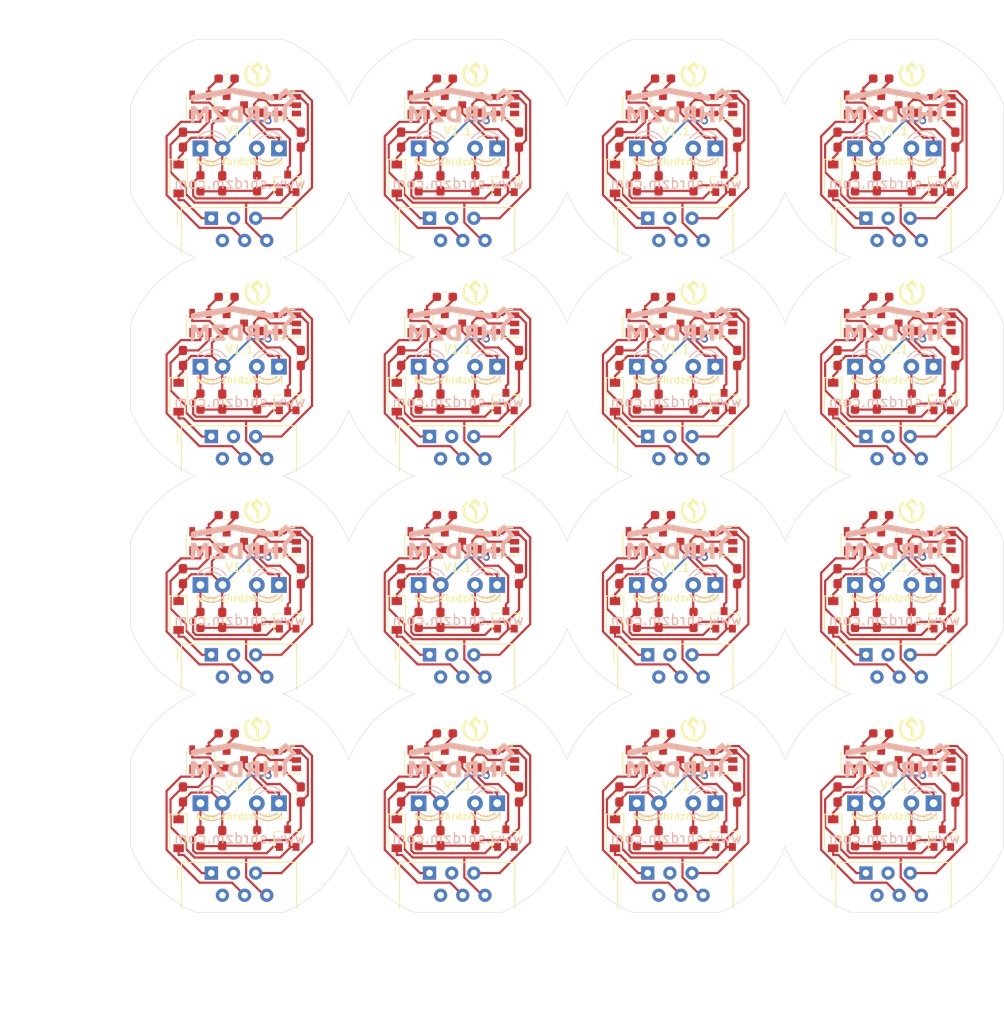
<source format=kicad_pcb>
(kicad_pcb (version 20171130) (host pcbnew "(5.1.9)-1")
  (layers (0 F.Cu signal) (31 B.Cu signal) (34 B.Paste user) (35 F.Paste user) (36 B.SilkS user) (37 F.SilkS user) (38 B.Mask user) (39 F.Mask user) (44 Edge.Cuts user))
  (net 0 "")
  (net 1 GND)
  (net 2 PWR)
  (net 3 "Net-(D1-Pad2)")
  (net 4 "Net-(D1-Pad1)")
  (net 5 "Net-(D2-Pad2)")
  (net 6 "Net-(IC1-Pad4)")
  (net 7 "Net-(IC1-Pad2)")
  (net 8 "Net-(IC1-Pad1)")
  (net 9 "Net-(IC2-Pad1)")
  (net 10 "Net-(IC2-Pad2)")
  (net 11 "Net-(IC2-Pad4)")
  (net 12 "Net-(J1-Pad3)")
  (net 13 "Net-(J1-Pad2)")
  (net 14 "Net-(R1-Pad1)")
  (net 15 "Net-(R3-Pad2)")
  (module Package_TO_SOT_SMD:SOT-23-5 (layer F.Cu) (at 105.5 125 90)
    (fp_text reference IC1 hide)
    (fp_text value 74LVC1G17DBVR hide)
    (pad 1 smd rect (at -1.1 -0.95 90) (size 1.06 0.65) (layers F.Cu F.Paste F.Mask) (net 8 "Net-(IC1-Pad1)"))
    (pad 2 smd rect (at -1.1 0 90) (size 1.06 0.65) (layers F.Cu F.Paste F.Mask) (net 7 "Net-(IC1-Pad2)"))
    (pad 3 smd rect (at -1.1 0.95 90) (size 1.06 0.65) (layers F.Cu F.Paste F.Mask) (net 1 GND))
    (pad 4 smd rect (at 1.1 0.95 90) (size 1.06 0.65) (layers F.Cu F.Paste F.Mask) (net 6 "Net-(IC1-Pad4)"))
    (pad 5 smd rect (at 1.1 -0.95 90) (size 1.06 0.65) (layers F.Cu F.Paste F.Mask) (net 2 PWR))
  )
  (module "SHRDZM:SHRDZM Symbol 3x3" (layer F.Cu) (at 112 121.5)
    (fp_text reference G*** hide)
    (fp_text value LOGO hide)
  )
  (module Package_TO_SOT_SMD:SOT-23 (layer F.Cu) (at 65.5 134 90)
    (fp_text reference T3 hide)
    (fp_text value BC817 hide)
    (pad 3 smd rect (at 1 0 90) (size 0.9 0.8) (layers F.Cu F.Paste F.Mask) (net 10 "Net-(IC2-Pad2)"))
    (pad 2 smd rect (at -1 0.95 90) (size 0.9 0.8) (layers F.Cu F.Paste F.Mask) (net 1 GND))
    (pad 1 smd rect (at -1 -0.95 90) (size 0.9 0.8) (layers F.Cu F.Paste F.Mask) (net 14 "Net-(R1-Pad1)"))
  )
  (module LED_THT:LED_D3.0mm (layer B.Cu) (at 130.5 130)
    (fp_text reference T1 hide)
    (fp_text value SFH309FA-4 hide)
    (pad 1 thru_hole rect (at 0 0) (size 1.8 1.8) (drill 0.9) (layers *.Cu *.Mask) (net 14 "Net-(R1-Pad1)"))
    (pad 2 thru_hole circle (at 2.54 0) (size 1.8 1.8) (drill 0.9) (layers *.Cu *.Mask) (net 2 PWR))
  )
  (module Resistor_SMD:R_0603_1608Metric_Pad0.98x0.95mm_HandSolder (layer F.Cu) (at 105.5 134 270)
    (fp_text reference R1 hide)
    (fp_text value 13K hide)
    (pad 1 smd roundrect (at -0.9125 0 270) (size 0.975 0.95) (layers F.Cu F.Paste F.Mask) (net 14 "Net-(R1-Pad1)"))
    (pad 2 smd roundrect (at 0.9125 0 270) (size 0.975 0.95) (layers F.Cu F.Paste F.Mask) (net 1 GND))
  )
  (module Capacitor_SMD:C_0603_1608Metric_Pad1.08x0.95mm_HandSolder (layer F.Cu) (at 103.5 129 90)
    (fp_text reference C1 hide)
    (fp_text value 1uF hide)
    (pad 1 smd roundrect (at -0.8625 0 90) (size 1.075 0.95) (layers F.Cu F.Paste F.Mask) (net 2 PWR))
    (pad 2 smd roundrect (at 0.8625 0 90) (size 1.075 0.95) (layers F.Cu F.Paste F.Mask) (net 1 GND))
  )
  (module "SHRDZM:SHRDZM Symbol 3x3" (layer F.Cu) (at 87 121.5)
    (fp_text reference G*** hide)
    (fp_text value LOGO hide)
  )
  (module Package_TO_SOT_SMD:SOT-23-5 (layer F.Cu) (at 65.4 125.05 180)
    (fp_text reference IC2 hide)
    (fp_text value 74LVC1G17DBVR hide)
    (pad 5 smd rect (at 1.1 -0.95 180) (size 1.06 0.65) (layers F.Cu F.Paste F.Mask) (net 2 PWR))
    (pad 4 smd rect (at 1.1 0.95 180) (size 1.06 0.65) (layers F.Cu F.Paste F.Mask) (net 11 "Net-(IC2-Pad4)"))
    (pad 3 smd rect (at -1.1 0.95 180) (size 1.06 0.65) (layers F.Cu F.Paste F.Mask) (net 1 GND))
    (pad 2 smd rect (at -1.1 0 180) (size 1.06 0.65) (layers F.Cu F.Paste F.Mask) (net 10 "Net-(IC2-Pad2)"))
    (pad 1 smd rect (at -1.1 -0.95 180) (size 1.06 0.65) (layers F.Cu F.Paste F.Mask) (net 9 "Net-(IC2-Pad1)"))
  )
  (module Package_TO_SOT_SMD:SOT-23 (layer F.Cu) (at 140.5 134 90)
    (fp_text reference T3 hide)
    (fp_text value BC817 hide)
    (pad 1 smd rect (at -1 -0.95 90) (size 0.9 0.8) (layers F.Cu F.Paste F.Mask) (net 14 "Net-(R1-Pad1)"))
    (pad 2 smd rect (at -1 0.95 90) (size 0.9 0.8) (layers F.Cu F.Paste F.Mask) (net 1 GND))
    (pad 3 smd rect (at 1 0 90) (size 0.9 0.8) (layers F.Cu F.Paste F.Mask) (net 10 "Net-(IC2-Pad2)"))
  )
  (module ErichCollection:RJ12_Amphenol_54601_Reduced (layer F.Cu) (at 56.75 138)
    (fp_text reference J1 hide)
    (fp_text value RJ12 hide)
    (pad 1 thru_hole rect (at 0 0) (size 1.52 1.52) (drill 0.76) (layers *.Cu *.Mask) (net 5 "Net-(D2-Pad2)"))
    (pad 2 thru_hole circle (at 1.27 2.54) (size 1.52 1.52) (drill 0.76) (layers *.Cu *.Mask) (net 13 "Net-(J1-Pad2)"))
    (pad 3 thru_hole circle (at 2.54 0) (size 1.52 1.52) (drill 0.76) (layers *.Cu *.Mask) (net 12 "Net-(J1-Pad3)"))
    (pad 4 thru_hole circle (at 3.81 2.54) (size 1.52 1.52) (drill 0.76) (layers *.Cu *.Mask) (net 7 "Net-(IC1-Pad2)"))
    (pad 5 thru_hole circle (at 5.08 0) (size 1.52 1.52) (drill 0.76) (layers *.Cu *.Mask) (net 11 "Net-(IC2-Pad4)"))
    (pad 6 thru_hole circle (at 6.35 2.54) (size 1.52 1.52) (drill 0.76) (layers *.Cu *.Mask) (net 1 GND))
  )
  (module ErichCollection:RJ12_Amphenol_54601_Reduced (layer F.Cu) (at 81.75 138)
    (fp_text reference J1 hide)
    (fp_text value RJ12 hide)
    (pad 6 thru_hole circle (at 6.35 2.54) (size 1.52 1.52) (drill 0.76) (layers *.Cu *.Mask) (net 1 GND))
    (pad 5 thru_hole circle (at 5.08 0) (size 1.52 1.52) (drill 0.76) (layers *.Cu *.Mask) (net 11 "Net-(IC2-Pad4)"))
    (pad 4 thru_hole circle (at 3.81 2.54) (size 1.52 1.52) (drill 0.76) (layers *.Cu *.Mask) (net 7 "Net-(IC1-Pad2)"))
    (pad 3 thru_hole circle (at 2.54 0) (size 1.52 1.52) (drill 0.76) (layers *.Cu *.Mask) (net 12 "Net-(J1-Pad3)"))
    (pad 2 thru_hole circle (at 1.27 2.54) (size 1.52 1.52) (drill 0.76) (layers *.Cu *.Mask) (net 13 "Net-(J1-Pad2)"))
    (pad 1 thru_hole rect (at 0 0) (size 1.52 1.52) (drill 0.76) (layers *.Cu *.Mask) (net 5 "Net-(D2-Pad2)"))
  )
  (module Resistor_SMD:R_0603_1608Metric_Pad0.98x0.95mm_HandSolder (layer F.Cu) (at 55.5 134 270)
    (fp_text reference R1 hide)
    (fp_text value 13K hide)
    (pad 1 smd roundrect (at -0.9125 0 270) (size 0.975 0.95) (layers F.Cu F.Paste F.Mask) (net 14 "Net-(R1-Pad1)"))
    (pad 2 smd roundrect (at 0.9125 0 270) (size 0.975 0.95) (layers F.Cu F.Paste F.Mask) (net 1 GND))
  )
  (module Resistor_SMD:R_0603_1608Metric_Pad0.98x0.95mm_HandSolder (layer F.Cu) (at 62.5 125 90)
    (fp_text reference R4 hide)
    (fp_text value 13K hide)
    (pad 2 smd roundrect (at 0.9125 0 90) (size 0.975 0.95) (layers F.Cu F.Paste F.Mask) (net 10 "Net-(IC2-Pad2)"))
    (pad 1 smd roundrect (at -0.9125 0 90) (size 0.975 0.95) (layers F.Cu F.Paste F.Mask) (net 2 PWR))
  )
  (module Package_TO_SOT_SMD:SOT-23 (layer F.Cu) (at 59.5 125)
    (fp_text reference T2 hide)
    (fp_text value BC807-40 hide)
    (pad 1 smd rect (at -1 -0.95) (size 0.9 0.8) (layers F.Cu F.Paste F.Mask) (net 15 "Net-(R3-Pad2)"))
    (pad 2 smd rect (at -1 0.95) (size 0.9 0.8) (layers F.Cu F.Paste F.Mask) (net 2 PWR))
    (pad 3 smd rect (at 1 0) (size 0.9 0.8) (layers F.Cu F.Paste F.Mask) (net 4 "Net-(D1-Pad1)"))
  )
  (module Resistor_SMD:R_0603_1608Metric_Pad0.98x0.95mm_HandSolder (layer F.Cu) (at 133.5 122)
    (fp_text reference R3 hide)
    (fp_text value 13K hide)
    (pad 1 smd roundrect (at -0.9125 0) (size 0.975 0.95) (layers F.Cu F.Paste F.Mask) (net 6 "Net-(IC1-Pad4)"))
    (pad 2 smd roundrect (at 0.9125 0) (size 0.975 0.95) (layers F.Cu F.Paste F.Mask) (net 15 "Net-(R3-Pad2)"))
  )
  (module "SHRDZM:SHRDZM 12x4" (layer B.Cu) (at 110.5 125 180)
    (fp_text reference G*** hide)
    (fp_text value LOGO hide)
  )
  (module Package_TO_SOT_SMD:SOT-23 (layer F.Cu) (at 134.5 125)
    (fp_text reference T2 hide)
    (fp_text value BC807-40 hide)
    (pad 3 smd rect (at 1 0) (size 0.9 0.8) (layers F.Cu F.Paste F.Mask) (net 4 "Net-(D1-Pad1)"))
    (pad 2 smd rect (at -1 0.95) (size 0.9 0.8) (layers F.Cu F.Paste F.Mask) (net 2 PWR))
    (pad 1 smd rect (at -1 -0.95) (size 0.9 0.8) (layers F.Cu F.Paste F.Mask) (net 15 "Net-(R3-Pad2)"))
  )
  (module Resistor_SMD:R_0603_1608Metric_Pad0.98x0.95mm_HandSolder (layer F.Cu) (at 112 134 90)
    (fp_text reference R2 hide)
    (fp_text value 13K hide)
    (pad 1 smd roundrect (at -0.9125 0 90) (size 0.975 0.95) (layers F.Cu F.Paste F.Mask) (net 1 GND))
    (pad 2 smd roundrect (at 0.9125 0 90) (size 0.975 0.95) (layers F.Cu F.Paste F.Mask) (net 3 "Net-(D1-Pad2)"))
  )
  (module Capacitor_SMD:C_0603_1608Metric_Pad1.08x0.95mm_HandSolder (layer F.Cu) (at 117 129 270)
    (fp_text reference C3 hide)
    (fp_text value 1uF hide)
    (pad 2 smd roundrect (at 0.8625 0 270) (size 1.075 0.95) (layers F.Cu F.Paste F.Mask) (net 1 GND))
    (pad 1 smd roundrect (at -0.8625 0 270) (size 1.075 0.95) (layers F.Cu F.Paste F.Mask) (net 2 PWR))
  )
  (module LED_THT:LED_D3.0mm (layer B.Cu) (at 105.5 130)
    (fp_text reference T1 hide)
    (fp_text value SFH309FA-4 hide)
    (pad 2 thru_hole circle (at 2.54 0) (size 1.8 1.8) (drill 0.9) (layers *.Cu *.Mask) (net 2 PWR))
    (pad 1 thru_hole rect (at 0 0) (size 1.8 1.8) (drill 0.9) (layers *.Cu *.Mask) (net 14 "Net-(R1-Pad1)"))
  )
  (module Resistor_SMD:R_0603_1608Metric_Pad0.98x0.95mm_HandSolder (layer F.Cu) (at 137 134 90)
    (fp_text reference R2 hide)
    (fp_text value 13K hide)
    (pad 2 smd roundrect (at 0.9125 0 90) (size 0.975 0.95) (layers F.Cu F.Paste F.Mask) (net 3 "Net-(D1-Pad2)"))
    (pad 1 smd roundrect (at -0.9125 0 90) (size 0.975 0.95) (layers F.Cu F.Paste F.Mask) (net 1 GND))
  )
  (module Resistor_SMD:R_0603_1608Metric_Pad0.98x0.95mm_HandSolder (layer F.Cu) (at 62 134 90)
    (fp_text reference R2 hide)
    (fp_text value 13K hide)
    (pad 1 smd roundrect (at -0.9125 0 90) (size 0.975 0.95) (layers F.Cu F.Paste F.Mask) (net 1 GND))
    (pad 2 smd roundrect (at 0.9125 0 90) (size 0.975 0.95) (layers F.Cu F.Paste F.Mask) (net 3 "Net-(D1-Pad2)"))
  )
  (module Resistor_SMD:R_0603_1608Metric_Pad0.98x0.95mm_HandSolder (layer F.Cu) (at 87 134 90)
    (fp_text reference R2 hide)
    (fp_text value 13K hide)
    (pad 2 smd roundrect (at 0.9125 0 90) (size 0.975 0.95) (layers F.Cu F.Paste F.Mask) (net 3 "Net-(D1-Pad2)"))
    (pad 1 smd roundrect (at -0.9125 0 90) (size 0.975 0.95) (layers F.Cu F.Paste F.Mask) (net 1 GND))
  )
  (module Resistor_SMD:R_0603_1608Metric_Pad0.98x0.95mm_HandSolder (layer F.Cu) (at 80.5 134 270)
    (fp_text reference R1 hide)
    (fp_text value 13K hide)
    (pad 2 smd roundrect (at 0.9125 0 270) (size 0.975 0.95) (layers F.Cu F.Paste F.Mask) (net 1 GND))
    (pad 1 smd roundrect (at -0.9125 0 270) (size 0.975 0.95) (layers F.Cu F.Paste F.Mask) (net 14 "Net-(R1-Pad1)"))
  )
  (module Capacitor_SMD:C_0603_1608Metric_Pad1.08x0.95mm_HandSolder (layer F.Cu) (at 128.5 129 90)
    (fp_text reference C1 hide)
    (fp_text value 1uF hide)
    (pad 2 smd roundrect (at 0.8625 0 90) (size 1.075 0.95) (layers F.Cu F.Paste F.Mask) (net 1 GND))
    (pad 1 smd roundrect (at -0.8625 0 90) (size 1.075 0.95) (layers F.Cu F.Paste F.Mask) (net 2 PWR))
  )
  (module Diode_SMD:D_SOD-123 (layer F.Cu) (at 53 133.5 270)
    (fp_text reference D2 hide)
    (fp_text value BAT46W hide)
    (pad 2 smd rect (at 1.65 0 270) (size 0.9 1.2) (layers F.Cu F.Paste F.Mask) (net 5 "Net-(D2-Pad2)"))
    (pad 1 smd rect (at -1.65 0 270) (size 0.9 1.2) (layers F.Cu F.Paste F.Mask) (net 2 PWR))
  )
  (module Resistor_SMD:R_0603_1608Metric_Pad0.98x0.95mm_HandSolder (layer F.Cu) (at 83.5 122)
    (fp_text reference R3 hide)
    (fp_text value 13K hide)
    (pad 1 smd roundrect (at -0.9125 0) (size 0.975 0.95) (layers F.Cu F.Paste F.Mask) (net 6 "Net-(IC1-Pad4)"))
    (pad 2 smd roundrect (at 0.9125 0) (size 0.975 0.95) (layers F.Cu F.Paste F.Mask) (net 15 "Net-(R3-Pad2)"))
  )
  (module Capacitor_SMD:C_0603_1608Metric_Pad1.08x0.95mm_HandSolder (layer F.Cu) (at 53.5 129 90)
    (fp_text reference C1 hide)
    (fp_text value 1uF hide)
    (pad 1 smd roundrect (at -0.8625 0 90) (size 1.075 0.95) (layers F.Cu F.Paste F.Mask) (net 2 PWR))
    (pad 2 smd roundrect (at 0.8625 0 90) (size 1.075 0.95) (layers F.Cu F.Paste F.Mask) (net 1 GND))
  )
  (module "SHRDZM:SHRDZM 12x4" (layer B.Cu) (at 60.5 125 180)
    (fp_text reference G*** hide)
    (fp_text value LOGO hide)
  )
  (module Diode_SMD:D_SOD-123 (layer F.Cu) (at 78 133.5 270)
    (fp_text reference D2 hide)
    (fp_text value BAT46W hide)
    (pad 1 smd rect (at -1.65 0 270) (size 0.9 1.2) (layers F.Cu F.Paste F.Mask) (net 2 PWR))
    (pad 2 smd rect (at 1.65 0 270) (size 0.9 1.2) (layers F.Cu F.Paste F.Mask) (net 5 "Net-(D2-Pad2)"))
  )
  (module Diode_SMD:D_SOD-123 (layer F.Cu) (at 103 133.5 270)
    (fp_text reference D2 hide)
    (fp_text value BAT46W hide)
    (pad 2 smd rect (at 1.65 0 270) (size 0.9 1.2) (layers F.Cu F.Paste F.Mask) (net 5 "Net-(D2-Pad2)"))
    (pad 1 smd rect (at -1.65 0 270) (size 0.9 1.2) (layers F.Cu F.Paste F.Mask) (net 2 PWR))
  )
  (module Package_TO_SOT_SMD:SOT-23 (layer F.Cu) (at 84.5 125)
    (fp_text reference T2 hide)
    (fp_text value BC807-40 hide)
    (pad 3 smd rect (at 1 0) (size 0.9 0.8) (layers F.Cu F.Paste F.Mask) (net 4 "Net-(D1-Pad1)"))
    (pad 2 smd rect (at -1 0.95) (size 0.9 0.8) (layers F.Cu F.Paste F.Mask) (net 2 PWR))
    (pad 1 smd rect (at -1 -0.95) (size 0.9 0.8) (layers F.Cu F.Paste F.Mask) (net 15 "Net-(R3-Pad2)"))
  )
  (module Package_TO_SOT_SMD:SOT-23-5 (layer F.Cu) (at 90.4 125.05 180)
    (fp_text reference IC2 hide)
    (fp_text value 74LVC1G17DBVR hide)
    (pad 1 smd rect (at -1.1 -0.95 180) (size 1.06 0.65) (layers F.Cu F.Paste F.Mask) (net 9 "Net-(IC2-Pad1)"))
    (pad 2 smd rect (at -1.1 0 180) (size 1.06 0.65) (layers F.Cu F.Paste F.Mask) (net 10 "Net-(IC2-Pad2)"))
    (pad 3 smd rect (at -1.1 0.95 180) (size 1.06 0.65) (layers F.Cu F.Paste F.Mask) (net 1 GND))
    (pad 4 smd rect (at 1.1 0.95 180) (size 1.06 0.65) (layers F.Cu F.Paste F.Mask) (net 11 "Net-(IC2-Pad4)"))
    (pad 5 smd rect (at 1.1 -0.95 180) (size 1.06 0.65) (layers F.Cu F.Paste F.Mask) (net 2 PWR))
  )
  (module Resistor_SMD:R_0603_1608Metric_Pad0.98x0.95mm_HandSolder (layer F.Cu) (at 137.5 125 90)
    (fp_text reference R4 hide)
    (fp_text value 13K hide)
    (pad 1 smd roundrect (at -0.9125 0 90) (size 0.975 0.95) (layers F.Cu F.Paste F.Mask) (net 2 PWR))
    (pad 2 smd roundrect (at 0.9125 0 90) (size 0.975 0.95) (layers F.Cu F.Paste F.Mask) (net 10 "Net-(IC2-Pad2)"))
  )
  (module ErichCollection:RJ12_Amphenol_54601_Reduced (layer F.Cu) (at 131.75 138)
    (fp_text reference J1 hide)
    (fp_text value RJ12 hide)
    (pad 6 thru_hole circle (at 6.35 2.54) (size 1.52 1.52) (drill 0.76) (layers *.Cu *.Mask) (net 1 GND))
    (pad 5 thru_hole circle (at 5.08 0) (size 1.52 1.52) (drill 0.76) (layers *.Cu *.Mask) (net 11 "Net-(IC2-Pad4)"))
    (pad 4 thru_hole circle (at 3.81 2.54) (size 1.52 1.52) (drill 0.76) (layers *.Cu *.Mask) (net 7 "Net-(IC1-Pad2)"))
    (pad 3 thru_hole circle (at 2.54 0) (size 1.52 1.52) (drill 0.76) (layers *.Cu *.Mask) (net 12 "Net-(J1-Pad3)"))
    (pad 2 thru_hole circle (at 1.27 2.54) (size 1.52 1.52) (drill 0.76) (layers *.Cu *.Mask) (net 13 "Net-(J1-Pad2)"))
    (pad 1 thru_hole rect (at 0 0) (size 1.52 1.52) (drill 0.76) (layers *.Cu *.Mask) (net 5 "Net-(D2-Pad2)"))
  )
  (module Capacitor_SMD:C_0603_1608Metric_Pad1.08x0.95mm_HandSolder (layer F.Cu) (at 108 134 270)
    (fp_text reference C2 hide)
    (fp_text value 1uF hide)
    (pad 2 smd roundrect (at 0.8625 0 270) (size 1.075 0.95) (layers F.Cu F.Paste F.Mask) (net 1 GND))
    (pad 1 smd roundrect (at -0.8625 0 270) (size 1.075 0.95) (layers F.Cu F.Paste F.Mask) (net 2 PWR))
  )
  (module LED_THT:LED_D3.0mm (layer B.Cu) (at 80.5 130)
    (fp_text reference T1 hide)
    (fp_text value SFH309FA-4 hide)
    (pad 1 thru_hole rect (at 0 0) (size 1.8 1.8) (drill 0.9) (layers *.Cu *.Mask) (net 14 "Net-(R1-Pad1)"))
    (pad 2 thru_hole circle (at 2.54 0) (size 1.8 1.8) (drill 0.9) (layers *.Cu *.Mask) (net 2 PWR))
  )
  (module LED_THT:LED_D3.0mm (layer B.Cu) (at 55.5 130)
    (fp_text reference T1 hide)
    (fp_text value SFH309FA-4 hide)
    (pad 2 thru_hole circle (at 2.54 0) (size 1.8 1.8) (drill 0.9) (layers *.Cu *.Mask) (net 2 PWR))
    (pad 1 thru_hole rect (at 0 0) (size 1.8 1.8) (drill 0.9) (layers *.Cu *.Mask) (net 14 "Net-(R1-Pad1)"))
  )
  (module Resistor_SMD:R_0603_1608Metric_Pad0.98x0.95mm_HandSolder (layer F.Cu) (at 58.5 122)
    (fp_text reference R3 hide)
    (fp_text value 13K hide)
    (pad 2 smd roundrect (at 0.9125 0) (size 0.975 0.95) (layers F.Cu F.Paste F.Mask) (net 15 "Net-(R3-Pad2)"))
    (pad 1 smd roundrect (at -0.9125 0) (size 0.975 0.95) (layers F.Cu F.Paste F.Mask) (net 6 "Net-(IC1-Pad4)"))
  )
  (module Resistor_SMD:R_0603_1608Metric_Pad0.98x0.95mm_HandSolder (layer F.Cu) (at 87.5 125 90)
    (fp_text reference R4 hide)
    (fp_text value 13K hide)
    (pad 1 smd roundrect (at -0.9125 0 90) (size 0.975 0.95) (layers F.Cu F.Paste F.Mask) (net 2 PWR))
    (pad 2 smd roundrect (at 0.9125 0 90) (size 0.975 0.95) (layers F.Cu F.Paste F.Mask) (net 10 "Net-(IC2-Pad2)"))
  )
  (module "SHRDZM:SHRDZM 12x4" (layer B.Cu) (at 85.5 125 180)
    (fp_text reference G*** hide)
    (fp_text value LOGO hide)
  )
  (module LED_THT:LED_D3.0mm (layer B.Cu) (at 114.5 130 180)
    (fp_text reference D1 hide)
    (fp_text value SFH487-2 hide)
    (pad 1 thru_hole rect (at 0 0 180) (size 1.8 1.8) (drill 0.9) (layers *.Cu *.Mask) (net 4 "Net-(D1-Pad1)"))
    (pad 2 thru_hole circle (at 2.54 0 180) (size 1.8 1.8) (drill 0.9) (layers *.Cu *.Mask) (net 3 "Net-(D1-Pad2)"))
  )
  (module Package_TO_SOT_SMD:SOT-23 (layer F.Cu) (at 90.5 134 90)
    (fp_text reference T3 hide)
    (fp_text value BC817 hide)
    (pad 1 smd rect (at -1 -0.95 90) (size 0.9 0.8) (layers F.Cu F.Paste F.Mask) (net 14 "Net-(R1-Pad1)"))
    (pad 2 smd rect (at -1 0.95 90) (size 0.9 0.8) (layers F.Cu F.Paste F.Mask) (net 1 GND))
    (pad 3 smd rect (at 1 0 90) (size 0.9 0.8) (layers F.Cu F.Paste F.Mask) (net 10 "Net-(IC2-Pad2)"))
  )
  (module Diode_SMD:D_SOD-123 (layer F.Cu) (at 128 133.5 270)
    (fp_text reference D2 hide)
    (fp_text value BAT46W hide)
    (pad 1 smd rect (at -1.65 0 270) (size 0.9 1.2) (layers F.Cu F.Paste F.Mask) (net 2 PWR))
    (pad 2 smd rect (at 1.65 0 270) (size 0.9 1.2) (layers F.Cu F.Paste F.Mask) (net 5 "Net-(D2-Pad2)"))
  )
  (module Package_TO_SOT_SMD:SOT-23 (layer F.Cu) (at 109.5 125)
    (fp_text reference T2 hide)
    (fp_text value BC807-40 hide)
    (pad 1 smd rect (at -1 -0.95) (size 0.9 0.8) (layers F.Cu F.Paste F.Mask) (net 15 "Net-(R3-Pad2)"))
    (pad 2 smd rect (at -1 0.95) (size 0.9 0.8) (layers F.Cu F.Paste F.Mask) (net 2 PWR))
    (pad 3 smd rect (at 1 0) (size 0.9 0.8) (layers F.Cu F.Paste F.Mask) (net 4 "Net-(D1-Pad1)"))
  )
  (module Package_TO_SOT_SMD:SOT-23 (layer F.Cu) (at 115.5 134 90)
    (fp_text reference T3 hide)
    (fp_text value BC817 hide)
    (pad 3 smd rect (at 1 0 90) (size 0.9 0.8) (layers F.Cu F.Paste F.Mask) (net 10 "Net-(IC2-Pad2)"))
    (pad 2 smd rect (at -1 0.95 90) (size 0.9 0.8) (layers F.Cu F.Paste F.Mask) (net 1 GND))
    (pad 1 smd rect (at -1 -0.95 90) (size 0.9 0.8) (layers F.Cu F.Paste F.Mask) (net 14 "Net-(R1-Pad1)"))
  )
  (module Package_TO_SOT_SMD:SOT-23-5 (layer F.Cu) (at 140.4 125.05 180)
    (fp_text reference IC2 hide)
    (fp_text value 74LVC1G17DBVR hide)
    (pad 1 smd rect (at -1.1 -0.95 180) (size 1.06 0.65) (layers F.Cu F.Paste F.Mask) (net 9 "Net-(IC2-Pad1)"))
    (pad 2 smd rect (at -1.1 0 180) (size 1.06 0.65) (layers F.Cu F.Paste F.Mask) (net 10 "Net-(IC2-Pad2)"))
    (pad 3 smd rect (at -1.1 0.95 180) (size 1.06 0.65) (layers F.Cu F.Paste F.Mask) (net 1 GND))
    (pad 4 smd rect (at 1.1 0.95 180) (size 1.06 0.65) (layers F.Cu F.Paste F.Mask) (net 11 "Net-(IC2-Pad4)"))
    (pad 5 smd rect (at 1.1 -0.95 180) (size 1.06 0.65) (layers F.Cu F.Paste F.Mask) (net 2 PWR))
  )
  (module "SHRDZM:SHRDZM Symbol 3x3" (layer F.Cu) (at 62 121.5)
    (fp_text reference G*** hide)
    (fp_text value LOGO hide)
  )
  (module Capacitor_SMD:C_0603_1608Metric_Pad1.08x0.95mm_HandSolder (layer F.Cu) (at 78.5 129 90)
    (fp_text reference C1 hide)
    (fp_text value 1uF hide)
    (pad 2 smd roundrect (at 0.8625 0 90) (size 1.075 0.95) (layers F.Cu F.Paste F.Mask) (net 1 GND))
    (pad 1 smd roundrect (at -0.8625 0 90) (size 1.075 0.95) (layers F.Cu F.Paste F.Mask) (net 2 PWR))
  )
  (module Capacitor_SMD:C_0603_1608Metric_Pad1.08x0.95mm_HandSolder (layer F.Cu) (at 133 134 270)
    (fp_text reference C2 hide)
    (fp_text value 1uF hide)
    (pad 1 smd roundrect (at -0.8625 0 270) (size 1.075 0.95) (layers F.Cu F.Paste F.Mask) (net 2 PWR))
    (pad 2 smd roundrect (at 0.8625 0 270) (size 1.075 0.95) (layers F.Cu F.Paste F.Mask) (net 1 GND))
  )
  (module Package_TO_SOT_SMD:SOT-23-5 (layer F.Cu) (at 130.5 125 90)
    (fp_text reference IC1 hide)
    (fp_text value 74LVC1G17DBVR hide)
    (pad 5 smd rect (at 1.1 -0.95 90) (size 1.06 0.65) (layers F.Cu F.Paste F.Mask) (net 2 PWR))
    (pad 4 smd rect (at 1.1 0.95 90) (size 1.06 0.65) (layers F.Cu F.Paste F.Mask) (net 6 "Net-(IC1-Pad4)"))
    (pad 3 smd rect (at -1.1 0.95 90) (size 1.06 0.65) (layers F.Cu F.Paste F.Mask) (net 1 GND))
    (pad 2 smd rect (at -1.1 0 90) (size 1.06 0.65) (layers F.Cu F.Paste F.Mask) (net 7 "Net-(IC1-Pad2)"))
    (pad 1 smd rect (at -1.1 -0.95 90) (size 1.06 0.65) (layers F.Cu F.Paste F.Mask) (net 8 "Net-(IC1-Pad1)"))
  )
  (module Package_TO_SOT_SMD:SOT-23-5 (layer F.Cu) (at 80.5 125 90)
    (fp_text reference IC1 hide)
    (fp_text value 74LVC1G17DBVR hide)
    (pad 5 smd rect (at 1.1 -0.95 90) (size 1.06 0.65) (layers F.Cu F.Paste F.Mask) (net 2 PWR))
    (pad 4 smd rect (at 1.1 0.95 90) (size 1.06 0.65) (layers F.Cu F.Paste F.Mask) (net 6 "Net-(IC1-Pad4)"))
    (pad 3 smd rect (at -1.1 0.95 90) (size 1.06 0.65) (layers F.Cu F.Paste F.Mask) (net 1 GND))
    (pad 2 smd rect (at -1.1 0 90) (size 1.06 0.65) (layers F.Cu F.Paste F.Mask) (net 7 "Net-(IC1-Pad2)"))
    (pad 1 smd rect (at -1.1 -0.95 90) (size 1.06 0.65) (layers F.Cu F.Paste F.Mask) (net 8 "Net-(IC1-Pad1)"))
  )
  (module Capacitor_SMD:C_0603_1608Metric_Pad1.08x0.95mm_HandSolder (layer F.Cu) (at 142 129 270)
    (fp_text reference C3 hide)
    (fp_text value 1uF hide)
    (pad 1 smd roundrect (at -0.8625 0 270) (size 1.075 0.95) (layers F.Cu F.Paste F.Mask) (net 2 PWR))
    (pad 2 smd roundrect (at 0.8625 0 270) (size 1.075 0.95) (layers F.Cu F.Paste F.Mask) (net 1 GND))
  )
  (module LED_THT:LED_D3.0mm (layer B.Cu) (at 89.5 130 180)
    (fp_text reference D1 hide)
    (fp_text value SFH487-2 hide)
    (pad 2 thru_hole circle (at 2.54 0 180) (size 1.8 1.8) (drill 0.9) (layers *.Cu *.Mask) (net 3 "Net-(D1-Pad2)"))
    (pad 1 thru_hole rect (at 0 0 180) (size 1.8 1.8) (drill 0.9) (layers *.Cu *.Mask) (net 4 "Net-(D1-Pad1)"))
  )
  (module Capacitor_SMD:C_0603_1608Metric_Pad1.08x0.95mm_HandSolder (layer F.Cu) (at 67 129 270)
    (fp_text reference C3 hide)
    (fp_text value 1uF hide)
    (pad 2 smd roundrect (at 0.8625 0 270) (size 1.075 0.95) (layers F.Cu F.Paste F.Mask) (net 1 GND))
    (pad 1 smd roundrect (at -0.8625 0 270) (size 1.075 0.95) (layers F.Cu F.Paste F.Mask) (net 2 PWR))
  )
  (module Capacitor_SMD:C_0603_1608Metric_Pad1.08x0.95mm_HandSolder (layer F.Cu) (at 83 134 270)
    (fp_text reference C2 hide)
    (fp_text value 1uF hide)
    (pad 1 smd roundrect (at -0.8625 0 270) (size 1.075 0.95) (layers F.Cu F.Paste F.Mask) (net 2 PWR))
    (pad 2 smd roundrect (at 0.8625 0 270) (size 1.075 0.95) (layers F.Cu F.Paste F.Mask) (net 1 GND))
  )
  (module "SHRDZM:SHRDZM Symbol 3x3" (layer F.Cu) (at 137 121.5)
    (fp_text reference G*** hide)
    (fp_text value LOGO hide)
  )
  (module LED_THT:LED_D3.0mm (layer B.Cu) (at 64.5 130 180)
    (fp_text reference D1 hide)
    (fp_text value SFH487-2 hide)
    (pad 1 thru_hole rect (at 0 0 180) (size 1.8 1.8) (drill 0.9) (layers *.Cu *.Mask) (net 4 "Net-(D1-Pad1)"))
    (pad 2 thru_hole circle (at 2.54 0 180) (size 1.8 1.8) (drill 0.9) (layers *.Cu *.Mask) (net 3 "Net-(D1-Pad2)"))
  )
  (module Capacitor_SMD:C_0603_1608Metric_Pad1.08x0.95mm_HandSolder (layer F.Cu) (at 92 129 270)
    (fp_text reference C3 hide)
    (fp_text value 1uF hide)
    (pad 1 smd roundrect (at -0.8625 0 270) (size 1.075 0.95) (layers F.Cu F.Paste F.Mask) (net 2 PWR))
    (pad 2 smd roundrect (at 0.8625 0 270) (size 1.075 0.95) (layers F.Cu F.Paste F.Mask) (net 1 GND))
  )
  (module Capacitor_SMD:C_0603_1608Metric_Pad1.08x0.95mm_HandSolder (layer F.Cu) (at 58 134 270)
    (fp_text reference C2 hide)
    (fp_text value 1uF hide)
    (pad 2 smd roundrect (at 0.8625 0 270) (size 1.075 0.95) (layers F.Cu F.Paste F.Mask) (net 1 GND))
    (pad 1 smd roundrect (at -0.8625 0 270) (size 1.075 0.95) (layers F.Cu F.Paste F.Mask) (net 2 PWR))
  )
  (module Resistor_SMD:R_0603_1608Metric_Pad0.98x0.95mm_HandSolder (layer F.Cu) (at 108.5 122)
    (fp_text reference R3 hide)
    (fp_text value 13K hide)
    (pad 2 smd roundrect (at 0.9125 0) (size 0.975 0.95) (layers F.Cu F.Paste F.Mask) (net 15 "Net-(R3-Pad2)"))
    (pad 1 smd roundrect (at -0.9125 0) (size 0.975 0.95) (layers F.Cu F.Paste F.Mask) (net 6 "Net-(IC1-Pad4)"))
  )
  (module Package_TO_SOT_SMD:SOT-23-5 (layer F.Cu) (at 55.5 125 90)
    (fp_text reference IC1 hide)
    (fp_text value 74LVC1G17DBVR hide)
    (pad 1 smd rect (at -1.1 -0.95 90) (size 1.06 0.65) (layers F.Cu F.Paste F.Mask) (net 8 "Net-(IC1-Pad1)"))
    (pad 2 smd rect (at -1.1 0 90) (size 1.06 0.65) (layers F.Cu F.Paste F.Mask) (net 7 "Net-(IC1-Pad2)"))
    (pad 3 smd rect (at -1.1 0.95 90) (size 1.06 0.65) (layers F.Cu F.Paste F.Mask) (net 1 GND))
    (pad 4 smd rect (at 1.1 0.95 90) (size 1.06 0.65) (layers F.Cu F.Paste F.Mask) (net 6 "Net-(IC1-Pad4)"))
    (pad 5 smd rect (at 1.1 -0.95 90) (size 1.06 0.65) (layers F.Cu F.Paste F.Mask) (net 2 PWR))
  )
  (module Resistor_SMD:R_0603_1608Metric_Pad0.98x0.95mm_HandSolder (layer F.Cu) (at 130.5 134 270)
    (fp_text reference R1 hide)
    (fp_text value 13K hide)
    (pad 2 smd roundrect (at 0.9125 0 270) (size 0.975 0.95) (layers F.Cu F.Paste F.Mask) (net 1 GND))
    (pad 1 smd roundrect (at -0.9125 0 270) (size 0.975 0.95) (layers F.Cu F.Paste F.Mask) (net 14 "Net-(R1-Pad1)"))
  )
  (module Resistor_SMD:R_0603_1608Metric_Pad0.98x0.95mm_HandSolder (layer F.Cu) (at 112.5 125 90)
    (fp_text reference R4 hide)
    (fp_text value 13K hide)
    (pad 2 smd roundrect (at 0.9125 0 90) (size 0.975 0.95) (layers F.Cu F.Paste F.Mask) (net 10 "Net-(IC2-Pad2)"))
    (pad 1 smd roundrect (at -0.9125 0 90) (size 0.975 0.95) (layers F.Cu F.Paste F.Mask) (net 2 PWR))
  )
  (module Package_TO_SOT_SMD:SOT-23-5 (layer F.Cu) (at 115.4 125.05 180)
    (fp_text reference IC2 hide)
    (fp_text value 74LVC1G17DBVR hide)
    (pad 5 smd rect (at 1.1 -0.95 180) (size 1.06 0.65) (layers F.Cu F.Paste F.Mask) (net 2 PWR))
    (pad 4 smd rect (at 1.1 0.95 180) (size 1.06 0.65) (layers F.Cu F.Paste F.Mask) (net 11 "Net-(IC2-Pad4)"))
    (pad 3 smd rect (at -1.1 0.95 180) (size 1.06 0.65) (layers F.Cu F.Paste F.Mask) (net 1 GND))
    (pad 2 smd rect (at -1.1 0 180) (size 1.06 0.65) (layers F.Cu F.Paste F.Mask) (net 10 "Net-(IC2-Pad2)"))
    (pad 1 smd rect (at -1.1 -0.95 180) (size 1.06 0.65) (layers F.Cu F.Paste F.Mask) (net 9 "Net-(IC2-Pad1)"))
  )
  (module "SHRDZM:SHRDZM 12x4" (layer B.Cu) (at 135.5 125 180)
    (fp_text reference G*** hide)
    (fp_text value LOGO hide)
  )
  (module LED_THT:LED_D3.0mm (layer B.Cu) (at 139.5 130 180)
    (fp_text reference D1 hide)
    (fp_text value SFH487-2 hide)
    (pad 2 thru_hole circle (at 2.54 0 180) (size 1.8 1.8) (drill 0.9) (layers *.Cu *.Mask) (net 3 "Net-(D1-Pad2)"))
    (pad 1 thru_hole rect (at 0 0 180) (size 1.8 1.8) (drill 0.9) (layers *.Cu *.Mask) (net 4 "Net-(D1-Pad1)"))
  )
  (module ErichCollection:RJ12_Amphenol_54601_Reduced (layer F.Cu) (at 106.75 138)
    (fp_text reference J1 hide)
    (fp_text value RJ12 hide)
    (pad 1 thru_hole rect (at 0 0) (size 1.52 1.52) (drill 0.76) (layers *.Cu *.Mask) (net 5 "Net-(D2-Pad2)"))
    (pad 2 thru_hole circle (at 1.27 2.54) (size 1.52 1.52) (drill 0.76) (layers *.Cu *.Mask) (net 13 "Net-(J1-Pad2)"))
    (pad 3 thru_hole circle (at 2.54 0) (size 1.52 1.52) (drill 0.76) (layers *.Cu *.Mask) (net 12 "Net-(J1-Pad3)"))
    (pad 4 thru_hole circle (at 3.81 2.54) (size 1.52 1.52) (drill 0.76) (layers *.Cu *.Mask) (net 7 "Net-(IC1-Pad2)"))
    (pad 5 thru_hole circle (at 5.08 0) (size 1.52 1.52) (drill 0.76) (layers *.Cu *.Mask) (net 11 "Net-(IC2-Pad4)"))
    (pad 6 thru_hole circle (at 6.35 2.54) (size 1.52 1.52) (drill 0.76) (layers *.Cu *.Mask) (net 1 GND))
  )
  (module Package_TO_SOT_SMD:SOT-23-5 (layer F.Cu) (at 80.5 100 90)
    (fp_text reference IC1 hide)
    (fp_text value 74LVC1G17DBVR hide)
    (pad 1 smd rect (at -1.1 -0.95 90) (size 1.06 0.65) (layers F.Cu F.Paste F.Mask) (net 8 "Net-(IC1-Pad1)"))
    (pad 2 smd rect (at -1.1 0 90) (size 1.06 0.65) (layers F.Cu F.Paste F.Mask) (net 7 "Net-(IC1-Pad2)"))
    (pad 3 smd rect (at -1.1 0.95 90) (size 1.06 0.65) (layers F.Cu F.Paste F.Mask) (net 1 GND))
    (pad 4 smd rect (at 1.1 0.95 90) (size 1.06 0.65) (layers F.Cu F.Paste F.Mask) (net 6 "Net-(IC1-Pad4)"))
    (pad 5 smd rect (at 1.1 -0.95 90) (size 1.06 0.65) (layers F.Cu F.Paste F.Mask) (net 2 PWR))
  )
  (module Capacitor_SMD:C_0603_1608Metric_Pad1.08x0.95mm_HandSolder (layer F.Cu) (at 67 104 270)
    (fp_text reference C3 hide)
    (fp_text value 1uF hide)
    (pad 1 smd roundrect (at -0.8625 0 270) (size 1.075 0.95) (layers F.Cu F.Paste F.Mask) (net 2 PWR))
    (pad 2 smd roundrect (at 0.8625 0 270) (size 1.075 0.95) (layers F.Cu F.Paste F.Mask) (net 1 GND))
  )
  (module Capacitor_SMD:C_0603_1608Metric_Pad1.08x0.95mm_HandSolder (layer F.Cu) (at 83 109 270)
    (fp_text reference C2 hide)
    (fp_text value 1uF hide)
    (pad 2 smd roundrect (at 0.8625 0 270) (size 1.075 0.95) (layers F.Cu F.Paste F.Mask) (net 1 GND))
    (pad 1 smd roundrect (at -0.8625 0 270) (size 1.075 0.95) (layers F.Cu F.Paste F.Mask) (net 2 PWR))
  )
  (module Capacitor_SMD:C_0603_1608Metric_Pad1.08x0.95mm_HandSolder (layer F.Cu) (at 92 104 270)
    (fp_text reference C3 hide)
    (fp_text value 1uF hide)
    (pad 2 smd roundrect (at 0.8625 0 270) (size 1.075 0.95) (layers F.Cu F.Paste F.Mask) (net 1 GND))
    (pad 1 smd roundrect (at -0.8625 0 270) (size 1.075 0.95) (layers F.Cu F.Paste F.Mask) (net 2 PWR))
  )
  (module Package_TO_SOT_SMD:SOT-23 (layer F.Cu) (at 90.5 109 90)
    (fp_text reference T3 hide)
    (fp_text value BC817 hide)
    (pad 3 smd rect (at 1 0 90) (size 0.9 0.8) (layers F.Cu F.Paste F.Mask) (net 10 "Net-(IC2-Pad2)"))
    (pad 2 smd rect (at -1 0.95 90) (size 0.9 0.8) (layers F.Cu F.Paste F.Mask) (net 1 GND))
    (pad 1 smd rect (at -1 -0.95 90) (size 0.9 0.8) (layers F.Cu F.Paste F.Mask) (net 14 "Net-(R1-Pad1)"))
  )
  (module "SHRDZM:SHRDZM Symbol 3x3" (layer F.Cu) (at 62 96.5)
    (fp_text reference G*** hide)
    (fp_text value LOGO hide)
  )
  (module Diode_SMD:D_SOD-123 (layer F.Cu) (at 128 108.5 270)
    (fp_text reference D2 hide)
    (fp_text value BAT46W hide)
    (pad 2 smd rect (at 1.65 0 270) (size 0.9 1.2) (layers F.Cu F.Paste F.Mask) (net 5 "Net-(D2-Pad2)"))
    (pad 1 smd rect (at -1.65 0 270) (size 0.9 1.2) (layers F.Cu F.Paste F.Mask) (net 2 PWR))
  )
  (module Package_TO_SOT_SMD:SOT-23 (layer F.Cu) (at 109.5 100)
    (fp_text reference T2 hide)
    (fp_text value BC807-40 hide)
    (pad 3 smd rect (at 1 0) (size 0.9 0.8) (layers F.Cu F.Paste F.Mask) (net 4 "Net-(D1-Pad1)"))
    (pad 2 smd rect (at -1 0.95) (size 0.9 0.8) (layers F.Cu F.Paste F.Mask) (net 2 PWR))
    (pad 1 smd rect (at -1 -0.95) (size 0.9 0.8) (layers F.Cu F.Paste F.Mask) (net 15 "Net-(R3-Pad2)"))
  )
  (module Capacitor_SMD:C_0603_1608Metric_Pad1.08x0.95mm_HandSolder (layer F.Cu) (at 142 104 270)
    (fp_text reference C3 hide)
    (fp_text value 1uF hide)
    (pad 2 smd roundrect (at 0.8625 0 270) (size 1.075 0.95) (layers F.Cu F.Paste F.Mask) (net 1 GND))
    (pad 1 smd roundrect (at -0.8625 0 270) (size 1.075 0.95) (layers F.Cu F.Paste F.Mask) (net 2 PWR))
  )
  (module Package_TO_SOT_SMD:SOT-23 (layer F.Cu) (at 115.5 109 90)
    (fp_text reference T3 hide)
    (fp_text value BC817 hide)
    (pad 1 smd rect (at -1 -0.95 90) (size 0.9 0.8) (layers F.Cu F.Paste F.Mask) (net 14 "Net-(R1-Pad1)"))
    (pad 2 smd rect (at -1 0.95 90) (size 0.9 0.8) (layers F.Cu F.Paste F.Mask) (net 1 GND))
    (pad 3 smd rect (at 1 0 90) (size 0.9 0.8) (layers F.Cu F.Paste F.Mask) (net 10 "Net-(IC2-Pad2)"))
  )
  (module Capacitor_SMD:C_0603_1608Metric_Pad1.08x0.95mm_HandSolder (layer F.Cu) (at 58 109 270)
    (fp_text reference C2 hide)
    (fp_text value 1uF hide)
    (pad 1 smd roundrect (at -0.8625 0 270) (size 1.075 0.95) (layers F.Cu F.Paste F.Mask) (net 2 PWR))
    (pad 2 smd roundrect (at 0.8625 0 270) (size 1.075 0.95) (layers F.Cu F.Paste F.Mask) (net 1 GND))
  )
  (module "SHRDZM:SHRDZM 12x4" (layer B.Cu) (at 85.5 100 180)
    (fp_text reference G*** hide)
    (fp_text value LOGO hide)
  )
  (module Capacitor_SMD:C_0603_1608Metric_Pad1.08x0.95mm_HandSolder (layer F.Cu) (at 78.5 104 90)
    (fp_text reference C1 hide)
    (fp_text value 1uF hide)
    (pad 1 smd roundrect (at -0.8625 0 90) (size 1.075 0.95) (layers F.Cu F.Paste F.Mask) (net 2 PWR))
    (pad 2 smd roundrect (at 0.8625 0 90) (size 1.075 0.95) (layers F.Cu F.Paste F.Mask) (net 1 GND))
  )
  (module LED_THT:LED_D3.0mm (layer B.Cu) (at 89.5 105 180)
    (fp_text reference D1 hide)
    (fp_text value SFH487-2 hide)
    (pad 1 thru_hole rect (at 0 0 180) (size 1.8 1.8) (drill 0.9) (layers *.Cu *.Mask) (net 4 "Net-(D1-Pad1)"))
    (pad 2 thru_hole circle (at 2.54 0 180) (size 1.8 1.8) (drill 0.9) (layers *.Cu *.Mask) (net 3 "Net-(D1-Pad2)"))
  )
  (module LED_THT:LED_D3.0mm (layer B.Cu) (at 64.5 105 180)
    (fp_text reference D1 hide)
    (fp_text value SFH487-2 hide)
    (pad 2 thru_hole circle (at 2.54 0 180) (size 1.8 1.8) (drill 0.9) (layers *.Cu *.Mask) (net 3 "Net-(D1-Pad2)"))
    (pad 1 thru_hole rect (at 0 0 180) (size 1.8 1.8) (drill 0.9) (layers *.Cu *.Mask) (net 4 "Net-(D1-Pad1)"))
  )
  (module Package_TO_SOT_SMD:SOT-23-5 (layer F.Cu) (at 55.5 100 90)
    (fp_text reference IC1 hide)
    (fp_text value 74LVC1G17DBVR hide)
    (pad 5 smd rect (at 1.1 -0.95 90) (size 1.06 0.65) (layers F.Cu F.Paste F.Mask) (net 2 PWR))
    (pad 4 smd rect (at 1.1 0.95 90) (size 1.06 0.65) (layers F.Cu F.Paste F.Mask) (net 6 "Net-(IC1-Pad4)"))
    (pad 3 smd rect (at -1.1 0.95 90) (size 1.06 0.65) (layers F.Cu F.Paste F.Mask) (net 1 GND))
    (pad 2 smd rect (at -1.1 0 90) (size 1.06 0.65) (layers F.Cu F.Paste F.Mask) (net 7 "Net-(IC1-Pad2)"))
    (pad 1 smd rect (at -1.1 -0.95 90) (size 1.06 0.65) (layers F.Cu F.Paste F.Mask) (net 8 "Net-(IC1-Pad1)"))
  )
  (module "SHRDZM:SHRDZM Symbol 3x3" (layer F.Cu) (at 137 96.5)
    (fp_text reference G*** hide)
    (fp_text value LOGO hide)
  )
  (module Resistor_SMD:R_0603_1608Metric_Pad0.98x0.95mm_HandSolder (layer F.Cu) (at 130.5 109 270)
    (fp_text reference R1 hide)
    (fp_text value 13K hide)
    (pad 1 smd roundrect (at -0.9125 0 270) (size 0.975 0.95) (layers F.Cu F.Paste F.Mask) (net 14 "Net-(R1-Pad1)"))
    (pad 2 smd roundrect (at 0.9125 0 270) (size 0.975 0.95) (layers F.Cu F.Paste F.Mask) (net 1 GND))
  )
  (module Capacitor_SMD:C_0603_1608Metric_Pad1.08x0.95mm_HandSolder (layer F.Cu) (at 133 109 270)
    (fp_text reference C2 hide)
    (fp_text value 1uF hide)
    (pad 2 smd roundrect (at 0.8625 0 270) (size 1.075 0.95) (layers F.Cu F.Paste F.Mask) (net 1 GND))
    (pad 1 smd roundrect (at -0.8625 0 270) (size 1.075 0.95) (layers F.Cu F.Paste F.Mask) (net 2 PWR))
  )
  (module Resistor_SMD:R_0603_1608Metric_Pad0.98x0.95mm_HandSolder (layer F.Cu) (at 112.5 100 90)
    (fp_text reference R4 hide)
    (fp_text value 13K hide)
    (pad 1 smd roundrect (at -0.9125 0 90) (size 0.975 0.95) (layers F.Cu F.Paste F.Mask) (net 2 PWR))
    (pad 2 smd roundrect (at 0.9125 0 90) (size 0.975 0.95) (layers F.Cu F.Paste F.Mask) (net 10 "Net-(IC2-Pad2)"))
  )
  (module ErichCollection:RJ12_Amphenol_54601_Reduced (layer F.Cu) (at 106.75 113)
    (fp_text reference J1 hide)
    (fp_text value RJ12 hide)
    (pad 6 thru_hole circle (at 6.35 2.54) (size 1.52 1.52) (drill 0.76) (layers *.Cu *.Mask) (net 1 GND))
    (pad 5 thru_hole circle (at 5.08 0) (size 1.52 1.52) (drill 0.76) (layers *.Cu *.Mask) (net 11 "Net-(IC2-Pad4)"))
    (pad 4 thru_hole circle (at 3.81 2.54) (size 1.52 1.52) (drill 0.76) (layers *.Cu *.Mask) (net 7 "Net-(IC1-Pad2)"))
    (pad 3 thru_hole circle (at 2.54 0) (size 1.52 1.52) (drill 0.76) (layers *.Cu *.Mask) (net 12 "Net-(J1-Pad3)"))
    (pad 2 thru_hole circle (at 1.27 2.54) (size 1.52 1.52) (drill 0.76) (layers *.Cu *.Mask) (net 13 "Net-(J1-Pad2)"))
    (pad 1 thru_hole rect (at 0 0) (size 1.52 1.52) (drill 0.76) (layers *.Cu *.Mask) (net 5 "Net-(D2-Pad2)"))
  )
  (module Package_TO_SOT_SMD:SOT-23-5 (layer F.Cu) (at 115.4 100.05 180)
    (fp_text reference IC2 hide)
    (fp_text value 74LVC1G17DBVR hide)
    (pad 1 smd rect (at -1.1 -0.95 180) (size 1.06 0.65) (layers F.Cu F.Paste F.Mask) (net 9 "Net-(IC2-Pad1)"))
    (pad 2 smd rect (at -1.1 0 180) (size 1.06 0.65) (layers F.Cu F.Paste F.Mask) (net 10 "Net-(IC2-Pad2)"))
    (pad 3 smd rect (at -1.1 0.95 180) (size 1.06 0.65) (layers F.Cu F.Paste F.Mask) (net 1 GND))
    (pad 4 smd rect (at 1.1 0.95 180) (size 1.06 0.65) (layers F.Cu F.Paste F.Mask) (net 11 "Net-(IC2-Pad4)"))
    (pad 5 smd rect (at 1.1 -0.95 180) (size 1.06 0.65) (layers F.Cu F.Paste F.Mask) (net 2 PWR))
  )
  (module LED_THT:LED_D3.0mm (layer B.Cu) (at 114.5 105 180)
    (fp_text reference D1 hide)
    (fp_text value SFH487-2 hide)
    (pad 2 thru_hole circle (at 2.54 0 180) (size 1.8 1.8) (drill 0.9) (layers *.Cu *.Mask) (net 3 "Net-(D1-Pad2)"))
    (pad 1 thru_hole rect (at 0 0 180) (size 1.8 1.8) (drill 0.9) (layers *.Cu *.Mask) (net 4 "Net-(D1-Pad1)"))
  )
  (module Package_TO_SOT_SMD:SOT-23-5 (layer F.Cu) (at 130.5 100 90)
    (fp_text reference IC1 hide)
    (fp_text value 74LVC1G17DBVR hide)
    (pad 1 smd rect (at -1.1 -0.95 90) (size 1.06 0.65) (layers F.Cu F.Paste F.Mask) (net 8 "Net-(IC1-Pad1)"))
    (pad 2 smd rect (at -1.1 0 90) (size 1.06 0.65) (layers F.Cu F.Paste F.Mask) (net 7 "Net-(IC1-Pad2)"))
    (pad 3 smd rect (at -1.1 0.95 90) (size 1.06 0.65) (layers F.Cu F.Paste F.Mask) (net 1 GND))
    (pad 4 smd rect (at 1.1 0.95 90) (size 1.06 0.65) (layers F.Cu F.Paste F.Mask) (net 6 "Net-(IC1-Pad4)"))
    (pad 5 smd rect (at 1.1 -0.95 90) (size 1.06 0.65) (layers F.Cu F.Paste F.Mask) (net 2 PWR))
  )
  (module "SHRDZM:SHRDZM 12x4" (layer B.Cu) (at 135.5 100 180)
    (fp_text reference G*** hide)
    (fp_text value LOGO hide)
  )
  (module Package_TO_SOT_SMD:SOT-23-5 (layer F.Cu) (at 140.4 100.05 180)
    (fp_text reference IC2 hide)
    (fp_text value 74LVC1G17DBVR hide)
    (pad 5 smd rect (at 1.1 -0.95 180) (size 1.06 0.65) (layers F.Cu F.Paste F.Mask) (net 2 PWR))
    (pad 4 smd rect (at 1.1 0.95 180) (size 1.06 0.65) (layers F.Cu F.Paste F.Mask) (net 11 "Net-(IC2-Pad4)"))
    (pad 3 smd rect (at -1.1 0.95 180) (size 1.06 0.65) (layers F.Cu F.Paste F.Mask) (net 1 GND))
    (pad 2 smd rect (at -1.1 0 180) (size 1.06 0.65) (layers F.Cu F.Paste F.Mask) (net 10 "Net-(IC2-Pad2)"))
    (pad 1 smd rect (at -1.1 -0.95 180) (size 1.06 0.65) (layers F.Cu F.Paste F.Mask) (net 9 "Net-(IC2-Pad1)"))
  )
  (module LED_THT:LED_D3.0mm (layer B.Cu) (at 139.5 105 180)
    (fp_text reference D1 hide)
    (fp_text value SFH487-2 hide)
    (pad 1 thru_hole rect (at 0 0 180) (size 1.8 1.8) (drill 0.9) (layers *.Cu *.Mask) (net 4 "Net-(D1-Pad1)"))
    (pad 2 thru_hole circle (at 2.54 0 180) (size 1.8 1.8) (drill 0.9) (layers *.Cu *.Mask) (net 3 "Net-(D1-Pad2)"))
  )
  (module Resistor_SMD:R_0603_1608Metric_Pad0.98x0.95mm_HandSolder (layer F.Cu) (at 108.5 97)
    (fp_text reference R3 hide)
    (fp_text value 13K hide)
    (pad 1 smd roundrect (at -0.9125 0) (size 0.975 0.95) (layers F.Cu F.Paste F.Mask) (net 6 "Net-(IC1-Pad4)"))
    (pad 2 smd roundrect (at 0.9125 0) (size 0.975 0.95) (layers F.Cu F.Paste F.Mask) (net 15 "Net-(R3-Pad2)"))
  )
  (module Resistor_SMD:R_0603_1608Metric_Pad0.98x0.95mm_HandSolder (layer F.Cu) (at 112 109 90)
    (fp_text reference R2 hide)
    (fp_text value 13K hide)
    (pad 2 smd roundrect (at 0.9125 0 90) (size 0.975 0.95) (layers F.Cu F.Paste F.Mask) (net 3 "Net-(D1-Pad2)"))
    (pad 1 smd roundrect (at -0.9125 0 90) (size 0.975 0.95) (layers F.Cu F.Paste F.Mask) (net 1 GND))
  )
  (module LED_THT:LED_D3.0mm (layer B.Cu) (at 105.5 105)
    (fp_text reference T1 hide)
    (fp_text value SFH309FA-4 hide)
    (pad 1 thru_hole rect (at 0 0) (size 1.8 1.8) (drill 0.9) (layers *.Cu *.Mask) (net 14 "Net-(R1-Pad1)"))
    (pad 2 thru_hole circle (at 2.54 0) (size 1.8 1.8) (drill 0.9) (layers *.Cu *.Mask) (net 2 PWR))
  )
  (module Diode_SMD:D_SOD-123 (layer F.Cu) (at 53 108.5 270)
    (fp_text reference D2 hide)
    (fp_text value BAT46W hide)
    (pad 1 smd rect (at -1.65 0 270) (size 0.9 1.2) (layers F.Cu F.Paste F.Mask) (net 2 PWR))
    (pad 2 smd rect (at 1.65 0 270) (size 0.9 1.2) (layers F.Cu F.Paste F.Mask) (net 5 "Net-(D2-Pad2)"))
  )
  (module Capacitor_SMD:C_0603_1608Metric_Pad1.08x0.95mm_HandSolder (layer F.Cu) (at 53.5 104 90)
    (fp_text reference C1 hide)
    (fp_text value 1uF hide)
    (pad 2 smd roundrect (at 0.8625 0 90) (size 1.075 0.95) (layers F.Cu F.Paste F.Mask) (net 1 GND))
    (pad 1 smd roundrect (at -0.8625 0 90) (size 1.075 0.95) (layers F.Cu F.Paste F.Mask) (net 2 PWR))
  )
  (module "SHRDZM:SHRDZM Symbol 3x3" (layer F.Cu) (at 87 96.5)
    (fp_text reference G*** hide)
    (fp_text value LOGO hide)
  )
  (module "SHRDZM:SHRDZM 12x4" (layer B.Cu) (at 60.5 100 180)
    (fp_text reference G*** hide)
    (fp_text value LOGO hide)
  )
  (module Diode_SMD:D_SOD-123 (layer F.Cu) (at 78 108.5 270)
    (fp_text reference D2 hide)
    (fp_text value BAT46W hide)
    (pad 2 smd rect (at 1.65 0 270) (size 0.9 1.2) (layers F.Cu F.Paste F.Mask) (net 5 "Net-(D2-Pad2)"))
    (pad 1 smd rect (at -1.65 0 270) (size 0.9 1.2) (layers F.Cu F.Paste F.Mask) (net 2 PWR))
  )
  (module Resistor_SMD:R_0603_1608Metric_Pad0.98x0.95mm_HandSolder (layer F.Cu) (at 105.5 109 270)
    (fp_text reference R1 hide)
    (fp_text value 13K hide)
    (pad 2 smd roundrect (at 0.9125 0 270) (size 0.975 0.95) (layers F.Cu F.Paste F.Mask) (net 1 GND))
    (pad 1 smd roundrect (at -0.9125 0 270) (size 0.975 0.95) (layers F.Cu F.Paste F.Mask) (net 14 "Net-(R1-Pad1)"))
  )
  (module ErichCollection:RJ12_Amphenol_54601_Reduced (layer F.Cu) (at 81.75 113)
    (fp_text reference J1 hide)
    (fp_text value RJ12 hide)
    (pad 1 thru_hole rect (at 0 0) (size 1.52 1.52) (drill 0.76) (layers *.Cu *.Mask) (net 5 "Net-(D2-Pad2)"))
    (pad 2 thru_hole circle (at 1.27 2.54) (size 1.52 1.52) (drill 0.76) (layers *.Cu *.Mask) (net 13 "Net-(J1-Pad2)"))
    (pad 3 thru_hole circle (at 2.54 0) (size 1.52 1.52) (drill 0.76) (layers *.Cu *.Mask) (net 12 "Net-(J1-Pad3)"))
    (pad 4 thru_hole circle (at 3.81 2.54) (size 1.52 1.52) (drill 0.76) (layers *.Cu *.Mask) (net 7 "Net-(IC1-Pad2)"))
    (pad 5 thru_hole circle (at 5.08 0) (size 1.52 1.52) (drill 0.76) (layers *.Cu *.Mask) (net 11 "Net-(IC2-Pad4)"))
    (pad 6 thru_hole circle (at 6.35 2.54) (size 1.52 1.52) (drill 0.76) (layers *.Cu *.Mask) (net 1 GND))
  )
  (module Resistor_SMD:R_0603_1608Metric_Pad0.98x0.95mm_HandSolder (layer F.Cu) (at 55.5 109 270)
    (fp_text reference R1 hide)
    (fp_text value 13K hide)
    (pad 2 smd roundrect (at 0.9125 0 270) (size 0.975 0.95) (layers F.Cu F.Paste F.Mask) (net 1 GND))
    (pad 1 smd roundrect (at -0.9125 0 270) (size 0.975 0.95) (layers F.Cu F.Paste F.Mask) (net 14 "Net-(R1-Pad1)"))
  )
  (module Package_TO_SOT_SMD:SOT-23 (layer F.Cu) (at 84.5 100)
    (fp_text reference T2 hide)
    (fp_text value BC807-40 hide)
    (pad 1 smd rect (at -1 -0.95) (size 0.9 0.8) (layers F.Cu F.Paste F.Mask) (net 15 "Net-(R3-Pad2)"))
    (pad 2 smd rect (at -1 0.95) (size 0.9 0.8) (layers F.Cu F.Paste F.Mask) (net 2 PWR))
    (pad 3 smd rect (at 1 0) (size 0.9 0.8) (layers F.Cu F.Paste F.Mask) (net 4 "Net-(D1-Pad1)"))
  )
  (module Package_TO_SOT_SMD:SOT-23-5 (layer F.Cu) (at 65.4 100.05 180)
    (fp_text reference IC2 hide)
    (fp_text value 74LVC1G17DBVR hide)
    (pad 1 smd rect (at -1.1 -0.95 180) (size 1.06 0.65) (layers F.Cu F.Paste F.Mask) (net 9 "Net-(IC2-Pad1)"))
    (pad 2 smd rect (at -1.1 0 180) (size 1.06 0.65) (layers F.Cu F.Paste F.Mask) (net 10 "Net-(IC2-Pad2)"))
    (pad 3 smd rect (at -1.1 0.95 180) (size 1.06 0.65) (layers F.Cu F.Paste F.Mask) (net 1 GND))
    (pad 4 smd rect (at 1.1 0.95 180) (size 1.06 0.65) (layers F.Cu F.Paste F.Mask) (net 11 "Net-(IC2-Pad4)"))
    (pad 5 smd rect (at 1.1 -0.95 180) (size 1.06 0.65) (layers F.Cu F.Paste F.Mask) (net 2 PWR))
  )
  (module Resistor_SMD:R_0603_1608Metric_Pad0.98x0.95mm_HandSolder (layer F.Cu) (at 62 109 90)
    (fp_text reference R2 hide)
    (fp_text value 13K hide)
    (pad 2 smd roundrect (at 0.9125 0 90) (size 0.975 0.95) (layers F.Cu F.Paste F.Mask) (net 3 "Net-(D1-Pad2)"))
    (pad 1 smd roundrect (at -0.9125 0 90) (size 0.975 0.95) (layers F.Cu F.Paste F.Mask) (net 1 GND))
  )
  (module Package_TO_SOT_SMD:SOT-23-5 (layer F.Cu) (at 90.4 100.05 180)
    (fp_text reference IC2 hide)
    (fp_text value 74LVC1G17DBVR hide)
    (pad 5 smd rect (at 1.1 -0.95 180) (size 1.06 0.65) (layers F.Cu F.Paste F.Mask) (net 2 PWR))
    (pad 4 smd rect (at 1.1 0.95 180) (size 1.06 0.65) (layers F.Cu F.Paste F.Mask) (net 11 "Net-(IC2-Pad4)"))
    (pad 3 smd rect (at -1.1 0.95 180) (size 1.06 0.65) (layers F.Cu F.Paste F.Mask) (net 1 GND))
    (pad 2 smd rect (at -1.1 0 180) (size 1.06 0.65) (layers F.Cu F.Paste F.Mask) (net 10 "Net-(IC2-Pad2)"))
    (pad 1 smd rect (at -1.1 -0.95 180) (size 1.06 0.65) (layers F.Cu F.Paste F.Mask) (net 9 "Net-(IC2-Pad1)"))
  )
  (module Package_TO_SOT_SMD:SOT-23 (layer F.Cu) (at 59.5 100)
    (fp_text reference T2 hide)
    (fp_text value BC807-40 hide)
    (pad 3 smd rect (at 1 0) (size 0.9 0.8) (layers F.Cu F.Paste F.Mask) (net 4 "Net-(D1-Pad1)"))
    (pad 2 smd rect (at -1 0.95) (size 0.9 0.8) (layers F.Cu F.Paste F.Mask) (net 2 PWR))
    (pad 1 smd rect (at -1 -0.95) (size 0.9 0.8) (layers F.Cu F.Paste F.Mask) (net 15 "Net-(R3-Pad2)"))
  )
  (module Resistor_SMD:R_0603_1608Metric_Pad0.98x0.95mm_HandSolder (layer F.Cu) (at 87 109 90)
    (fp_text reference R2 hide)
    (fp_text value 13K hide)
    (pad 1 smd roundrect (at -0.9125 0 90) (size 0.975 0.95) (layers F.Cu F.Paste F.Mask) (net 1 GND))
    (pad 2 smd roundrect (at 0.9125 0 90) (size 0.975 0.95) (layers F.Cu F.Paste F.Mask) (net 3 "Net-(D1-Pad2)"))
  )
  (module Resistor_SMD:R_0603_1608Metric_Pad0.98x0.95mm_HandSolder (layer F.Cu) (at 80.5 109 270)
    (fp_text reference R1 hide)
    (fp_text value 13K hide)
    (pad 1 smd roundrect (at -0.9125 0 270) (size 0.975 0.95) (layers F.Cu F.Paste F.Mask) (net 14 "Net-(R1-Pad1)"))
    (pad 2 smd roundrect (at 0.9125 0 270) (size 0.975 0.95) (layers F.Cu F.Paste F.Mask) (net 1 GND))
  )
  (module Capacitor_SMD:C_0603_1608Metric_Pad1.08x0.95mm_HandSolder (layer F.Cu) (at 103.5 104 90)
    (fp_text reference C1 hide)
    (fp_text value 1uF hide)
    (pad 2 smd roundrect (at 0.8625 0 90) (size 1.075 0.95) (layers F.Cu F.Paste F.Mask) (net 1 GND))
    (pad 1 smd roundrect (at -0.8625 0 90) (size 1.075 0.95) (layers F.Cu F.Paste F.Mask) (net 2 PWR))
  )
  (module Resistor_SMD:R_0603_1608Metric_Pad0.98x0.95mm_HandSolder (layer F.Cu) (at 133.5 97)
    (fp_text reference R3 hide)
    (fp_text value 13K hide)
    (pad 2 smd roundrect (at 0.9125 0) (size 0.975 0.95) (layers F.Cu F.Paste F.Mask) (net 15 "Net-(R3-Pad2)"))
    (pad 1 smd roundrect (at -0.9125 0) (size 0.975 0.95) (layers F.Cu F.Paste F.Mask) (net 6 "Net-(IC1-Pad4)"))
  )
  (module Resistor_SMD:R_0603_1608Metric_Pad0.98x0.95mm_HandSolder (layer F.Cu) (at 137.5 100 90)
    (fp_text reference R4 hide)
    (fp_text value 13K hide)
    (pad 2 smd roundrect (at 0.9125 0 90) (size 0.975 0.95) (layers F.Cu F.Paste F.Mask) (net 10 "Net-(IC2-Pad2)"))
    (pad 1 smd roundrect (at -0.9125 0 90) (size 0.975 0.95) (layers F.Cu F.Paste F.Mask) (net 2 PWR))
  )
  (module ErichCollection:RJ12_Amphenol_54601_Reduced (layer F.Cu) (at 131.75 113)
    (fp_text reference J1 hide)
    (fp_text value RJ12 hide)
    (pad 1 thru_hole rect (at 0 0) (size 1.52 1.52) (drill 0.76) (layers *.Cu *.Mask) (net 5 "Net-(D2-Pad2)"))
    (pad 2 thru_hole circle (at 1.27 2.54) (size 1.52 1.52) (drill 0.76) (layers *.Cu *.Mask) (net 13 "Net-(J1-Pad2)"))
    (pad 3 thru_hole circle (at 2.54 0) (size 1.52 1.52) (drill 0.76) (layers *.Cu *.Mask) (net 12 "Net-(J1-Pad3)"))
    (pad 4 thru_hole circle (at 3.81 2.54) (size 1.52 1.52) (drill 0.76) (layers *.Cu *.Mask) (net 7 "Net-(IC1-Pad2)"))
    (pad 5 thru_hole circle (at 5.08 0) (size 1.52 1.52) (drill 0.76) (layers *.Cu *.Mask) (net 11 "Net-(IC2-Pad4)"))
    (pad 6 thru_hole circle (at 6.35 2.54) (size 1.52 1.52) (drill 0.76) (layers *.Cu *.Mask) (net 1 GND))
  )
  (module Resistor_SMD:R_0603_1608Metric_Pad0.98x0.95mm_HandSolder (layer F.Cu) (at 137 109 90)
    (fp_text reference R2 hide)
    (fp_text value 13K hide)
    (pad 1 smd roundrect (at -0.9125 0 90) (size 0.975 0.95) (layers F.Cu F.Paste F.Mask) (net 1 GND))
    (pad 2 smd roundrect (at 0.9125 0 90) (size 0.975 0.95) (layers F.Cu F.Paste F.Mask) (net 3 "Net-(D1-Pad2)"))
  )
  (module "SHRDZM:SHRDZM 12x4" (layer B.Cu) (at 110.5 100 180)
    (fp_text reference G*** hide)
    (fp_text value LOGO hide)
  )
  (module Package_TO_SOT_SMD:SOT-23 (layer F.Cu) (at 65.5 109 90)
    (fp_text reference T3 hide)
    (fp_text value BC817 hide)
    (pad 1 smd rect (at -1 -0.95 90) (size 0.9 0.8) (layers F.Cu F.Paste F.Mask) (net 14 "Net-(R1-Pad1)"))
    (pad 2 smd rect (at -1 0.95 90) (size 0.9 0.8) (layers F.Cu F.Paste F.Mask) (net 1 GND))
    (pad 3 smd rect (at 1 0 90) (size 0.9 0.8) (layers F.Cu F.Paste F.Mask) (net 10 "Net-(IC2-Pad2)"))
  )
  (module "SHRDZM:SHRDZM Symbol 3x3" (layer F.Cu) (at 112 96.5)
    (fp_text reference G*** hide)
    (fp_text value LOGO hide)
  )
  (module Resistor_SMD:R_0603_1608Metric_Pad0.98x0.95mm_HandSolder (layer F.Cu) (at 62.5 100 90)
    (fp_text reference R4 hide)
    (fp_text value 13K hide)
    (pad 1 smd roundrect (at -0.9125 0 90) (size 0.975 0.95) (layers F.Cu F.Paste F.Mask) (net 2 PWR))
    (pad 2 smd roundrect (at 0.9125 0 90) (size 0.975 0.95) (layers F.Cu F.Paste F.Mask) (net 10 "Net-(IC2-Pad2)"))
  )
  (module Capacitor_SMD:C_0603_1608Metric_Pad1.08x0.95mm_HandSolder (layer F.Cu) (at 108 109 270)
    (fp_text reference C2 hide)
    (fp_text value 1uF hide)
    (pad 1 smd roundrect (at -0.8625 0 270) (size 1.075 0.95) (layers F.Cu F.Paste F.Mask) (net 2 PWR))
    (pad 2 smd roundrect (at 0.8625 0 270) (size 1.075 0.95) (layers F.Cu F.Paste F.Mask) (net 1 GND))
  )
  (module Package_TO_SOT_SMD:SOT-23 (layer F.Cu) (at 134.5 100)
    (fp_text reference T2 hide)
    (fp_text value BC807-40 hide)
    (pad 1 smd rect (at -1 -0.95) (size 0.9 0.8) (layers F.Cu F.Paste F.Mask) (net 15 "Net-(R3-Pad2)"))
    (pad 2 smd rect (at -1 0.95) (size 0.9 0.8) (layers F.Cu F.Paste F.Mask) (net 2 PWR))
    (pad 3 smd rect (at 1 0) (size 0.9 0.8) (layers F.Cu F.Paste F.Mask) (net 4 "Net-(D1-Pad1)"))
  )
  (module Resistor_SMD:R_0603_1608Metric_Pad0.98x0.95mm_HandSolder (layer F.Cu) (at 83.5 97)
    (fp_text reference R3 hide)
    (fp_text value 13K hide)
    (pad 2 smd roundrect (at 0.9125 0) (size 0.975 0.95) (layers F.Cu F.Paste F.Mask) (net 15 "Net-(R3-Pad2)"))
    (pad 1 smd roundrect (at -0.9125 0) (size 0.975 0.95) (layers F.Cu F.Paste F.Mask) (net 6 "Net-(IC1-Pad4)"))
  )
  (module Diode_SMD:D_SOD-123 (layer F.Cu) (at 103 108.5 270)
    (fp_text reference D2 hide)
    (fp_text value BAT46W hide)
    (pad 1 smd rect (at -1.65 0 270) (size 0.9 1.2) (layers F.Cu F.Paste F.Mask) (net 2 PWR))
    (pad 2 smd rect (at 1.65 0 270) (size 0.9 1.2) (layers F.Cu F.Paste F.Mask) (net 5 "Net-(D2-Pad2)"))
  )
  (module Package_TO_SOT_SMD:SOT-23-5 (layer F.Cu) (at 105.5 100 90)
    (fp_text reference IC1 hide)
    (fp_text value 74LVC1G17DBVR hide)
    (pad 5 smd rect (at 1.1 -0.95 90) (size 1.06 0.65) (layers F.Cu F.Paste F.Mask) (net 2 PWR))
    (pad 4 smd rect (at 1.1 0.95 90) (size 1.06 0.65) (layers F.Cu F.Paste F.Mask) (net 6 "Net-(IC1-Pad4)"))
    (pad 3 smd rect (at -1.1 0.95 90) (size 1.06 0.65) (layers F.Cu F.Paste F.Mask) (net 1 GND))
    (pad 2 smd rect (at -1.1 0 90) (size 1.06 0.65) (layers F.Cu F.Paste F.Mask) (net 7 "Net-(IC1-Pad2)"))
    (pad 1 smd rect (at -1.1 -0.95 90) (size 1.06 0.65) (layers F.Cu F.Paste F.Mask) (net 8 "Net-(IC1-Pad1)"))
  )
  (module Package_TO_SOT_SMD:SOT-23 (layer F.Cu) (at 140.5 109 90)
    (fp_text reference T3 hide)
    (fp_text value BC817 hide)
    (pad 3 smd rect (at 1 0 90) (size 0.9 0.8) (layers F.Cu F.Paste F.Mask) (net 10 "Net-(IC2-Pad2)"))
    (pad 2 smd rect (at -1 0.95 90) (size 0.9 0.8) (layers F.Cu F.Paste F.Mask) (net 1 GND))
    (pad 1 smd rect (at -1 -0.95 90) (size 0.9 0.8) (layers F.Cu F.Paste F.Mask) (net 14 "Net-(R1-Pad1)"))
  )
  (module Capacitor_SMD:C_0603_1608Metric_Pad1.08x0.95mm_HandSolder (layer F.Cu) (at 128.5 104 90)
    (fp_text reference C1 hide)
    (fp_text value 1uF hide)
    (pad 1 smd roundrect (at -0.8625 0 90) (size 1.075 0.95) (layers F.Cu F.Paste F.Mask) (net 2 PWR))
    (pad 2 smd roundrect (at 0.8625 0 90) (size 1.075 0.95) (layers F.Cu F.Paste F.Mask) (net 1 GND))
  )
  (module Capacitor_SMD:C_0603_1608Metric_Pad1.08x0.95mm_HandSolder (layer F.Cu) (at 117 104 270)
    (fp_text reference C3 hide)
    (fp_text value 1uF hide)
    (pad 1 smd roundrect (at -0.8625 0 270) (size 1.075 0.95) (layers F.Cu F.Paste F.Mask) (net 2 PWR))
    (pad 2 smd roundrect (at 0.8625 0 270) (size 1.075 0.95) (layers F.Cu F.Paste F.Mask) (net 1 GND))
  )
  (module LED_THT:LED_D3.0mm (layer B.Cu) (at 130.5 105)
    (fp_text reference T1 hide)
    (fp_text value SFH309FA-4 hide)
    (pad 2 thru_hole circle (at 2.54 0) (size 1.8 1.8) (drill 0.9) (layers *.Cu *.Mask) (net 2 PWR))
    (pad 1 thru_hole rect (at 0 0) (size 1.8 1.8) (drill 0.9) (layers *.Cu *.Mask) (net 14 "Net-(R1-Pad1)"))
  )
  (module ErichCollection:RJ12_Amphenol_54601_Reduced (layer F.Cu) (at 56.75 113)
    (fp_text reference J1 hide)
    (fp_text value RJ12 hide)
    (pad 6 thru_hole circle (at 6.35 2.54) (size 1.52 1.52) (drill 0.76) (layers *.Cu *.Mask) (net 1 GND))
    (pad 5 thru_hole circle (at 5.08 0) (size 1.52 1.52) (drill 0.76) (layers *.Cu *.Mask) (net 11 "Net-(IC2-Pad4)"))
    (pad 4 thru_hole circle (at 3.81 2.54) (size 1.52 1.52) (drill 0.76) (layers *.Cu *.Mask) (net 7 "Net-(IC1-Pad2)"))
    (pad 3 thru_hole circle (at 2.54 0) (size 1.52 1.52) (drill 0.76) (layers *.Cu *.Mask) (net 12 "Net-(J1-Pad3)"))
    (pad 2 thru_hole circle (at 1.27 2.54) (size 1.52 1.52) (drill 0.76) (layers *.Cu *.Mask) (net 13 "Net-(J1-Pad2)"))
    (pad 1 thru_hole rect (at 0 0) (size 1.52 1.52) (drill 0.76) (layers *.Cu *.Mask) (net 5 "Net-(D2-Pad2)"))
  )
  (module LED_THT:LED_D3.0mm (layer B.Cu) (at 80.5 105)
    (fp_text reference T1 hide)
    (fp_text value SFH309FA-4 hide)
    (pad 2 thru_hole circle (at 2.54 0) (size 1.8 1.8) (drill 0.9) (layers *.Cu *.Mask) (net 2 PWR))
    (pad 1 thru_hole rect (at 0 0) (size 1.8 1.8) (drill 0.9) (layers *.Cu *.Mask) (net 14 "Net-(R1-Pad1)"))
  )
  (module Resistor_SMD:R_0603_1608Metric_Pad0.98x0.95mm_HandSolder (layer F.Cu) (at 87.5 100 90)
    (fp_text reference R4 hide)
    (fp_text value 13K hide)
    (pad 2 smd roundrect (at 0.9125 0 90) (size 0.975 0.95) (layers F.Cu F.Paste F.Mask) (net 10 "Net-(IC2-Pad2)"))
    (pad 1 smd roundrect (at -0.9125 0 90) (size 0.975 0.95) (layers F.Cu F.Paste F.Mask) (net 2 PWR))
  )
  (module LED_THT:LED_D3.0mm (layer B.Cu) (at 55.5 105)
    (fp_text reference T1 hide)
    (fp_text value SFH309FA-4 hide)
    (pad 1 thru_hole rect (at 0 0) (size 1.8 1.8) (drill 0.9) (layers *.Cu *.Mask) (net 14 "Net-(R1-Pad1)"))
    (pad 2 thru_hole circle (at 2.54 0) (size 1.8 1.8) (drill 0.9) (layers *.Cu *.Mask) (net 2 PWR))
  )
  (module Resistor_SMD:R_0603_1608Metric_Pad0.98x0.95mm_HandSolder (layer F.Cu) (at 58.5 97)
    (fp_text reference R3 hide)
    (fp_text value 13K hide)
    (pad 1 smd roundrect (at -0.9125 0) (size 0.975 0.95) (layers F.Cu F.Paste F.Mask) (net 6 "Net-(IC1-Pad4)"))
    (pad 2 smd roundrect (at 0.9125 0) (size 0.975 0.95) (layers F.Cu F.Paste F.Mask) (net 15 "Net-(R3-Pad2)"))
  )
  (module Resistor_SMD:R_0603_1608Metric_Pad0.98x0.95mm_HandSolder (layer F.Cu) (at 112.5 75 90)
    (fp_text reference R4 hide)
    (fp_text value 13K hide)
    (pad 2 smd roundrect (at 0.9125 0 90) (size 0.975 0.95) (layers F.Cu F.Paste F.Mask) (net 10 "Net-(IC2-Pad2)"))
    (pad 1 smd roundrect (at -0.9125 0 90) (size 0.975 0.95) (layers F.Cu F.Paste F.Mask) (net 2 PWR))
  )
  (module Resistor_SMD:R_0603_1608Metric_Pad0.98x0.95mm_HandSolder (layer F.Cu) (at 108.5 72)
    (fp_text reference R3 hide)
    (fp_text value 13K hide)
    (pad 2 smd roundrect (at 0.9125 0) (size 0.975 0.95) (layers F.Cu F.Paste F.Mask) (net 15 "Net-(R3-Pad2)"))
    (pad 1 smd roundrect (at -0.9125 0) (size 0.975 0.95) (layers F.Cu F.Paste F.Mask) (net 6 "Net-(IC1-Pad4)"))
  )
  (module ErichCollection:RJ12_Amphenol_54601_Reduced (layer F.Cu) (at 106.75 88)
    (fp_text reference J1 hide)
    (fp_text value RJ12 hide)
    (pad 1 thru_hole rect (at 0 0) (size 1.52 1.52) (drill 0.76) (layers *.Cu *.Mask) (net 5 "Net-(D2-Pad2)"))
    (pad 2 thru_hole circle (at 1.27 2.54) (size 1.52 1.52) (drill 0.76) (layers *.Cu *.Mask) (net 13 "Net-(J1-Pad2)"))
    (pad 3 thru_hole circle (at 2.54 0) (size 1.52 1.52) (drill 0.76) (layers *.Cu *.Mask) (net 12 "Net-(J1-Pad3)"))
    (pad 4 thru_hole circle (at 3.81 2.54) (size 1.52 1.52) (drill 0.76) (layers *.Cu *.Mask) (net 7 "Net-(IC1-Pad2)"))
    (pad 5 thru_hole circle (at 5.08 0) (size 1.52 1.52) (drill 0.76) (layers *.Cu *.Mask) (net 11 "Net-(IC2-Pad4)"))
    (pad 6 thru_hole circle (at 6.35 2.54) (size 1.52 1.52) (drill 0.76) (layers *.Cu *.Mask) (net 1 GND))
  )
  (module Resistor_SMD:R_0603_1608Metric_Pad0.98x0.95mm_HandSolder (layer F.Cu) (at 112 84 90)
    (fp_text reference R2 hide)
    (fp_text value 13K hide)
    (pad 1 smd roundrect (at -0.9125 0 90) (size 0.975 0.95) (layers F.Cu F.Paste F.Mask) (net 1 GND))
    (pad 2 smd roundrect (at 0.9125 0 90) (size 0.975 0.95) (layers F.Cu F.Paste F.Mask) (net 3 "Net-(D1-Pad2)"))
  )
  (module Package_TO_SOT_SMD:SOT-23-5 (layer F.Cu) (at 115.4 75.05 180)
    (fp_text reference IC2 hide)
    (fp_text value 74LVC1G17DBVR hide)
    (pad 5 smd rect (at 1.1 -0.95 180) (size 1.06 0.65) (layers F.Cu F.Paste F.Mask) (net 2 PWR))
    (pad 4 smd rect (at 1.1 0.95 180) (size 1.06 0.65) (layers F.Cu F.Paste F.Mask) (net 11 "Net-(IC2-Pad4)"))
    (pad 3 smd rect (at -1.1 0.95 180) (size 1.06 0.65) (layers F.Cu F.Paste F.Mask) (net 1 GND))
    (pad 2 smd rect (at -1.1 0 180) (size 1.06 0.65) (layers F.Cu F.Paste F.Mask) (net 10 "Net-(IC2-Pad2)"))
    (pad 1 smd rect (at -1.1 -0.95 180) (size 1.06 0.65) (layers F.Cu F.Paste F.Mask) (net 9 "Net-(IC2-Pad1)"))
  )
  (module LED_THT:LED_D3.0mm (layer B.Cu) (at 114.5 80 180)
    (fp_text reference D1 hide)
    (fp_text value SFH487-2 hide)
    (pad 1 thru_hole rect (at 0 0 180) (size 1.8 1.8) (drill 0.9) (layers *.Cu *.Mask) (net 4 "Net-(D1-Pad1)"))
    (pad 2 thru_hole circle (at 2.54 0 180) (size 1.8 1.8) (drill 0.9) (layers *.Cu *.Mask) (net 3 "Net-(D1-Pad2)"))
  )
  (module Package_TO_SOT_SMD:SOT-23 (layer F.Cu) (at 109.5 75)
    (fp_text reference T2 hide)
    (fp_text value BC807-40 hide)
    (pad 1 smd rect (at -1 -0.95) (size 0.9 0.8) (layers F.Cu F.Paste F.Mask) (net 15 "Net-(R3-Pad2)"))
    (pad 2 smd rect (at -1 0.95) (size 0.9 0.8) (layers F.Cu F.Paste F.Mask) (net 2 PWR))
    (pad 3 smd rect (at 1 0) (size 0.9 0.8) (layers F.Cu F.Paste F.Mask) (net 4 "Net-(D1-Pad1)"))
  )
  (module LED_THT:LED_D3.0mm (layer B.Cu) (at 105.5 80)
    (fp_text reference T1 hide)
    (fp_text value SFH309FA-4 hide)
    (pad 2 thru_hole circle (at 2.54 0) (size 1.8 1.8) (drill 0.9) (layers *.Cu *.Mask) (net 2 PWR))
    (pad 1 thru_hole rect (at 0 0) (size 1.8 1.8) (drill 0.9) (layers *.Cu *.Mask) (net 14 "Net-(R1-Pad1)"))
  )
  (module Resistor_SMD:R_0603_1608Metric_Pad0.98x0.95mm_HandSolder (layer F.Cu) (at 105.5 84 270)
    (fp_text reference R1 hide)
    (fp_text value 13K hide)
    (pad 1 smd roundrect (at -0.9125 0 270) (size 0.975 0.95) (layers F.Cu F.Paste F.Mask) (net 14 "Net-(R1-Pad1)"))
    (pad 2 smd roundrect (at 0.9125 0 270) (size 0.975 0.95) (layers F.Cu F.Paste F.Mask) (net 1 GND))
  )
  (module Package_TO_SOT_SMD:SOT-23 (layer F.Cu) (at 115.5 84 90)
    (fp_text reference T3 hide)
    (fp_text value BC817 hide)
    (pad 3 smd rect (at 1 0 90) (size 0.9 0.8) (layers F.Cu F.Paste F.Mask) (net 10 "Net-(IC2-Pad2)"))
    (pad 2 smd rect (at -1 0.95 90) (size 0.9 0.8) (layers F.Cu F.Paste F.Mask) (net 1 GND))
    (pad 1 smd rect (at -1 -0.95 90) (size 0.9 0.8) (layers F.Cu F.Paste F.Mask) (net 14 "Net-(R1-Pad1)"))
  )
  (module Capacitor_SMD:C_0603_1608Metric_Pad1.08x0.95mm_HandSolder (layer F.Cu) (at 92 79 270)
    (fp_text reference C3 hide)
    (fp_text value 1uF hide)
    (pad 1 smd roundrect (at -0.8625 0 270) (size 1.075 0.95) (layers F.Cu F.Paste F.Mask) (net 2 PWR))
    (pad 2 smd roundrect (at 0.8625 0 270) (size 1.075 0.95) (layers F.Cu F.Paste F.Mask) (net 1 GND))
  )
  (module Capacitor_SMD:C_0603_1608Metric_Pad1.08x0.95mm_HandSolder (layer F.Cu) (at 83 84 270)
    (fp_text reference C2 hide)
    (fp_text value 1uF hide)
    (pad 1 smd roundrect (at -0.8625 0 270) (size 1.075 0.95) (layers F.Cu F.Paste F.Mask) (net 2 PWR))
    (pad 2 smd roundrect (at 0.8625 0 270) (size 1.075 0.95) (layers F.Cu F.Paste F.Mask) (net 1 GND))
  )
  (module "SHRDZM:SHRDZM Symbol 3x3" (layer F.Cu) (at 87 71.5)
    (fp_text reference G*** hide)
    (fp_text value LOGO hide)
  )
  (module Diode_SMD:D_SOD-123 (layer F.Cu) (at 78 83.5 270)
    (fp_text reference D2 hide)
    (fp_text value BAT46W hide)
    (pad 1 smd rect (at -1.65 0 270) (size 0.9 1.2) (layers F.Cu F.Paste F.Mask) (net 2 PWR))
    (pad 2 smd rect (at 1.65 0 270) (size 0.9 1.2) (layers F.Cu F.Paste F.Mask) (net 5 "Net-(D2-Pad2)"))
  )
  (module "SHRDZM:SHRDZM 12x4" (layer B.Cu) (at 85.5 75 180)
    (fp_text reference G*** hide)
    (fp_text value LOGO hide)
  )
  (module Capacitor_SMD:C_0603_1608Metric_Pad1.08x0.95mm_HandSolder (layer F.Cu) (at 78.5 79 90)
    (fp_text reference C1 hide)
    (fp_text value 1uF hide)
    (pad 2 smd roundrect (at 0.8625 0 90) (size 1.075 0.95) (layers F.Cu F.Paste F.Mask) (net 1 GND))
    (pad 1 smd roundrect (at -0.8625 0 90) (size 1.075 0.95) (layers F.Cu F.Paste F.Mask) (net 2 PWR))
  )
  (module Package_TO_SOT_SMD:SOT-23-5 (layer F.Cu) (at 80.5 75 90)
    (fp_text reference IC1 hide)
    (fp_text value 74LVC1G17DBVR hide)
    (pad 5 smd rect (at 1.1 -0.95 90) (size 1.06 0.65) (layers F.Cu F.Paste F.Mask) (net 2 PWR))
    (pad 4 smd rect (at 1.1 0.95 90) (size 1.06 0.65) (layers F.Cu F.Paste F.Mask) (net 6 "Net-(IC1-Pad4)"))
    (pad 3 smd rect (at -1.1 0.95 90) (size 1.06 0.65) (layers F.Cu F.Paste F.Mask) (net 1 GND))
    (pad 2 smd rect (at -1.1 0 90) (size 1.06 0.65) (layers F.Cu F.Paste F.Mask) (net 7 "Net-(IC1-Pad2)"))
    (pad 1 smd rect (at -1.1 -0.95 90) (size 1.06 0.65) (layers F.Cu F.Paste F.Mask) (net 8 "Net-(IC1-Pad1)"))
  )
  (module LED_THT:LED_D3.0mm (layer B.Cu) (at 89.5 80 180)
    (fp_text reference D1 hide)
    (fp_text value SFH487-2 hide)
    (pad 2 thru_hole circle (at 2.54 0 180) (size 1.8 1.8) (drill 0.9) (layers *.Cu *.Mask) (net 3 "Net-(D1-Pad2)"))
    (pad 1 thru_hole rect (at 0 0 180) (size 1.8 1.8) (drill 0.9) (layers *.Cu *.Mask) (net 4 "Net-(D1-Pad1)"))
  )
  (module Package_TO_SOT_SMD:SOT-23 (layer F.Cu) (at 90.5 84 90)
    (fp_text reference T3 hide)
    (fp_text value BC817 hide)
    (pad 1 smd rect (at -1 -0.95 90) (size 0.9 0.8) (layers F.Cu F.Paste F.Mask) (net 14 "Net-(R1-Pad1)"))
    (pad 2 smd rect (at -1 0.95 90) (size 0.9 0.8) (layers F.Cu F.Paste F.Mask) (net 1 GND))
    (pad 3 smd rect (at 1 0 90) (size 0.9 0.8) (layers F.Cu F.Paste F.Mask) (net 10 "Net-(IC2-Pad2)"))
  )
  (module Diode_SMD:D_SOD-123 (layer F.Cu) (at 53 83.5 270)
    (fp_text reference D2 hide)
    (fp_text value BAT46W hide)
    (pad 2 smd rect (at 1.65 0 270) (size 0.9 1.2) (layers F.Cu F.Paste F.Mask) (net 5 "Net-(D2-Pad2)"))
    (pad 1 smd rect (at -1.65 0 270) (size 0.9 1.2) (layers F.Cu F.Paste F.Mask) (net 2 PWR))
  )
  (module LED_THT:LED_D3.0mm (layer B.Cu) (at 64.5 80 180)
    (fp_text reference D1 hide)
    (fp_text value SFH487-2 hide)
    (pad 1 thru_hole rect (at 0 0 180) (size 1.8 1.8) (drill 0.9) (layers *.Cu *.Mask) (net 4 "Net-(D1-Pad1)"))
    (pad 2 thru_hole circle (at 2.54 0 180) (size 1.8 1.8) (drill 0.9) (layers *.Cu *.Mask) (net 3 "Net-(D1-Pad2)"))
  )
  (module Capacitor_SMD:C_0603_1608Metric_Pad1.08x0.95mm_HandSolder (layer F.Cu) (at 67 79 270)
    (fp_text reference C3 hide)
    (fp_text value 1uF hide)
    (pad 2 smd roundrect (at 0.8625 0 270) (size 1.075 0.95) (layers F.Cu F.Paste F.Mask) (net 1 GND))
    (pad 1 smd roundrect (at -0.8625 0 270) (size 1.075 0.95) (layers F.Cu F.Paste F.Mask) (net 2 PWR))
  )
  (module Capacitor_SMD:C_0603_1608Metric_Pad1.08x0.95mm_HandSolder (layer F.Cu) (at 58 84 270)
    (fp_text reference C2 hide)
    (fp_text value 1uF hide)
    (pad 2 smd roundrect (at 0.8625 0 270) (size 1.075 0.95) (layers F.Cu F.Paste F.Mask) (net 1 GND))
    (pad 1 smd roundrect (at -0.8625 0 270) (size 1.075 0.95) (layers F.Cu F.Paste F.Mask) (net 2 PWR))
  )
  (module Capacitor_SMD:C_0603_1608Metric_Pad1.08x0.95mm_HandSolder (layer F.Cu) (at 53.5 79 90)
    (fp_text reference C1 hide)
    (fp_text value 1uF hide)
    (pad 1 smd roundrect (at -0.8625 0 90) (size 1.075 0.95) (layers F.Cu F.Paste F.Mask) (net 2 PWR))
    (pad 2 smd roundrect (at 0.8625 0 90) (size 1.075 0.95) (layers F.Cu F.Paste F.Mask) (net 1 GND))
  )
  (module "SHRDZM:SHRDZM Symbol 3x3" (layer F.Cu) (at 62 71.5)
    (fp_text reference G*** hide)
    (fp_text value LOGO hide)
  )
  (module "SHRDZM:SHRDZM 12x4" (layer B.Cu) (at 60.5 75 180)
    (fp_text reference G*** hide)
    (fp_text value LOGO hide)
  )
  (module Package_TO_SOT_SMD:SOT-23-5 (layer F.Cu) (at 55.5 75 90)
    (fp_text reference IC1 hide)
    (fp_text value 74LVC1G17DBVR hide)
    (pad 1 smd rect (at -1.1 -0.95 90) (size 1.06 0.65) (layers F.Cu F.Paste F.Mask) (net 8 "Net-(IC1-Pad1)"))
    (pad 2 smd rect (at -1.1 0 90) (size 1.06 0.65) (layers F.Cu F.Paste F.Mask) (net 7 "Net-(IC1-Pad2)"))
    (pad 3 smd rect (at -1.1 0.95 90) (size 1.06 0.65) (layers F.Cu F.Paste F.Mask) (net 1 GND))
    (pad 4 smd rect (at 1.1 0.95 90) (size 1.06 0.65) (layers F.Cu F.Paste F.Mask) (net 6 "Net-(IC1-Pad4)"))
    (pad 5 smd rect (at 1.1 -0.95 90) (size 1.06 0.65) (layers F.Cu F.Paste F.Mask) (net 2 PWR))
  )
  (module Capacitor_SMD:C_0603_1608Metric_Pad1.08x0.95mm_HandSolder (layer F.Cu) (at 133 84 270)
    (fp_text reference C2 hide)
    (fp_text value 1uF hide)
    (pad 1 smd roundrect (at -0.8625 0 270) (size 1.075 0.95) (layers F.Cu F.Paste F.Mask) (net 2 PWR))
    (pad 2 smd roundrect (at 0.8625 0 270) (size 1.075 0.95) (layers F.Cu F.Paste F.Mask) (net 1 GND))
  )
  (module Capacitor_SMD:C_0603_1608Metric_Pad1.08x0.95mm_HandSolder (layer F.Cu) (at 142 79 270)
    (fp_text reference C3 hide)
    (fp_text value 1uF hide)
    (pad 1 smd roundrect (at -0.8625 0 270) (size 1.075 0.95) (layers F.Cu F.Paste F.Mask) (net 2 PWR))
    (pad 2 smd roundrect (at 0.8625 0 270) (size 1.075 0.95) (layers F.Cu F.Paste F.Mask) (net 1 GND))
  )
  (module "SHRDZM:SHRDZM Symbol 3x3" (layer F.Cu) (at 137 71.5)
    (fp_text reference G*** hide)
    (fp_text value LOGO hide)
  )
  (module Package_TO_SOT_SMD:SOT-23-5 (layer F.Cu) (at 130.5 75 90)
    (fp_text reference IC1 hide)
    (fp_text value 74LVC1G17DBVR hide)
    (pad 5 smd rect (at 1.1 -0.95 90) (size 1.06 0.65) (layers F.Cu F.Paste F.Mask) (net 2 PWR))
    (pad 4 smd rect (at 1.1 0.95 90) (size 1.06 0.65) (layers F.Cu F.Paste F.Mask) (net 6 "Net-(IC1-Pad4)"))
    (pad 3 smd rect (at -1.1 0.95 90) (size 1.06 0.65) (layers F.Cu F.Paste F.Mask) (net 1 GND))
    (pad 2 smd rect (at -1.1 0 90) (size 1.06 0.65) (layers F.Cu F.Paste F.Mask) (net 7 "Net-(IC1-Pad2)"))
    (pad 1 smd rect (at -1.1 -0.95 90) (size 1.06 0.65) (layers F.Cu F.Paste F.Mask) (net 8 "Net-(IC1-Pad1)"))
  )
  (module "SHRDZM:SHRDZM 12x4" (layer B.Cu) (at 135.5 75 180)
    (fp_text reference G*** hide)
    (fp_text value LOGO hide)
  )
  (module Package_TO_SOT_SMD:SOT-23-5 (layer F.Cu) (at 140.4 75.05 180)
    (fp_text reference IC2 hide)
    (fp_text value 74LVC1G17DBVR hide)
    (pad 1 smd rect (at -1.1 -0.95 180) (size 1.06 0.65) (layers F.Cu F.Paste F.Mask) (net 9 "Net-(IC2-Pad1)"))
    (pad 2 smd rect (at -1.1 0 180) (size 1.06 0.65) (layers F.Cu F.Paste F.Mask) (net 10 "Net-(IC2-Pad2)"))
    (pad 3 smd rect (at -1.1 0.95 180) (size 1.06 0.65) (layers F.Cu F.Paste F.Mask) (net 1 GND))
    (pad 4 smd rect (at 1.1 0.95 180) (size 1.06 0.65) (layers F.Cu F.Paste F.Mask) (net 11 "Net-(IC2-Pad4)"))
    (pad 5 smd rect (at 1.1 -0.95 180) (size 1.06 0.65) (layers F.Cu F.Paste F.Mask) (net 2 PWR))
  )
  (module LED_THT:LED_D3.0mm (layer B.Cu) (at 139.5 80 180)
    (fp_text reference D1 hide)
    (fp_text value SFH487-2 hide)
    (pad 2 thru_hole circle (at 2.54 0 180) (size 1.8 1.8) (drill 0.9) (layers *.Cu *.Mask) (net 3 "Net-(D1-Pad2)"))
    (pad 1 thru_hole rect (at 0 0 180) (size 1.8 1.8) (drill 0.9) (layers *.Cu *.Mask) (net 4 "Net-(D1-Pad1)"))
  )
  (module Resistor_SMD:R_0603_1608Metric_Pad0.98x0.95mm_HandSolder (layer F.Cu) (at 130.5 84 270)
    (fp_text reference R1 hide)
    (fp_text value 13K hide)
    (pad 2 smd roundrect (at 0.9125 0 270) (size 0.975 0.95) (layers F.Cu F.Paste F.Mask) (net 1 GND))
    (pad 1 smd roundrect (at -0.9125 0 270) (size 0.975 0.95) (layers F.Cu F.Paste F.Mask) (net 14 "Net-(R1-Pad1)"))
  )
  (module Diode_SMD:D_SOD-123 (layer F.Cu) (at 128 83.5 270)
    (fp_text reference D2 hide)
    (fp_text value BAT46W hide)
    (pad 1 smd rect (at -1.65 0 270) (size 0.9 1.2) (layers F.Cu F.Paste F.Mask) (net 2 PWR))
    (pad 2 smd rect (at 1.65 0 270) (size 0.9 1.2) (layers F.Cu F.Paste F.Mask) (net 5 "Net-(D2-Pad2)"))
  )
  (module LED_THT:LED_D3.0mm (layer B.Cu) (at 130.5 80)
    (fp_text reference T1 hide)
    (fp_text value SFH309FA-4 hide)
    (pad 1 thru_hole rect (at 0 0) (size 1.8 1.8) (drill 0.9) (layers *.Cu *.Mask) (net 14 "Net-(R1-Pad1)"))
    (pad 2 thru_hole circle (at 2.54 0) (size 1.8 1.8) (drill 0.9) (layers *.Cu *.Mask) (net 2 PWR))
  )
  (module Package_TO_SOT_SMD:SOT-23 (layer F.Cu) (at 140.5 84 90)
    (fp_text reference T3 hide)
    (fp_text value BC817 hide)
    (pad 1 smd rect (at -1 -0.95 90) (size 0.9 0.8) (layers F.Cu F.Paste F.Mask) (net 14 "Net-(R1-Pad1)"))
    (pad 2 smd rect (at -1 0.95 90) (size 0.9 0.8) (layers F.Cu F.Paste F.Mask) (net 1 GND))
    (pad 3 smd rect (at 1 0 90) (size 0.9 0.8) (layers F.Cu F.Paste F.Mask) (net 10 "Net-(IC2-Pad2)"))
  )
  (module Resistor_SMD:R_0603_1608Metric_Pad0.98x0.95mm_HandSolder (layer F.Cu) (at 133.5 72)
    (fp_text reference R3 hide)
    (fp_text value 13K hide)
    (pad 1 smd roundrect (at -0.9125 0) (size 0.975 0.95) (layers F.Cu F.Paste F.Mask) (net 6 "Net-(IC1-Pad4)"))
    (pad 2 smd roundrect (at 0.9125 0) (size 0.975 0.95) (layers F.Cu F.Paste F.Mask) (net 15 "Net-(R3-Pad2)"))
  )
  (module Resistor_SMD:R_0603_1608Metric_Pad0.98x0.95mm_HandSolder (layer F.Cu) (at 137 84 90)
    (fp_text reference R2 hide)
    (fp_text value 13K hide)
    (pad 2 smd roundrect (at 0.9125 0 90) (size 0.975 0.95) (layers F.Cu F.Paste F.Mask) (net 3 "Net-(D1-Pad2)"))
    (pad 1 smd roundrect (at -0.9125 0 90) (size 0.975 0.95) (layers F.Cu F.Paste F.Mask) (net 1 GND))
  )
  (module Package_TO_SOT_SMD:SOT-23 (layer F.Cu) (at 134.5 75)
    (fp_text reference T2 hide)
    (fp_text value BC807-40 hide)
    (pad 3 smd rect (at 1 0) (size 0.9 0.8) (layers F.Cu F.Paste F.Mask) (net 4 "Net-(D1-Pad1)"))
    (pad 2 smd rect (at -1 0.95) (size 0.9 0.8) (layers F.Cu F.Paste F.Mask) (net 2 PWR))
    (pad 1 smd rect (at -1 -0.95) (size 0.9 0.8) (layers F.Cu F.Paste F.Mask) (net 15 "Net-(R3-Pad2)"))
  )
  (module Resistor_SMD:R_0603_1608Metric_Pad0.98x0.95mm_HandSolder (layer F.Cu) (at 137.5 75 90)
    (fp_text reference R4 hide)
    (fp_text value 13K hide)
    (pad 1 smd roundrect (at -0.9125 0 90) (size 0.975 0.95) (layers F.Cu F.Paste F.Mask) (net 2 PWR))
    (pad 2 smd roundrect (at 0.9125 0 90) (size 0.975 0.95) (layers F.Cu F.Paste F.Mask) (net 10 "Net-(IC2-Pad2)"))
  )
  (module ErichCollection:RJ12_Amphenol_54601_Reduced (layer F.Cu) (at 131.75 88)
    (fp_text reference J1 hide)
    (fp_text value RJ12 hide)
    (pad 6 thru_hole circle (at 6.35 2.54) (size 1.52 1.52) (drill 0.76) (layers *.Cu *.Mask) (net 1 GND))
    (pad 5 thru_hole circle (at 5.08 0) (size 1.52 1.52) (drill 0.76) (layers *.Cu *.Mask) (net 11 "Net-(IC2-Pad4)"))
    (pad 4 thru_hole circle (at 3.81 2.54) (size 1.52 1.52) (drill 0.76) (layers *.Cu *.Mask) (net 7 "Net-(IC1-Pad2)"))
    (pad 3 thru_hole circle (at 2.54 0) (size 1.52 1.52) (drill 0.76) (layers *.Cu *.Mask) (net 12 "Net-(J1-Pad3)"))
    (pad 2 thru_hole circle (at 1.27 2.54) (size 1.52 1.52) (drill 0.76) (layers *.Cu *.Mask) (net 13 "Net-(J1-Pad2)"))
    (pad 1 thru_hole rect (at 0 0) (size 1.52 1.52) (drill 0.76) (layers *.Cu *.Mask) (net 5 "Net-(D2-Pad2)"))
  )
  (module Capacitor_SMD:C_0603_1608Metric_Pad1.08x0.95mm_HandSolder (layer F.Cu) (at 128.5 79 90)
    (fp_text reference C1 hide)
    (fp_text value 1uF hide)
    (pad 2 smd roundrect (at 0.8625 0 90) (size 1.075 0.95) (layers F.Cu F.Paste F.Mask) (net 1 GND))
    (pad 1 smd roundrect (at -0.8625 0 90) (size 1.075 0.95) (layers F.Cu F.Paste F.Mask) (net 2 PWR))
  )
  (module "SHRDZM:SHRDZM 12x4" (layer B.Cu) (at 110.5 75 180)
    (fp_text reference G*** hide)
    (fp_text value LOGO hide)
  )
  (module Package_TO_SOT_SMD:SOT-23-5 (layer F.Cu) (at 105.5 75 90)
    (fp_text reference IC1 hide)
    (fp_text value 74LVC1G17DBVR hide)
    (pad 1 smd rect (at -1.1 -0.95 90) (size 1.06 0.65) (layers F.Cu F.Paste F.Mask) (net 8 "Net-(IC1-Pad1)"))
    (pad 2 smd rect (at -1.1 0 90) (size 1.06 0.65) (layers F.Cu F.Paste F.Mask) (net 7 "Net-(IC1-Pad2)"))
    (pad 3 smd rect (at -1.1 0.95 90) (size 1.06 0.65) (layers F.Cu F.Paste F.Mask) (net 1 GND))
    (pad 4 smd rect (at 1.1 0.95 90) (size 1.06 0.65) (layers F.Cu F.Paste F.Mask) (net 6 "Net-(IC1-Pad4)"))
    (pad 5 smd rect (at 1.1 -0.95 90) (size 1.06 0.65) (layers F.Cu F.Paste F.Mask) (net 2 PWR))
  )
  (module Capacitor_SMD:C_0603_1608Metric_Pad1.08x0.95mm_HandSolder (layer F.Cu) (at 103.5 79 90)
    (fp_text reference C1 hide)
    (fp_text value 1uF hide)
    (pad 1 smd roundrect (at -0.8625 0 90) (size 1.075 0.95) (layers F.Cu F.Paste F.Mask) (net 2 PWR))
    (pad 2 smd roundrect (at 0.8625 0 90) (size 1.075 0.95) (layers F.Cu F.Paste F.Mask) (net 1 GND))
  )
  (module Diode_SMD:D_SOD-123 (layer F.Cu) (at 103 83.5 270)
    (fp_text reference D2 hide)
    (fp_text value BAT46W hide)
    (pad 2 smd rect (at 1.65 0 270) (size 0.9 1.2) (layers F.Cu F.Paste F.Mask) (net 5 "Net-(D2-Pad2)"))
    (pad 1 smd rect (at -1.65 0 270) (size 0.9 1.2) (layers F.Cu F.Paste F.Mask) (net 2 PWR))
  )
  (module Capacitor_SMD:C_0603_1608Metric_Pad1.08x0.95mm_HandSolder (layer F.Cu) (at 108 84 270)
    (fp_text reference C2 hide)
    (fp_text value 1uF hide)
    (pad 2 smd roundrect (at 0.8625 0 270) (size 1.075 0.95) (layers F.Cu F.Paste F.Mask) (net 1 GND))
    (pad 1 smd roundrect (at -0.8625 0 270) (size 1.075 0.95) (layers F.Cu F.Paste F.Mask) (net 2 PWR))
  )
  (module Capacitor_SMD:C_0603_1608Metric_Pad1.08x0.95mm_HandSolder (layer F.Cu) (at 117 79 270)
    (fp_text reference C3 hide)
    (fp_text value 1uF hide)
    (pad 2 smd roundrect (at 0.8625 0 270) (size 1.075 0.95) (layers F.Cu F.Paste F.Mask) (net 1 GND))
    (pad 1 smd roundrect (at -0.8625 0 270) (size 1.075 0.95) (layers F.Cu F.Paste F.Mask) (net 2 PWR))
  )
  (module "SHRDZM:SHRDZM Symbol 3x3" (layer F.Cu) (at 112 71.5)
    (fp_text reference G*** hide)
    (fp_text value LOGO hide)
  )
  (module Resistor_SMD:R_0603_1608Metric_Pad0.98x0.95mm_HandSolder (layer F.Cu) (at 83.5 72)
    (fp_text reference R3 hide)
    (fp_text value 13K hide)
    (pad 1 smd roundrect (at -0.9125 0) (size 0.975 0.95) (layers F.Cu F.Paste F.Mask) (net 6 "Net-(IC1-Pad4)"))
    (pad 2 smd roundrect (at 0.9125 0) (size 0.975 0.95) (layers F.Cu F.Paste F.Mask) (net 15 "Net-(R3-Pad2)"))
  )
  (module Package_TO_SOT_SMD:SOT-23 (layer F.Cu) (at 65.5 84 90)
    (fp_text reference T3 hide)
    (fp_text value BC817 hide)
    (pad 3 smd rect (at 1 0 90) (size 0.9 0.8) (layers F.Cu F.Paste F.Mask) (net 10 "Net-(IC2-Pad2)"))
    (pad 2 smd rect (at -1 0.95 90) (size 0.9 0.8) (layers F.Cu F.Paste F.Mask) (net 1 GND))
    (pad 1 smd rect (at -1 -0.95 90) (size 0.9 0.8) (layers F.Cu F.Paste F.Mask) (net 14 "Net-(R1-Pad1)"))
  )
  (module Resistor_SMD:R_0603_1608Metric_Pad0.98x0.95mm_HandSolder (layer F.Cu) (at 62.5 75 90)
    (fp_text reference R4 hide)
    (fp_text value 13K hide)
    (pad 2 smd roundrect (at 0.9125 0 90) (size 0.975 0.95) (layers F.Cu F.Paste F.Mask) (net 10 "Net-(IC2-Pad2)"))
    (pad 1 smd roundrect (at -0.9125 0 90) (size 0.975 0.95) (layers F.Cu F.Paste F.Mask) (net 2 PWR))
  )
  (module Resistor_SMD:R_0603_1608Metric_Pad0.98x0.95mm_HandSolder (layer F.Cu) (at 55.5 84 270)
    (fp_text reference R1 hide)
    (fp_text value 13K hide)
    (pad 1 smd roundrect (at -0.9125 0 270) (size 0.975 0.95) (layers F.Cu F.Paste F.Mask) (net 14 "Net-(R1-Pad1)"))
    (pad 2 smd roundrect (at 0.9125 0 270) (size 0.975 0.95) (layers F.Cu F.Paste F.Mask) (net 1 GND))
  )
  (module Package_TO_SOT_SMD:SOT-23 (layer F.Cu) (at 84.5 75)
    (fp_text reference T2 hide)
    (fp_text value BC807-40 hide)
    (pad 3 smd rect (at 1 0) (size 0.9 0.8) (layers F.Cu F.Paste F.Mask) (net 4 "Net-(D1-Pad1)"))
    (pad 2 smd rect (at -1 0.95) (size 0.9 0.8) (layers F.Cu F.Paste F.Mask) (net 2 PWR))
    (pad 1 smd rect (at -1 -0.95) (size 0.9 0.8) (layers F.Cu F.Paste F.Mask) (net 15 "Net-(R3-Pad2)"))
  )
  (module Package_TO_SOT_SMD:SOT-23-5 (layer F.Cu) (at 65.4 75.05 180)
    (fp_text reference IC2 hide)
    (fp_text value 74LVC1G17DBVR hide)
    (pad 5 smd rect (at 1.1 -0.95 180) (size 1.06 0.65) (layers F.Cu F.Paste F.Mask) (net 2 PWR))
    (pad 4 smd rect (at 1.1 0.95 180) (size 1.06 0.65) (layers F.Cu F.Paste F.Mask) (net 11 "Net-(IC2-Pad4)"))
    (pad 3 smd rect (at -1.1 0.95 180) (size 1.06 0.65) (layers F.Cu F.Paste F.Mask) (net 1 GND))
    (pad 2 smd rect (at -1.1 0 180) (size 1.06 0.65) (layers F.Cu F.Paste F.Mask) (net 10 "Net-(IC2-Pad2)"))
    (pad 1 smd rect (at -1.1 -0.95 180) (size 1.06 0.65) (layers F.Cu F.Paste F.Mask) (net 9 "Net-(IC2-Pad1)"))
  )
  (module Resistor_SMD:R_0603_1608Metric_Pad0.98x0.95mm_HandSolder (layer F.Cu) (at 62 84 90)
    (fp_text reference R2 hide)
    (fp_text value 13K hide)
    (pad 1 smd roundrect (at -0.9125 0 90) (size 0.975 0.95) (layers F.Cu F.Paste F.Mask) (net 1 GND))
    (pad 2 smd roundrect (at 0.9125 0 90) (size 0.975 0.95) (layers F.Cu F.Paste F.Mask) (net 3 "Net-(D1-Pad2)"))
  )
  (module Resistor_SMD:R_0603_1608Metric_Pad0.98x0.95mm_HandSolder (layer F.Cu) (at 80.5 84 270)
    (fp_text reference R1 hide)
    (fp_text value 13K hide)
    (pad 2 smd roundrect (at 0.9125 0 270) (size 0.975 0.95) (layers F.Cu F.Paste F.Mask) (net 1 GND))
    (pad 1 smd roundrect (at -0.9125 0 270) (size 0.975 0.95) (layers F.Cu F.Paste F.Mask) (net 14 "Net-(R1-Pad1)"))
  )
  (module Package_TO_SOT_SMD:SOT-23-5 (layer F.Cu) (at 90.4 75.05 180)
    (fp_text reference IC2 hide)
    (fp_text value 74LVC1G17DBVR hide)
    (pad 1 smd rect (at -1.1 -0.95 180) (size 1.06 0.65) (layers F.Cu F.Paste F.Mask) (net 9 "Net-(IC2-Pad1)"))
    (pad 2 smd rect (at -1.1 0 180) (size 1.06 0.65) (layers F.Cu F.Paste F.Mask) (net 10 "Net-(IC2-Pad2)"))
    (pad 3 smd rect (at -1.1 0.95 180) (size 1.06 0.65) (layers F.Cu F.Paste F.Mask) (net 1 GND))
    (pad 4 smd rect (at 1.1 0.95 180) (size 1.06 0.65) (layers F.Cu F.Paste F.Mask) (net 11 "Net-(IC2-Pad4)"))
    (pad 5 smd rect (at 1.1 -0.95 180) (size 1.06 0.65) (layers F.Cu F.Paste F.Mask) (net 2 PWR))
  )
  (module Package_TO_SOT_SMD:SOT-23 (layer F.Cu) (at 59.5 75)
    (fp_text reference T2 hide)
    (fp_text value BC807-40 hide)
    (pad 1 smd rect (at -1 -0.95) (size 0.9 0.8) (layers F.Cu F.Paste F.Mask) (net 15 "Net-(R3-Pad2)"))
    (pad 2 smd rect (at -1 0.95) (size 0.9 0.8) (layers F.Cu F.Paste F.Mask) (net 2 PWR))
    (pad 3 smd rect (at 1 0) (size 0.9 0.8) (layers F.Cu F.Paste F.Mask) (net 4 "Net-(D1-Pad1)"))
  )
  (module ErichCollection:RJ12_Amphenol_54601_Reduced (layer F.Cu) (at 81.75 88)
    (fp_text reference J1 hide)
    (fp_text value RJ12 hide)
    (pad 6 thru_hole circle (at 6.35 2.54) (size 1.52 1.52) (drill 0.76) (layers *.Cu *.Mask) (net 1 GND))
    (pad 5 thru_hole circle (at 5.08 0) (size 1.52 1.52) (drill 0.76) (layers *.Cu *.Mask) (net 11 "Net-(IC2-Pad4)"))
    (pad 4 thru_hole circle (at 3.81 2.54) (size 1.52 1.52) (drill 0.76) (layers *.Cu *.Mask) (net 7 "Net-(IC1-Pad2)"))
    (pad 3 thru_hole circle (at 2.54 0) (size 1.52 1.52) (drill 0.76) (layers *.Cu *.Mask) (net 12 "Net-(J1-Pad3)"))
    (pad 2 thru_hole circle (at 1.27 2.54) (size 1.52 1.52) (drill 0.76) (layers *.Cu *.Mask) (net 13 "Net-(J1-Pad2)"))
    (pad 1 thru_hole rect (at 0 0) (size 1.52 1.52) (drill 0.76) (layers *.Cu *.Mask) (net 5 "Net-(D2-Pad2)"))
  )
  (module Resistor_SMD:R_0603_1608Metric_Pad0.98x0.95mm_HandSolder (layer F.Cu) (at 87 84 90)
    (fp_text reference R2 hide)
    (fp_text value 13K hide)
    (pad 2 smd roundrect (at 0.9125 0 90) (size 0.975 0.95) (layers F.Cu F.Paste F.Mask) (net 3 "Net-(D1-Pad2)"))
    (pad 1 smd roundrect (at -0.9125 0 90) (size 0.975 0.95) (layers F.Cu F.Paste F.Mask) (net 1 GND))
  )
  (module ErichCollection:RJ12_Amphenol_54601_Reduced (layer F.Cu) (at 56.75 88)
    (fp_text reference J1 hide)
    (fp_text value RJ12 hide)
    (pad 1 thru_hole rect (at 0 0) (size 1.52 1.52) (drill 0.76) (layers *.Cu *.Mask) (net 5 "Net-(D2-Pad2)"))
    (pad 2 thru_hole circle (at 1.27 2.54) (size 1.52 1.52) (drill 0.76) (layers *.Cu *.Mask) (net 13 "Net-(J1-Pad2)"))
    (pad 3 thru_hole circle (at 2.54 0) (size 1.52 1.52) (drill 0.76) (layers *.Cu *.Mask) (net 12 "Net-(J1-Pad3)"))
    (pad 4 thru_hole circle (at 3.81 2.54) (size 1.52 1.52) (drill 0.76) (layers *.Cu *.Mask) (net 7 "Net-(IC1-Pad2)"))
    (pad 5 thru_hole circle (at 5.08 0) (size 1.52 1.52) (drill 0.76) (layers *.Cu *.Mask) (net 11 "Net-(IC2-Pad4)"))
    (pad 6 thru_hole circle (at 6.35 2.54) (size 1.52 1.52) (drill 0.76) (layers *.Cu *.Mask) (net 1 GND))
  )
  (module LED_THT:LED_D3.0mm (layer B.Cu) (at 80.5 80)
    (fp_text reference T1 hide)
    (fp_text value SFH309FA-4 hide)
    (pad 1 thru_hole rect (at 0 0) (size 1.8 1.8) (drill 0.9) (layers *.Cu *.Mask) (net 14 "Net-(R1-Pad1)"))
    (pad 2 thru_hole circle (at 2.54 0) (size 1.8 1.8) (drill 0.9) (layers *.Cu *.Mask) (net 2 PWR))
  )
  (module LED_THT:LED_D3.0mm (layer B.Cu) (at 55.5 80)
    (fp_text reference T1 hide)
    (fp_text value SFH309FA-4 hide)
    (pad 2 thru_hole circle (at 2.54 0) (size 1.8 1.8) (drill 0.9) (layers *.Cu *.Mask) (net 2 PWR))
    (pad 1 thru_hole rect (at 0 0) (size 1.8 1.8) (drill 0.9) (layers *.Cu *.Mask) (net 14 "Net-(R1-Pad1)"))
  )
  (module Resistor_SMD:R_0603_1608Metric_Pad0.98x0.95mm_HandSolder (layer F.Cu) (at 58.5 72)
    (fp_text reference R3 hide)
    (fp_text value 13K hide)
    (pad 2 smd roundrect (at 0.9125 0) (size 0.975 0.95) (layers F.Cu F.Paste F.Mask) (net 15 "Net-(R3-Pad2)"))
    (pad 1 smd roundrect (at -0.9125 0) (size 0.975 0.95) (layers F.Cu F.Paste F.Mask) (net 6 "Net-(IC1-Pad4)"))
  )
  (module Resistor_SMD:R_0603_1608Metric_Pad0.98x0.95mm_HandSolder (layer F.Cu) (at 87.5 75 90)
    (fp_text reference R4 hide)
    (fp_text value 13K hide)
    (pad 1 smd roundrect (at -0.9125 0 90) (size 0.975 0.95) (layers F.Cu F.Paste F.Mask) (net 2 PWR))
    (pad 2 smd roundrect (at 0.9125 0 90) (size 0.975 0.95) (layers F.Cu F.Paste F.Mask) (net 10 "Net-(IC2-Pad2)"))
  )
  (module Resistor_SMD:R_0603_1608Metric_Pad0.98x0.95mm_HandSolder (layer F.Cu) (at 137.5 50 90)
    (fp_text reference R4 hide)
    (fp_text value 13K hide)
    (pad 2 smd roundrect (at 0.9125 0 90) (size 0.975 0.95) (layers F.Cu F.Paste F.Mask) (net 10 "Net-(IC2-Pad2)"))
    (pad 1 smd roundrect (at -0.9125 0 90) (size 0.975 0.95) (layers F.Cu F.Paste F.Mask) (net 2 PWR))
  )
  (module Resistor_SMD:R_0603_1608Metric_Pad0.98x0.95mm_HandSolder (layer F.Cu) (at 133.5 47)
    (fp_text reference R3 hide)
    (fp_text value 13K hide)
    (pad 2 smd roundrect (at 0.9125 0) (size 0.975 0.95) (layers F.Cu F.Paste F.Mask) (net 15 "Net-(R3-Pad2)"))
    (pad 1 smd roundrect (at -0.9125 0) (size 0.975 0.95) (layers F.Cu F.Paste F.Mask) (net 6 "Net-(IC1-Pad4)"))
  )
  (module ErichCollection:RJ12_Amphenol_54601_Reduced (layer F.Cu) (at 131.75 63)
    (fp_text reference J1 hide)
    (fp_text value RJ12 hide)
    (pad 1 thru_hole rect (at 0 0) (size 1.52 1.52) (drill 0.76) (layers *.Cu *.Mask) (net 5 "Net-(D2-Pad2)"))
    (pad 2 thru_hole circle (at 1.27 2.54) (size 1.52 1.52) (drill 0.76) (layers *.Cu *.Mask) (net 13 "Net-(J1-Pad2)"))
    (pad 3 thru_hole circle (at 2.54 0) (size 1.52 1.52) (drill 0.76) (layers *.Cu *.Mask) (net 12 "Net-(J1-Pad3)"))
    (pad 4 thru_hole circle (at 3.81 2.54) (size 1.52 1.52) (drill 0.76) (layers *.Cu *.Mask) (net 7 "Net-(IC1-Pad2)"))
    (pad 5 thru_hole circle (at 5.08 0) (size 1.52 1.52) (drill 0.76) (layers *.Cu *.Mask) (net 11 "Net-(IC2-Pad4)"))
    (pad 6 thru_hole circle (at 6.35 2.54) (size 1.52 1.52) (drill 0.76) (layers *.Cu *.Mask) (net 1 GND))
  )
  (module Resistor_SMD:R_0603_1608Metric_Pad0.98x0.95mm_HandSolder (layer F.Cu) (at 137 59 90)
    (fp_text reference R2 hide)
    (fp_text value 13K hide)
    (pad 1 smd roundrect (at -0.9125 0 90) (size 0.975 0.95) (layers F.Cu F.Paste F.Mask) (net 1 GND))
    (pad 2 smd roundrect (at 0.9125 0 90) (size 0.975 0.95) (layers F.Cu F.Paste F.Mask) (net 3 "Net-(D1-Pad2)"))
  )
  (module Package_TO_SOT_SMD:SOT-23-5 (layer F.Cu) (at 140.4 50.05 180)
    (fp_text reference IC2 hide)
    (fp_text value 74LVC1G17DBVR hide)
    (pad 5 smd rect (at 1.1 -0.95 180) (size 1.06 0.65) (layers F.Cu F.Paste F.Mask) (net 2 PWR))
    (pad 4 smd rect (at 1.1 0.95 180) (size 1.06 0.65) (layers F.Cu F.Paste F.Mask) (net 11 "Net-(IC2-Pad4)"))
    (pad 3 smd rect (at -1.1 0.95 180) (size 1.06 0.65) (layers F.Cu F.Paste F.Mask) (net 1 GND))
    (pad 2 smd rect (at -1.1 0 180) (size 1.06 0.65) (layers F.Cu F.Paste F.Mask) (net 10 "Net-(IC2-Pad2)"))
    (pad 1 smd rect (at -1.1 -0.95 180) (size 1.06 0.65) (layers F.Cu F.Paste F.Mask) (net 9 "Net-(IC2-Pad1)"))
  )
  (module LED_THT:LED_D3.0mm (layer B.Cu) (at 139.5 55 180)
    (fp_text reference D1 hide)
    (fp_text value SFH487-2 hide)
    (pad 1 thru_hole rect (at 0 0 180) (size 1.8 1.8) (drill 0.9) (layers *.Cu *.Mask) (net 4 "Net-(D1-Pad1)"))
    (pad 2 thru_hole circle (at 2.54 0 180) (size 1.8 1.8) (drill 0.9) (layers *.Cu *.Mask) (net 3 "Net-(D1-Pad2)"))
  )
  (module Package_TO_SOT_SMD:SOT-23 (layer F.Cu) (at 134.5 50)
    (fp_text reference T2 hide)
    (fp_text value BC807-40 hide)
    (pad 1 smd rect (at -1 -0.95) (size 0.9 0.8) (layers F.Cu F.Paste F.Mask) (net 15 "Net-(R3-Pad2)"))
    (pad 2 smd rect (at -1 0.95) (size 0.9 0.8) (layers F.Cu F.Paste F.Mask) (net 2 PWR))
    (pad 3 smd rect (at 1 0) (size 0.9 0.8) (layers F.Cu F.Paste F.Mask) (net 4 "Net-(D1-Pad1)"))
  )
  (module LED_THT:LED_D3.0mm (layer B.Cu) (at 130.5 55)
    (fp_text reference T1 hide)
    (fp_text value SFH309FA-4 hide)
    (pad 2 thru_hole circle (at 2.54 0) (size 1.8 1.8) (drill 0.9) (layers *.Cu *.Mask) (net 2 PWR))
    (pad 1 thru_hole rect (at 0 0) (size 1.8 1.8) (drill 0.9) (layers *.Cu *.Mask) (net 14 "Net-(R1-Pad1)"))
  )
  (module Resistor_SMD:R_0603_1608Metric_Pad0.98x0.95mm_HandSolder (layer F.Cu) (at 130.5 59 270)
    (fp_text reference R1 hide)
    (fp_text value 13K hide)
    (pad 1 smd roundrect (at -0.9125 0 270) (size 0.975 0.95) (layers F.Cu F.Paste F.Mask) (net 14 "Net-(R1-Pad1)"))
    (pad 2 smd roundrect (at 0.9125 0 270) (size 0.975 0.95) (layers F.Cu F.Paste F.Mask) (net 1 GND))
  )
  (module Package_TO_SOT_SMD:SOT-23 (layer F.Cu) (at 140.5 59 90)
    (fp_text reference T3 hide)
    (fp_text value BC817 hide)
    (pad 3 smd rect (at 1 0 90) (size 0.9 0.8) (layers F.Cu F.Paste F.Mask) (net 10 "Net-(IC2-Pad2)"))
    (pad 2 smd rect (at -1 0.95 90) (size 0.9 0.8) (layers F.Cu F.Paste F.Mask) (net 1 GND))
    (pad 1 smd rect (at -1 -0.95 90) (size 0.9 0.8) (layers F.Cu F.Paste F.Mask) (net 14 "Net-(R1-Pad1)"))
  )
  (module "SHRDZM:SHRDZM 12x4" (layer B.Cu) (at 135.5 50 180)
    (fp_text reference G*** hide)
    (fp_text value LOGO hide)
  )
  (module Package_TO_SOT_SMD:SOT-23-5 (layer F.Cu) (at 130.5 50 90)
    (fp_text reference IC1 hide)
    (fp_text value 74LVC1G17DBVR hide)
    (pad 1 smd rect (at -1.1 -0.95 90) (size 1.06 0.65) (layers F.Cu F.Paste F.Mask) (net 8 "Net-(IC1-Pad1)"))
    (pad 2 smd rect (at -1.1 0 90) (size 1.06 0.65) (layers F.Cu F.Paste F.Mask) (net 7 "Net-(IC1-Pad2)"))
    (pad 3 smd rect (at -1.1 0.95 90) (size 1.06 0.65) (layers F.Cu F.Paste F.Mask) (net 1 GND))
    (pad 4 smd rect (at 1.1 0.95 90) (size 1.06 0.65) (layers F.Cu F.Paste F.Mask) (net 6 "Net-(IC1-Pad4)"))
    (pad 5 smd rect (at 1.1 -0.95 90) (size 1.06 0.65) (layers F.Cu F.Paste F.Mask) (net 2 PWR))
  )
  (module Capacitor_SMD:C_0603_1608Metric_Pad1.08x0.95mm_HandSolder (layer F.Cu) (at 128.5 54 90)
    (fp_text reference C1 hide)
    (fp_text value 1uF hide)
    (pad 1 smd roundrect (at -0.8625 0 90) (size 1.075 0.95) (layers F.Cu F.Paste F.Mask) (net 2 PWR))
    (pad 2 smd roundrect (at 0.8625 0 90) (size 1.075 0.95) (layers F.Cu F.Paste F.Mask) (net 1 GND))
  )
  (module Diode_SMD:D_SOD-123 (layer F.Cu) (at 128 58.5 270)
    (fp_text reference D2 hide)
    (fp_text value BAT46W hide)
    (pad 2 smd rect (at 1.65 0 270) (size 0.9 1.2) (layers F.Cu F.Paste F.Mask) (net 5 "Net-(D2-Pad2)"))
    (pad 1 smd rect (at -1.65 0 270) (size 0.9 1.2) (layers F.Cu F.Paste F.Mask) (net 2 PWR))
  )
  (module Capacitor_SMD:C_0603_1608Metric_Pad1.08x0.95mm_HandSolder (layer F.Cu) (at 133 59 270)
    (fp_text reference C2 hide)
    (fp_text value 1uF hide)
    (pad 2 smd roundrect (at 0.8625 0 270) (size 1.075 0.95) (layers F.Cu F.Paste F.Mask) (net 1 GND))
    (pad 1 smd roundrect (at -0.8625 0 270) (size 1.075 0.95) (layers F.Cu F.Paste F.Mask) (net 2 PWR))
  )
  (module Capacitor_SMD:C_0603_1608Metric_Pad1.08x0.95mm_HandSolder (layer F.Cu) (at 142 54 270)
    (fp_text reference C3 hide)
    (fp_text value 1uF hide)
    (pad 2 smd roundrect (at 0.8625 0 270) (size 1.075 0.95) (layers F.Cu F.Paste F.Mask) (net 1 GND))
    (pad 1 smd roundrect (at -0.8625 0 270) (size 1.075 0.95) (layers F.Cu F.Paste F.Mask) (net 2 PWR))
  )
  (module "SHRDZM:SHRDZM Symbol 3x3" (layer F.Cu) (at 137 46.5)
    (fp_text reference G*** hide)
    (fp_text value LOGO hide)
  )
  (module Capacitor_SMD:C_0603_1608Metric_Pad1.08x0.95mm_HandSolder (layer F.Cu) (at 117 54 270)
    (fp_text reference C3 hide)
    (fp_text value 1uF hide)
    (pad 1 smd roundrect (at -0.8625 0 270) (size 1.075 0.95) (layers F.Cu F.Paste F.Mask) (net 2 PWR))
    (pad 2 smd roundrect (at 0.8625 0 270) (size 1.075 0.95) (layers F.Cu F.Paste F.Mask) (net 1 GND))
  )
  (module Capacitor_SMD:C_0603_1608Metric_Pad1.08x0.95mm_HandSolder (layer F.Cu) (at 108 59 270)
    (fp_text reference C2 hide)
    (fp_text value 1uF hide)
    (pad 1 smd roundrect (at -0.8625 0 270) (size 1.075 0.95) (layers F.Cu F.Paste F.Mask) (net 2 PWR))
    (pad 2 smd roundrect (at 0.8625 0 270) (size 1.075 0.95) (layers F.Cu F.Paste F.Mask) (net 1 GND))
  )
  (module "SHRDZM:SHRDZM Symbol 3x3" (layer F.Cu) (at 112 46.5)
    (fp_text reference G*** hide)
    (fp_text value LOGO hide)
  )
  (module Diode_SMD:D_SOD-123 (layer F.Cu) (at 103 58.5 270)
    (fp_text reference D2 hide)
    (fp_text value BAT46W hide)
    (pad 1 smd rect (at -1.65 0 270) (size 0.9 1.2) (layers F.Cu F.Paste F.Mask) (net 2 PWR))
    (pad 2 smd rect (at 1.65 0 270) (size 0.9 1.2) (layers F.Cu F.Paste F.Mask) (net 5 "Net-(D2-Pad2)"))
  )
  (module "SHRDZM:SHRDZM 12x4" (layer B.Cu) (at 110.5 50 180)
    (fp_text reference G*** hide)
    (fp_text value LOGO hide)
  )
  (module Capacitor_SMD:C_0603_1608Metric_Pad1.08x0.95mm_HandSolder (layer F.Cu) (at 103.5 54 90)
    (fp_text reference C1 hide)
    (fp_text value 1uF hide)
    (pad 2 smd roundrect (at 0.8625 0 90) (size 1.075 0.95) (layers F.Cu F.Paste F.Mask) (net 1 GND))
    (pad 1 smd roundrect (at -0.8625 0 90) (size 1.075 0.95) (layers F.Cu F.Paste F.Mask) (net 2 PWR))
  )
  (module Package_TO_SOT_SMD:SOT-23-5 (layer F.Cu) (at 105.5 50 90)
    (fp_text reference IC1 hide)
    (fp_text value 74LVC1G17DBVR hide)
    (pad 5 smd rect (at 1.1 -0.95 90) (size 1.06 0.65) (layers F.Cu F.Paste F.Mask) (net 2 PWR))
    (pad 4 smd rect (at 1.1 0.95 90) (size 1.06 0.65) (layers F.Cu F.Paste F.Mask) (net 6 "Net-(IC1-Pad4)"))
    (pad 3 smd rect (at -1.1 0.95 90) (size 1.06 0.65) (layers F.Cu F.Paste F.Mask) (net 1 GND))
    (pad 2 smd rect (at -1.1 0 90) (size 1.06 0.65) (layers F.Cu F.Paste F.Mask) (net 7 "Net-(IC1-Pad2)"))
    (pad 1 smd rect (at -1.1 -0.95 90) (size 1.06 0.65) (layers F.Cu F.Paste F.Mask) (net 8 "Net-(IC1-Pad1)"))
  )
  (module LED_THT:LED_D3.0mm (layer B.Cu) (at 114.5 55 180)
    (fp_text reference D1 hide)
    (fp_text value SFH487-2 hide)
    (pad 2 thru_hole circle (at 2.54 0 180) (size 1.8 1.8) (drill 0.9) (layers *.Cu *.Mask) (net 3 "Net-(D1-Pad2)"))
    (pad 1 thru_hole rect (at 0 0 180) (size 1.8 1.8) (drill 0.9) (layers *.Cu *.Mask) (net 4 "Net-(D1-Pad1)"))
  )
  (module Package_TO_SOT_SMD:SOT-23 (layer F.Cu) (at 115.5 59 90)
    (fp_text reference T3 hide)
    (fp_text value BC817 hide)
    (pad 1 smd rect (at -1 -0.95 90) (size 0.9 0.8) (layers F.Cu F.Paste F.Mask) (net 14 "Net-(R1-Pad1)"))
    (pad 2 smd rect (at -1 0.95 90) (size 0.9 0.8) (layers F.Cu F.Paste F.Mask) (net 1 GND))
    (pad 3 smd rect (at 1 0 90) (size 0.9 0.8) (layers F.Cu F.Paste F.Mask) (net 10 "Net-(IC2-Pad2)"))
  )
  (module Resistor_SMD:R_0603_1608Metric_Pad0.98x0.95mm_HandSolder (layer F.Cu) (at 108.5 47)
    (fp_text reference R3 hide)
    (fp_text value 13K hide)
    (pad 1 smd roundrect (at -0.9125 0) (size 0.975 0.95) (layers F.Cu F.Paste F.Mask) (net 6 "Net-(IC1-Pad4)"))
    (pad 2 smd roundrect (at 0.9125 0) (size 0.975 0.95) (layers F.Cu F.Paste F.Mask) (net 15 "Net-(R3-Pad2)"))
  )
  (module Package_TO_SOT_SMD:SOT-23 (layer F.Cu) (at 109.5 50)
    (fp_text reference T2 hide)
    (fp_text value BC807-40 hide)
    (pad 3 smd rect (at 1 0) (size 0.9 0.8) (layers F.Cu F.Paste F.Mask) (net 4 "Net-(D1-Pad1)"))
    (pad 2 smd rect (at -1 0.95) (size 0.9 0.8) (layers F.Cu F.Paste F.Mask) (net 2 PWR))
    (pad 1 smd rect (at -1 -0.95) (size 0.9 0.8) (layers F.Cu F.Paste F.Mask) (net 15 "Net-(R3-Pad2)"))
  )
  (module Resistor_SMD:R_0603_1608Metric_Pad0.98x0.95mm_HandSolder (layer F.Cu) (at 105.5 59 270)
    (fp_text reference R1 hide)
    (fp_text value 13K hide)
    (pad 2 smd roundrect (at 0.9125 0 270) (size 0.975 0.95) (layers F.Cu F.Paste F.Mask) (net 1 GND))
    (pad 1 smd roundrect (at -0.9125 0 270) (size 0.975 0.95) (layers F.Cu F.Paste F.Mask) (net 14 "Net-(R1-Pad1)"))
  )
  (module Package_TO_SOT_SMD:SOT-23-5 (layer F.Cu) (at 115.4 50.05 180)
    (fp_text reference IC2 hide)
    (fp_text value 74LVC1G17DBVR hide)
    (pad 1 smd rect (at -1.1 -0.95 180) (size 1.06 0.65) (layers F.Cu F.Paste F.Mask) (net 9 "Net-(IC2-Pad1)"))
    (pad 2 smd rect (at -1.1 0 180) (size 1.06 0.65) (layers F.Cu F.Paste F.Mask) (net 10 "Net-(IC2-Pad2)"))
    (pad 3 smd rect (at -1.1 0.95 180) (size 1.06 0.65) (layers F.Cu F.Paste F.Mask) (net 1 GND))
    (pad 4 smd rect (at 1.1 0.95 180) (size 1.06 0.65) (layers F.Cu F.Paste F.Mask) (net 11 "Net-(IC2-Pad4)"))
    (pad 5 smd rect (at 1.1 -0.95 180) (size 1.06 0.65) (layers F.Cu F.Paste F.Mask) (net 2 PWR))
  )
  (module ErichCollection:RJ12_Amphenol_54601_Reduced (layer F.Cu) (at 106.75 63)
    (fp_text reference J1 hide)
    (fp_text value RJ12 hide)
    (pad 6 thru_hole circle (at 6.35 2.54) (size 1.52 1.52) (drill 0.76) (layers *.Cu *.Mask) (net 1 GND))
    (pad 5 thru_hole circle (at 5.08 0) (size 1.52 1.52) (drill 0.76) (layers *.Cu *.Mask) (net 11 "Net-(IC2-Pad4)"))
    (pad 4 thru_hole circle (at 3.81 2.54) (size 1.52 1.52) (drill 0.76) (layers *.Cu *.Mask) (net 7 "Net-(IC1-Pad2)"))
    (pad 3 thru_hole circle (at 2.54 0) (size 1.52 1.52) (drill 0.76) (layers *.Cu *.Mask) (net 12 "Net-(J1-Pad3)"))
    (pad 2 thru_hole circle (at 1.27 2.54) (size 1.52 1.52) (drill 0.76) (layers *.Cu *.Mask) (net 13 "Net-(J1-Pad2)"))
    (pad 1 thru_hole rect (at 0 0) (size 1.52 1.52) (drill 0.76) (layers *.Cu *.Mask) (net 5 "Net-(D2-Pad2)"))
  )
  (module Resistor_SMD:R_0603_1608Metric_Pad0.98x0.95mm_HandSolder (layer F.Cu) (at 112 59 90)
    (fp_text reference R2 hide)
    (fp_text value 13K hide)
    (pad 2 smd roundrect (at 0.9125 0 90) (size 0.975 0.95) (layers F.Cu F.Paste F.Mask) (net 3 "Net-(D1-Pad2)"))
    (pad 1 smd roundrect (at -0.9125 0 90) (size 0.975 0.95) (layers F.Cu F.Paste F.Mask) (net 1 GND))
  )
  (module LED_THT:LED_D3.0mm (layer B.Cu) (at 105.5 55)
    (fp_text reference T1 hide)
    (fp_text value SFH309FA-4 hide)
    (pad 1 thru_hole rect (at 0 0) (size 1.8 1.8) (drill 0.9) (layers *.Cu *.Mask) (net 14 "Net-(R1-Pad1)"))
    (pad 2 thru_hole circle (at 2.54 0) (size 1.8 1.8) (drill 0.9) (layers *.Cu *.Mask) (net 2 PWR))
  )
  (module Resistor_SMD:R_0603_1608Metric_Pad0.98x0.95mm_HandSolder (layer F.Cu) (at 112.5 50 90)
    (fp_text reference R4 hide)
    (fp_text value 13K hide)
    (pad 1 smd roundrect (at -0.9125 0 90) (size 0.975 0.95) (layers F.Cu F.Paste F.Mask) (net 2 PWR))
    (pad 2 smd roundrect (at 0.9125 0 90) (size 0.975 0.95) (layers F.Cu F.Paste F.Mask) (net 10 "Net-(IC2-Pad2)"))
  )
  (module Diode_SMD:D_SOD-123 (layer F.Cu) (at 78 58.5 270)
    (fp_text reference D2 hide)
    (fp_text value BAT46W hide)
    (pad 2 smd rect (at 1.65 0 270) (size 0.9 1.2) (layers F.Cu F.Paste F.Mask) (net 5 "Net-(D2-Pad2)"))
    (pad 1 smd rect (at -1.65 0 270) (size 0.9 1.2) (layers F.Cu F.Paste F.Mask) (net 2 PWR))
  )
  (module LED_THT:LED_D3.0mm (layer B.Cu) (at 89.5 55 180)
    (fp_text reference D1 hide)
    (fp_text value SFH487-2 hide)
    (pad 1 thru_hole rect (at 0 0 180) (size 1.8 1.8) (drill 0.9) (layers *.Cu *.Mask) (net 4 "Net-(D1-Pad1)"))
    (pad 2 thru_hole circle (at 2.54 0 180) (size 1.8 1.8) (drill 0.9) (layers *.Cu *.Mask) (net 3 "Net-(D1-Pad2)"))
  )
  (module Capacitor_SMD:C_0603_1608Metric_Pad1.08x0.95mm_HandSolder (layer F.Cu) (at 92 54 270)
    (fp_text reference C3 hide)
    (fp_text value 1uF hide)
    (pad 2 smd roundrect (at 0.8625 0 270) (size 1.075 0.95) (layers F.Cu F.Paste F.Mask) (net 1 GND))
    (pad 1 smd roundrect (at -0.8625 0 270) (size 1.075 0.95) (layers F.Cu F.Paste F.Mask) (net 2 PWR))
  )
  (module Capacitor_SMD:C_0603_1608Metric_Pad1.08x0.95mm_HandSolder (layer F.Cu) (at 83 59 270)
    (fp_text reference C2 hide)
    (fp_text value 1uF hide)
    (pad 2 smd roundrect (at 0.8625 0 270) (size 1.075 0.95) (layers F.Cu F.Paste F.Mask) (net 1 GND))
    (pad 1 smd roundrect (at -0.8625 0 270) (size 1.075 0.95) (layers F.Cu F.Paste F.Mask) (net 2 PWR))
  )
  (module Capacitor_SMD:C_0603_1608Metric_Pad1.08x0.95mm_HandSolder (layer F.Cu) (at 78.5 54 90)
    (fp_text reference C1 hide)
    (fp_text value 1uF hide)
    (pad 1 smd roundrect (at -0.8625 0 90) (size 1.075 0.95) (layers F.Cu F.Paste F.Mask) (net 2 PWR))
    (pad 2 smd roundrect (at 0.8625 0 90) (size 1.075 0.95) (layers F.Cu F.Paste F.Mask) (net 1 GND))
  )
  (module "SHRDZM:SHRDZM Symbol 3x3" (layer F.Cu) (at 87 46.5)
    (fp_text reference G*** hide)
    (fp_text value LOGO hide)
  )
  (module "SHRDZM:SHRDZM 12x4" (layer B.Cu) (at 85.5 50 180)
    (fp_text reference G*** hide)
    (fp_text value LOGO hide)
  )
  (module Package_TO_SOT_SMD:SOT-23-5 (layer F.Cu) (at 80.5 50 90)
    (fp_text reference IC1 hide)
    (fp_text value 74LVC1G17DBVR hide)
    (pad 1 smd rect (at -1.1 -0.95 90) (size 1.06 0.65) (layers F.Cu F.Paste F.Mask) (net 8 "Net-(IC1-Pad1)"))
    (pad 2 smd rect (at -1.1 0 90) (size 1.06 0.65) (layers F.Cu F.Paste F.Mask) (net 7 "Net-(IC1-Pad2)"))
    (pad 3 smd rect (at -1.1 0.95 90) (size 1.06 0.65) (layers F.Cu F.Paste F.Mask) (net 1 GND))
    (pad 4 smd rect (at 1.1 0.95 90) (size 1.06 0.65) (layers F.Cu F.Paste F.Mask) (net 6 "Net-(IC1-Pad4)"))
    (pad 5 smd rect (at 1.1 -0.95 90) (size 1.06 0.65) (layers F.Cu F.Paste F.Mask) (net 2 PWR))
  )
  (module Package_TO_SOT_SMD:SOT-23 (layer F.Cu) (at 90.5 59 90)
    (fp_text reference T3 hide)
    (fp_text value BC817 hide)
    (pad 3 smd rect (at 1 0 90) (size 0.9 0.8) (layers F.Cu F.Paste F.Mask) (net 10 "Net-(IC2-Pad2)"))
    (pad 2 smd rect (at -1 0.95 90) (size 0.9 0.8) (layers F.Cu F.Paste F.Mask) (net 1 GND))
    (pad 1 smd rect (at -1 -0.95 90) (size 0.9 0.8) (layers F.Cu F.Paste F.Mask) (net 14 "Net-(R1-Pad1)"))
  )
  (module Resistor_SMD:R_0603_1608Metric_Pad0.98x0.95mm_HandSolder (layer F.Cu) (at 87.5 50 90)
    (fp_text reference R4 hide)
    (fp_text value 13K hide)
    (pad 2 smd roundrect (at 0.9125 0 90) (size 0.975 0.95) (layers F.Cu F.Paste F.Mask) (net 10 "Net-(IC2-Pad2)"))
    (pad 1 smd roundrect (at -0.9125 0 90) (size 0.975 0.95) (layers F.Cu F.Paste F.Mask) (net 2 PWR))
  )
  (module Resistor_SMD:R_0603_1608Metric_Pad0.98x0.95mm_HandSolder (layer F.Cu) (at 80.5 59 270)
    (fp_text reference R1 hide)
    (fp_text value 13K hide)
    (pad 1 smd roundrect (at -0.9125 0 270) (size 0.975 0.95) (layers F.Cu F.Paste F.Mask) (net 14 "Net-(R1-Pad1)"))
    (pad 2 smd roundrect (at 0.9125 0 270) (size 0.975 0.95) (layers F.Cu F.Paste F.Mask) (net 1 GND))
  )
  (module Package_TO_SOT_SMD:SOT-23-5 (layer F.Cu) (at 90.4 50.05 180)
    (fp_text reference IC2 hide)
    (fp_text value 74LVC1G17DBVR hide)
    (pad 5 smd rect (at 1.1 -0.95 180) (size 1.06 0.65) (layers F.Cu F.Paste F.Mask) (net 2 PWR))
    (pad 4 smd rect (at 1.1 0.95 180) (size 1.06 0.65) (layers F.Cu F.Paste F.Mask) (net 11 "Net-(IC2-Pad4)"))
    (pad 3 smd rect (at -1.1 0.95 180) (size 1.06 0.65) (layers F.Cu F.Paste F.Mask) (net 1 GND))
    (pad 2 smd rect (at -1.1 0 180) (size 1.06 0.65) (layers F.Cu F.Paste F.Mask) (net 10 "Net-(IC2-Pad2)"))
    (pad 1 smd rect (at -1.1 -0.95 180) (size 1.06 0.65) (layers F.Cu F.Paste F.Mask) (net 9 "Net-(IC2-Pad1)"))
  )
  (module Resistor_SMD:R_0603_1608Metric_Pad0.98x0.95mm_HandSolder (layer F.Cu) (at 87 59 90)
    (fp_text reference R2 hide)
    (fp_text value 13K hide)
    (pad 1 smd roundrect (at -0.9125 0 90) (size 0.975 0.95) (layers F.Cu F.Paste F.Mask) (net 1 GND))
    (pad 2 smd roundrect (at 0.9125 0 90) (size 0.975 0.95) (layers F.Cu F.Paste F.Mask) (net 3 "Net-(D1-Pad2)"))
  )
  (module Package_TO_SOT_SMD:SOT-23 (layer F.Cu) (at 84.5 50)
    (fp_text reference T2 hide)
    (fp_text value BC807-40 hide)
    (pad 1 smd rect (at -1 -0.95) (size 0.9 0.8) (layers F.Cu F.Paste F.Mask) (net 15 "Net-(R3-Pad2)"))
    (pad 2 smd rect (at -1 0.95) (size 0.9 0.8) (layers F.Cu F.Paste F.Mask) (net 2 PWR))
    (pad 3 smd rect (at 1 0) (size 0.9 0.8) (layers F.Cu F.Paste F.Mask) (net 4 "Net-(D1-Pad1)"))
  )
  (module ErichCollection:RJ12_Amphenol_54601_Reduced (layer F.Cu) (at 81.75 63)
    (fp_text reference J1 hide)
    (fp_text value RJ12 hide)
    (pad 1 thru_hole rect (at 0 0) (size 1.52 1.52) (drill 0.76) (layers *.Cu *.Mask) (net 5 "Net-(D2-Pad2)"))
    (pad 2 thru_hole circle (at 1.27 2.54) (size 1.52 1.52) (drill 0.76) (layers *.Cu *.Mask) (net 13 "Net-(J1-Pad2)"))
    (pad 3 thru_hole circle (at 2.54 0) (size 1.52 1.52) (drill 0.76) (layers *.Cu *.Mask) (net 12 "Net-(J1-Pad3)"))
    (pad 4 thru_hole circle (at 3.81 2.54) (size 1.52 1.52) (drill 0.76) (layers *.Cu *.Mask) (net 7 "Net-(IC1-Pad2)"))
    (pad 5 thru_hole circle (at 5.08 0) (size 1.52 1.52) (drill 0.76) (layers *.Cu *.Mask) (net 11 "Net-(IC2-Pad4)"))
    (pad 6 thru_hole circle (at 6.35 2.54) (size 1.52 1.52) (drill 0.76) (layers *.Cu *.Mask) (net 1 GND))
  )
  (module LED_THT:LED_D3.0mm (layer B.Cu) (at 80.5 55)
    (fp_text reference T1 hide)
    (fp_text value SFH309FA-4 hide)
    (pad 2 thru_hole circle (at 2.54 0) (size 1.8 1.8) (drill 0.9) (layers *.Cu *.Mask) (net 2 PWR))
    (pad 1 thru_hole rect (at 0 0) (size 1.8 1.8) (drill 0.9) (layers *.Cu *.Mask) (net 14 "Net-(R1-Pad1)"))
  )
  (module Resistor_SMD:R_0603_1608Metric_Pad0.98x0.95mm_HandSolder (layer F.Cu) (at 83.5 47)
    (fp_text reference R3 hide)
    (fp_text value 13K hide)
    (pad 2 smd roundrect (at 0.9125 0) (size 0.975 0.95) (layers F.Cu F.Paste F.Mask) (net 15 "Net-(R3-Pad2)"))
    (pad 1 smd roundrect (at -0.9125 0) (size 0.975 0.95) (layers F.Cu F.Paste F.Mask) (net 6 "Net-(IC1-Pad4)"))
  )
  (module "SHRDZM:SHRDZM 12x4" (layer B.Cu) (at 60.5 50 180)
    (fp_text reference G*** hide)
    (fp_text value LOGO hide)
  )
  (module "SHRDZM:SHRDZM Symbol 3x3" (layer F.Cu) (at 62 46.5)
    (fp_text reference G*** hide)
    (fp_text value LOGO hide)
  )
  (module Capacitor_SMD:C_0603_1608Metric_Pad1.08x0.95mm_HandSolder (layer F.Cu) (at 53.5 54 90)
    (fp_text reference C1 hide)
    (fp_text value 1uF hide)
    (pad 2 smd roundrect (at 0.8625 0 90) (size 1.075 0.95) (layers F.Cu F.Paste F.Mask) (net 1 GND))
    (pad 1 smd roundrect (at -0.8625 0 90) (size 1.075 0.95) (layers F.Cu F.Paste F.Mask) (net 2 PWR))
  )
  (module Capacitor_SMD:C_0603_1608Metric_Pad1.08x0.95mm_HandSolder (layer F.Cu) (at 58 59 270)
    (fp_text reference C2 hide)
    (fp_text value 1uF hide)
    (pad 1 smd roundrect (at -0.8625 0 270) (size 1.075 0.95) (layers F.Cu F.Paste F.Mask) (net 2 PWR))
    (pad 2 smd roundrect (at 0.8625 0 270) (size 1.075 0.95) (layers F.Cu F.Paste F.Mask) (net 1 GND))
  )
  (module Capacitor_SMD:C_0603_1608Metric_Pad1.08x0.95mm_HandSolder (layer F.Cu) (at 67 54 270)
    (fp_text reference C3 hide)
    (fp_text value 1uF hide)
    (pad 1 smd roundrect (at -0.8625 0 270) (size 1.075 0.95) (layers F.Cu F.Paste F.Mask) (net 2 PWR))
    (pad 2 smd roundrect (at 0.8625 0 270) (size 1.075 0.95) (layers F.Cu F.Paste F.Mask) (net 1 GND))
  )
  (module LED_THT:LED_D3.0mm (layer B.Cu) (at 64.5 55 180)
    (fp_text reference D1 hide)
    (fp_text value SFH487-2 hide)
    (pad 2 thru_hole circle (at 2.54 0 180) (size 1.8 1.8) (drill 0.9) (layers *.Cu *.Mask) (net 3 "Net-(D1-Pad2)"))
    (pad 1 thru_hole rect (at 0 0 180) (size 1.8 1.8) (drill 0.9) (layers *.Cu *.Mask) (net 4 "Net-(D1-Pad1)"))
  )
  (module Diode_SMD:D_SOD-123 (layer F.Cu) (at 53 58.5 270)
    (fp_text reference D2 hide)
    (fp_text value BAT46W hide)
    (pad 1 smd rect (at -1.65 0 270) (size 0.9 1.2) (layers F.Cu F.Paste F.Mask) (net 2 PWR))
    (pad 2 smd rect (at 1.65 0 270) (size 0.9 1.2) (layers F.Cu F.Paste F.Mask) (net 5 "Net-(D2-Pad2)"))
  )
  (module Package_TO_SOT_SMD:SOT-23-5 (layer F.Cu) (at 55.5 50 90)
    (fp_text reference IC1 hide)
    (fp_text value 74LVC1G17DBVR hide)
    (pad 5 smd rect (at 1.1 -0.95 90) (size 1.06 0.65) (layers F.Cu F.Paste F.Mask) (net 2 PWR))
    (pad 4 smd rect (at 1.1 0.95 90) (size 1.06 0.65) (layers F.Cu F.Paste F.Mask) (net 6 "Net-(IC1-Pad4)"))
    (pad 3 smd rect (at -1.1 0.95 90) (size 1.06 0.65) (layers F.Cu F.Paste F.Mask) (net 1 GND))
    (pad 2 smd rect (at -1.1 0 90) (size 1.06 0.65) (layers F.Cu F.Paste F.Mask) (net 7 "Net-(IC1-Pad2)"))
    (pad 1 smd rect (at -1.1 -0.95 90) (size 1.06 0.65) (layers F.Cu F.Paste F.Mask) (net 8 "Net-(IC1-Pad1)"))
  )
  (module Package_TO_SOT_SMD:SOT-23-5 (layer F.Cu) (at 65.4 50.05 180)
    (fp_text reference IC2 hide)
    (fp_text value 74LVC1G17DBVR hide)
    (pad 1 smd rect (at -1.1 -0.95 180) (size 1.06 0.65) (layers F.Cu F.Paste F.Mask) (net 9 "Net-(IC2-Pad1)"))
    (pad 2 smd rect (at -1.1 0 180) (size 1.06 0.65) (layers F.Cu F.Paste F.Mask) (net 10 "Net-(IC2-Pad2)"))
    (pad 3 smd rect (at -1.1 0.95 180) (size 1.06 0.65) (layers F.Cu F.Paste F.Mask) (net 1 GND))
    (pad 4 smd rect (at 1.1 0.95 180) (size 1.06 0.65) (layers F.Cu F.Paste F.Mask) (net 11 "Net-(IC2-Pad4)"))
    (pad 5 smd rect (at 1.1 -0.95 180) (size 1.06 0.65) (layers F.Cu F.Paste F.Mask) (net 2 PWR))
  )
  (module ErichCollection:RJ12_Amphenol_54601_Reduced (layer F.Cu) (at 56.75 63)
    (fp_text reference J1 hide)
    (fp_text value RJ12 hide)
    (pad 6 thru_hole circle (at 6.35 2.54) (size 1.52 1.52) (drill 0.76) (layers *.Cu *.Mask) (net 1 GND))
    (pad 5 thru_hole circle (at 5.08 0) (size 1.52 1.52) (drill 0.76) (layers *.Cu *.Mask) (net 11 "Net-(IC2-Pad4)"))
    (pad 4 thru_hole circle (at 3.81 2.54) (size 1.52 1.52) (drill 0.76) (layers *.Cu *.Mask) (net 7 "Net-(IC1-Pad2)"))
    (pad 3 thru_hole circle (at 2.54 0) (size 1.52 1.52) (drill 0.76) (layers *.Cu *.Mask) (net 12 "Net-(J1-Pad3)"))
    (pad 2 thru_hole circle (at 1.27 2.54) (size 1.52 1.52) (drill 0.76) (layers *.Cu *.Mask) (net 13 "Net-(J1-Pad2)"))
    (pad 1 thru_hole rect (at 0 0) (size 1.52 1.52) (drill 0.76) (layers *.Cu *.Mask) (net 5 "Net-(D2-Pad2)"))
  )
  (module Resistor_SMD:R_0603_1608Metric_Pad0.98x0.95mm_HandSolder (layer F.Cu) (at 55.5 59 270)
    (fp_text reference R1 hide)
    (fp_text value 13K hide)
    (pad 2 smd roundrect (at 0.9125 0 270) (size 0.975 0.95) (layers F.Cu F.Paste F.Mask) (net 1 GND))
    (pad 1 smd roundrect (at -0.9125 0 270) (size 0.975 0.95) (layers F.Cu F.Paste F.Mask) (net 14 "Net-(R1-Pad1)"))
  )
  (module Resistor_SMD:R_0603_1608Metric_Pad0.98x0.95mm_HandSolder (layer F.Cu) (at 62 59 90)
    (fp_text reference R2 hide)
    (fp_text value 13K hide)
    (pad 2 smd roundrect (at 0.9125 0 90) (size 0.975 0.95) (layers F.Cu F.Paste F.Mask) (net 3 "Net-(D1-Pad2)"))
    (pad 1 smd roundrect (at -0.9125 0 90) (size 0.975 0.95) (layers F.Cu F.Paste F.Mask) (net 1 GND))
  )
  (module Resistor_SMD:R_0603_1608Metric_Pad0.98x0.95mm_HandSolder (layer F.Cu) (at 58.5 47)
    (fp_text reference R3 hide)
    (fp_text value 13K hide)
    (pad 1 smd roundrect (at -0.9125 0) (size 0.975 0.95) (layers F.Cu F.Paste F.Mask) (net 6 "Net-(IC1-Pad4)"))
    (pad 2 smd roundrect (at 0.9125 0) (size 0.975 0.95) (layers F.Cu F.Paste F.Mask) (net 15 "Net-(R3-Pad2)"))
  )
  (module Resistor_SMD:R_0603_1608Metric_Pad0.98x0.95mm_HandSolder (layer F.Cu) (at 62.5 50 90)
    (fp_text reference R4 hide)
    (fp_text value 13K hide)
    (pad 1 smd roundrect (at -0.9125 0 90) (size 0.975 0.95) (layers F.Cu F.Paste F.Mask) (net 2 PWR))
    (pad 2 smd roundrect (at 0.9125 0 90) (size 0.975 0.95) (layers F.Cu F.Paste F.Mask) (net 10 "Net-(IC2-Pad2)"))
  )
  (module LED_THT:LED_D3.0mm (layer B.Cu) (at 55.5 55)
    (fp_text reference T1 hide)
    (fp_text value SFH309FA-4 hide)
    (pad 1 thru_hole rect (at 0 0) (size 1.8 1.8) (drill 0.9) (layers *.Cu *.Mask) (net 14 "Net-(R1-Pad1)"))
    (pad 2 thru_hole circle (at 2.54 0) (size 1.8 1.8) (drill 0.9) (layers *.Cu *.Mask) (net 2 PWR))
  )
  (module Package_TO_SOT_SMD:SOT-23 (layer F.Cu) (at 59.5 50)
    (fp_text reference T2 hide)
    (fp_text value BC807-40 hide)
    (pad 3 smd rect (at 1 0) (size 0.9 0.8) (layers F.Cu F.Paste F.Mask) (net 4 "Net-(D1-Pad1)"))
    (pad 2 smd rect (at -1 0.95) (size 0.9 0.8) (layers F.Cu F.Paste F.Mask) (net 2 PWR))
    (pad 1 smd rect (at -1 -0.95) (size 0.9 0.8) (layers F.Cu F.Paste F.Mask) (net 15 "Net-(R3-Pad2)"))
  )
  (module Package_TO_SOT_SMD:SOT-23 (layer F.Cu) (at 65.5 59 90)
    (fp_text reference T3 hide)
    (fp_text value BC817 hide)
    (pad 1 smd rect (at -1 -0.95 90) (size 0.9 0.8) (layers F.Cu F.Paste F.Mask) (net 14 "Net-(R1-Pad1)"))
    (pad 2 smd rect (at -1 0.95 90) (size 0.9 0.8) (layers F.Cu F.Paste F.Mask) (net 1 GND))
    (pad 3 smd rect (at 1 0 90) (size 0.9 0.8) (layers F.Cu F.Paste F.Mask) (net 10 "Net-(IC2-Pad2)"))
  )
  (gr_text www.shrdzm.com (at 135 131.5) (layer F.SilkS) (effects (font (size 0.8 0.8))))
  (gr_text www.shrdzm.com (at 110 134) (layer B.SilkS) (effects (font (size 1.2 1.2)) (justify mirror)))
  (gr_text www.shrdzm.com (at 110 131.5) (layer F.SilkS) (effects (font (size 0.8 0.8))))
  (gr_text www.shrdzm.com (at 85 131.5) (layer F.SilkS) (effects (font (size 0.8 0.8))))
  (gr_text V1.1 (at 85 128) (layer F.SilkS) (effects (font (size 1 1))))
  (gr_text www.shrdzm.com (at 60 134) (layer B.SilkS) (effects (font (size 1.2 1.2)) (justify mirror)))
  (gr_text www.shrdzm.com (at 85 134) (layer B.SilkS) (effects (font (size 1.2 1.2)) (justify mirror)))
  (gr_text V1.1 (at 60 128) (layer F.SilkS) (effects (font (size 1 1))))
  (gr_text www.shrdzm.com (at 135 134) (layer B.SilkS) (effects (font (size 1.2 1.2)) (justify mirror)))
  (gr_text V1.1 (at 135 128) (layer F.SilkS) (effects (font (size 1 1))))
  (gr_text www.shrdzm.com (at 60 131.5) (layer F.SilkS) (effects (font (size 0.8 0.8))))
  (gr_text V1.1 (at 110 128) (layer F.SilkS) (effects (font (size 1 1))))
  (gr_arc (start 60 130) (end 47.500001 134.999999) (angle -46.39718103) (layer Edge.Cuts) (width 0.05))
  (gr_arc (start 60 130) (end 55.000001 117.500001) (angle -46.39718103) (layer Edge.Cuts) (width 0.05))
  (gr_line (start 55 142.499999) (end 64.999999 142.499999) (layer Edge.Cuts) (width 0.05))
  (gr_arc (start 60 130) (end 72.499999 125.000001) (angle -46.39718103) (layer Edge.Cuts) (width 0.05))
  (gr_arc (start 85 130) (end 89.999999 142.499999) (angle -46.39718103) (layer Edge.Cuts) (width 0.05))
  (gr_line (start 105 142.499999) (end 114.999999 142.499999) (layer Edge.Cuts) (width 0.05))
  (gr_arc (start 85 130) (end 97.499999 125.000001) (angle -46.39718103) (layer Edge.Cuts) (width 0.05))
  (gr_line (start 80 142.499999) (end 89.999999 142.499999) (layer Edge.Cuts) (width 0.05))
  (gr_arc (start 110 130) (end 122.499999 125.000001) (angle -46.39718103) (layer Edge.Cuts) (width 0.05))
  (gr_line (start 147.499999 135) (end 147.499999 125.000001) (layer Edge.Cuts) (width 0.05))
  (gr_arc (start 60 130) (end 64.999999 142.499999) (angle -46.39718103) (layer Edge.Cuts) (width 0.05))
  (gr_arc (start 110 130) (end 105.000001 117.500001) (angle -46.39718103) (layer Edge.Cuts) (width 0.05))
  (gr_arc (start 85 130) (end 80.000001 117.500001) (angle -46.39718103) (layer Edge.Cuts) (width 0.05))
  (gr_arc (start 85 130) (end 72.500001 134.999999) (angle -46.39718103) (layer Edge.Cuts) (width 0.05))
  (gr_arc (start 135 130) (end 130.000001 117.500001) (angle -46.39718103) (layer Edge.Cuts) (width 0.05))
  (gr_arc (start 110 130) (end 97.500001 134.999999) (angle -46.39718103) (layer Edge.Cuts) (width 0.05))
  (gr_arc (start 135 130) (end 139.999999 142.499999) (angle -46.39718103) (layer Edge.Cuts) (width 0.05))
  (gr_arc (start 110 130) (end 114.999999 142.499999) (angle -46.39718103) (layer Edge.Cuts) (width 0.05))
  (gr_line (start 47.500001 125) (end 47.500001 134.999999) (layer Edge.Cuts) (width 0.05))
  (gr_line (start 130 142.499999) (end 139.999999 142.499999) (layer Edge.Cuts) (width 0.05))
  (gr_arc (start 135 130) (end 122.500001 134.999999) (angle -46.39718103) (layer Edge.Cuts) (width 0.05))
  (gr_arc (start 135 130) (end 147.499999 125.000001) (angle -46.39718103) (layer Edge.Cuts) (width 0.05))
  (gr_arc (start 85 105) (end 80.000001 92.500001) (angle -46.39718103) (layer Edge.Cuts) (width 0.05))
  (gr_line (start 147.499999 110) (end 147.499999 100.000001) (layer Edge.Cuts) (width 0.05))
  (gr_arc (start 85 105) (end 72.500001 109.999999) (angle -46.39718103) (layer Edge.Cuts) (width 0.05))
  (gr_arc (start 85 105) (end 89.999999 117.499999) (angle -46.39718103) (layer Edge.Cuts) (width 0.05))
  (gr_arc (start 110 105) (end 114.999999 117.499999) (angle -46.39718103) (layer Edge.Cuts) (width 0.05))
  (gr_arc (start 110 105) (end 97.500001 109.999999) (angle -46.39718103) (layer Edge.Cuts) (width 0.05))
  (gr_arc (start 135 105) (end 130.000001 92.500001) (angle -46.39718103) (layer Edge.Cuts) (width 0.05))
  (gr_arc (start 85 105) (end 97.499999 100.000001) (angle -46.39718103) (layer Edge.Cuts) (width 0.05))
  (gr_arc (start 110 105) (end 105.000001 92.500001) (angle -46.39718103) (layer Edge.Cuts) (width 0.05))
  (gr_arc (start 110 105) (end 122.499999 100.000001) (angle -46.39718103) (layer Edge.Cuts) (width 0.05))
  (gr_arc (start 135 105) (end 147.499999 100.000001) (angle -46.39718103) (layer Edge.Cuts) (width 0.05))
  (gr_arc (start 135 105) (end 139.999999 117.499999) (angle -46.39718103) (layer Edge.Cuts) (width 0.05))
  (gr_arc (start 60 105) (end 64.999999 117.499999) (angle -46.39718103) (layer Edge.Cuts) (width 0.05))
  (gr_line (start 47.500001 100) (end 47.500001 109.999999) (layer Edge.Cuts) (width 0.05))
  (gr_arc (start 135 105) (end 122.500001 109.999999) (angle -46.39718103) (layer Edge.Cuts) (width 0.05))
  (gr_arc (start 60 105) (end 47.500001 109.999999) (angle -46.39718103) (layer Edge.Cuts) (width 0.05))
  (gr_arc (start 60 105) (end 55.000001 92.500001) (angle -46.39718103) (layer Edge.Cuts) (width 0.05))
  (gr_arc (start 60 105) (end 72.499999 100.000001) (angle -46.39718103) (layer Edge.Cuts) (width 0.05))
  (gr_text V1.1 (at 135 103) (layer F.SilkS) (effects (font (size 1 1))))
  (gr_text www.shrdzm.com (at 135 106.5) (layer F.SilkS) (effects (font (size 0.8 0.8))))
  (gr_text www.shrdzm.com (at 110 109) (layer B.SilkS) (effects (font (size 1.2 1.2)) (justify mirror)))
  (gr_text V1.1 (at 110 103) (layer F.SilkS) (effects (font (size 1 1))))
  (gr_text www.shrdzm.com (at 110 106.5) (layer F.SilkS) (effects (font (size 0.8 0.8))))
  (gr_text www.shrdzm.com (at 135 109) (layer B.SilkS) (effects (font (size 1.2 1.2)) (justify mirror)))
  (gr_text www.shrdzm.com (at 85 106.5) (layer F.SilkS) (effects (font (size 0.8 0.8))))
  (gr_text www.shrdzm.com (at 60 106.5) (layer F.SilkS) (effects (font (size 0.8 0.8))))
  (gr_text V1.1 (at 60 103) (layer F.SilkS) (effects (font (size 1 1))))
  (gr_text V1.1 (at 85 103) (layer F.SilkS) (effects (font (size 1 1))))
  (gr_text www.shrdzm.com (at 60 109) (layer B.SilkS) (effects (font (size 1.2 1.2)) (justify mirror)))
  (gr_text www.shrdzm.com (at 85 109) (layer B.SilkS) (effects (font (size 1.2 1.2)) (justify mirror)))
  (gr_arc (start 85 80) (end 89.999999 92.499999) (angle -46.39718103) (layer Edge.Cuts) (width 0.05))
  (gr_arc (start 85 80) (end 80.000001 67.500001) (angle -46.39718103) (layer Edge.Cuts) (width 0.05))
  (gr_arc (start 85 80) (end 97.499999 75.000001) (angle -46.39718103) (layer Edge.Cuts) (width 0.05))
  (gr_arc (start 110 80) (end 114.999999 92.499999) (angle -46.39718103) (layer Edge.Cuts) (width 0.05))
  (gr_arc (start 110 80) (end 105.000001 67.500001) (angle -46.39718103) (layer Edge.Cuts) (width 0.05))
  (gr_arc (start 110 80) (end 122.499999 75.000001) (angle -46.39718103) (layer Edge.Cuts) (width 0.05))
  (gr_arc (start 110 80) (end 97.500001 84.999999) (angle -46.39718103) (layer Edge.Cuts) (width 0.05))
  (gr_arc (start 85 80) (end 72.500001 84.999999) (angle -46.39718103) (layer Edge.Cuts) (width 0.05))
  (gr_arc (start 135 80) (end 139.999999 92.499999) (angle -46.39718103) (layer Edge.Cuts) (width 0.05))
  (gr_arc (start 135 80) (end 130.000001 67.500001) (angle -46.39718103) (layer Edge.Cuts) (width 0.05))
  (gr_arc (start 135 80) (end 147.499999 75.000001) (angle -46.39718103) (layer Edge.Cuts) (width 0.05))
  (gr_line (start 147.499999 85) (end 147.499999 75.000001) (layer Edge.Cuts) (width 0.05))
  (gr_arc (start 135 80) (end 122.500001 84.999999) (angle -46.39718103) (layer Edge.Cuts) (width 0.05))
  (gr_text www.shrdzm.com (at 135 81.5) (layer F.SilkS) (effects (font (size 0.8 0.8))))
  (gr_text www.shrdzm.com (at 135 84) (layer B.SilkS) (effects (font (size 1.2 1.2)) (justify mirror)))
  (gr_text V1.1 (at 135 78) (layer F.SilkS) (effects (font (size 1 1))))
  (gr_text www.shrdzm.com (at 110 81.5) (layer F.SilkS) (effects (font (size 0.8 0.8))))
  (gr_text V1.1 (at 110 78) (layer F.SilkS) (effects (font (size 1 1))))
  (gr_text www.shrdzm.com (at 110 84) (layer B.SilkS) (effects (font (size 1.2 1.2)) (justify mirror)))
  (gr_text www.shrdzm.com (at 60 84) (layer B.SilkS) (effects (font (size 1.2 1.2)) (justify mirror)))
  (gr_text V1.1 (at 60 78) (layer F.SilkS) (effects (font (size 1 1))))
  (gr_text www.shrdzm.com (at 60 81.5) (layer F.SilkS) (effects (font (size 0.8 0.8))))
  (gr_line (start 47.500001 75) (end 47.500001 84.999999) (layer Edge.Cuts) (width 0.05))
  (gr_arc (start 60 80) (end 47.500001 84.999999) (angle -46.39718103) (layer Edge.Cuts) (width 0.05))
  (gr_arc (start 60 80) (end 55.000001 67.500001) (angle -46.39718103) (layer Edge.Cuts) (width 0.05))
  (gr_arc (start 60 80) (end 64.999999 92.499999) (angle -46.39718103) (layer Edge.Cuts) (width 0.05))
  (gr_arc (start 60 80) (end 72.499999 75.000001) (angle -46.39718103) (layer Edge.Cuts) (width 0.05))
  (gr_text www.shrdzm.com (at 85 81.5) (layer F.SilkS) (effects (font (size 0.8 0.8))))
  (gr_text www.shrdzm.com (at 85 84) (layer B.SilkS) (effects (font (size 1.2 1.2)) (justify mirror)))
  (gr_text V1.1 (at 85 78) (layer F.SilkS) (effects (font (size 1 1))))
  (gr_arc (start 135 55) (end 139.999999 67.499999) (angle -46.39718103) (layer Edge.Cuts) (width 0.05))
  (gr_arc (start 135 55) (end 130.000001 42.500001) (angle -46.39718103) (layer Edge.Cuts) (width 0.05))
  (gr_arc (start 135 55) (end 147.499999 50.000001) (angle -46.39718103) (layer Edge.Cuts) (width 0.05))
  (gr_line (start 147.499999 60) (end 147.499999 50.000001) (layer Edge.Cuts) (width 0.05))
  (gr_arc (start 135 55) (end 122.500001 59.999999) (angle -46.39718103) (layer Edge.Cuts) (width 0.05))
  (gr_line (start 140 42.500001) (end 130.000001 42.500001) (layer Edge.Cuts) (width 0.05))
  (gr_text www.shrdzm.com (at 135 56.5) (layer F.SilkS) (effects (font (size 0.8 0.8))))
  (gr_text V1.1 (at 135 53) (layer F.SilkS) (effects (font (size 1 1))))
  (gr_text www.shrdzm.com (at 135 59) (layer B.SilkS) (effects (font (size 1.2 1.2)) (justify mirror)))
  (gr_line (start 115 42.500001) (end 105.000001 42.500001) (layer Edge.Cuts) (width 0.05))
  (gr_arc (start 110 55) (end 114.999999 67.499999) (angle -46.39718103) (layer Edge.Cuts) (width 0.05))
  (gr_arc (start 110 55) (end 105.000001 42.500001) (angle -46.39718103) (layer Edge.Cuts) (width 0.05))
  (gr_arc (start 110 55) (end 122.499999 50.000001) (angle -46.39718103) (layer Edge.Cuts) (width 0.05))
  (gr_arc (start 110 55) (end 97.500001 59.999999) (angle -46.39718103) (layer Edge.Cuts) (width 0.05))
  (gr_text www.shrdzm.com (at 110 56.5) (layer F.SilkS) (effects (font (size 0.8 0.8))))
  (gr_text www.shrdzm.com (at 110 59) (layer B.SilkS) (effects (font (size 1.2 1.2)) (justify mirror)))
  (gr_text V1.1 (at 110 53) (layer F.SilkS) (effects (font (size 1 1))))
  (gr_text www.shrdzm.com (at 85 59) (layer B.SilkS) (effects (font (size 1.2 1.2)) (justify mirror)))
  (gr_text V1.1 (at 85 53) (layer F.SilkS) (effects (font (size 1 1))))
  (gr_text www.shrdzm.com (at 85 56.5) (layer F.SilkS) (effects (font (size 0.8 0.8))))
  (gr_line (start 90 42.500001) (end 80.000001 42.500001) (layer Edge.Cuts) (width 0.05))
  (gr_arc (start 85 55) (end 72.500001 59.999999) (angle -46.39718103) (layer Edge.Cuts) (width 0.05))
  (gr_arc (start 85 55) (end 80.000001 42.500001) (angle -46.39718103) (layer Edge.Cuts) (width 0.05))
  (gr_arc (start 85 55) (end 89.999999 67.499999) (angle -46.39718103) (layer Edge.Cuts) (width 0.05))
  (gr_arc (start 85 55) (end 97.499999 50.000001) (angle -46.39718103) (layer Edge.Cuts) (width 0.05))
  (gr_text www.shrdzm.com (at 60 59) (layer B.SilkS) (effects (font (size 1.2 1.2)) (justify mirror)))
  (gr_text www.shrdzm.com (at 60 56.5) (layer F.SilkS) (effects (font (size 0.8 0.8))))
  (gr_text V1.1 (at 60 53) (layer F.SilkS) (effects (font (size 1 1))))
  (gr_line (start 65 42.500001) (end 55.000001 42.500001) (layer Edge.Cuts) (width 0.05))
  (gr_line (start 47.500001 50) (end 47.500001 59.999999) (layer Edge.Cuts) (width 0.05))
  (gr_arc (start 60 55) (end 64.999999 67.499999) (angle -46.39718103) (layer Edge.Cuts) (width 0.05))
  (gr_arc (start 60 55) (end 72.499999 50.000001) (angle -46.39718103) (layer Edge.Cuts) (width 0.05))
  (gr_arc (start 60 55) (end 47.500001 59.999999) (angle -46.39718103) (layer Edge.Cuts) (width 0.05))
  (gr_arc (start 60 55) (end 55.000001 42.500001) (angle -46.39718103) (layer Edge.Cuts) (width 0.05))
  (segment (start 60.7351 61.2142) (end 54.8133 61.2142) (width 0.25) (layer F.Cu) (net 1))
  (segment (start 54.8133 61.2142) (end 53.9351 60.336) (width 0.25) (layer F.Cu) (net 1))
  (segment (start 53.9351 60.336) (end 53.9351 59.5687) (width 0.25) (layer F.Cu) (net 1))
  (segment (start 53.9351 59.5687) (end 52.0746 57.7082) (width 0.25) (layer F.Cu) (net 1))
  (segment (start 52.0746 57.7082) (end 52.0746 54.5629) (width 0.25) (layer F.Cu) (net 1))
  (segment (start 52.0746 54.5629) (end 53.5 53.1375) (width 0.25) (layer F.Cu) (net 1))
  (segment (start 65.7873 60) (end 65.7873 60.0777) (width 0.25) (layer F.Cu) (net 1))
  (segment (start 65.7873 60.0777) (end 64.6508 61.2142) (width 0.25) (layer F.Cu) (net 1))
  (segment (start 64.6508 61.2142) (end 60.7351 61.2142) (width 0.25) (layer F.Cu) (net 1))
  (segment (start 63.1 65.54) (end 62.7849 65.54) (width 0.25) (layer F.Cu) (net 1))
  (segment (start 62.7849 65.54) (end 60.7351 63.4902) (width 0.25) (layer F.Cu) (net 1))
  (segment (start 60.7351 63.4902) (end 60.7351 61.2142) (width 0.25) (layer F.Cu) (net 1))
  (segment (start 65.6383 59.2246) (end 65.7247 59.311) (width 0.25) (layer F.Cu) (net 1))
  (segment (start 65.7247 59.311) (end 65.7247 59.9377) (width 0.25) (layer F.Cu) (net 1))
  (segment (start 65.7247 59.9377) (end 65.7248 59.9377) (width 0.25) (layer F.Cu) (net 1))
  (segment (start 65.7248 59.9377) (end 65.7871 60) (width 0.25) (layer F.Cu) (net 1))
  (segment (start 65.7873 60) (end 65.7871 60) (width 0.25) (layer F.Cu) (net 1))
  (segment (start 66.45 60) (end 65.7873 60) (width 0.25) (layer F.Cu) (net 1))
  (segment (start 56.45 51.9553) (end 55.2678 53.1375) (width 0.25) (layer F.Cu) (net 1))
  (segment (start 55.2678 53.1375) (end 53.5 53.1375) (width 0.25) (layer F.Cu) (net 1))
  (segment (start 67 54.8625) (end 67.8065 54.056) (width 0.25) (layer F.Cu) (net 1))
  (segment (start 67.8065 54.056) (end 67.8065 49.9891) (width 0.25) (layer F.Cu) (net 1))
  (segment (start 67.8065 49.9891) (end 66.9174 49.1) (width 0.25) (layer F.Cu) (net 1))
  (segment (start 66.9174 49.1) (end 66.5 49.1) (width 0.25) (layer F.Cu) (net 1))
  (segment (start 65.6383 59.2246) (end 67 57.8629) (width 0.25) (layer F.Cu) (net 1))
  (segment (start 67 57.8629) (end 67 54.8625) (width 0.25) (layer F.Cu) (net 1))
  (segment (start 65.6383 59.2246) (end 62.6379 59.2246) (width 0.25) (layer F.Cu) (net 1))
  (segment (start 62.6379 59.2246) (end 62 59.8625) (width 0.25) (layer F.Cu) (net 1))
  (segment (start 56.45 51.1) (end 56.45 51.9553) (width 0.25) (layer F.Cu) (net 1))
  (segment (start 55.5 59.9125) (end 57.95 59.9125) (width 0.25) (layer F.Cu) (net 1))
  (segment (start 57.95 59.9125) (end 58 59.8625) (width 0.25) (layer F.Cu) (net 1))
  (segment (start 62 59.8625) (end 62 59.9125) (width 0.25) (layer F.Cu) (net 1))
  (segment (start 62 59.8625) (end 58 59.8625) (width 0.25) (layer F.Cu) (net 1))
  (segment (start 85.7351 61.2142) (end 79.8133 61.2142) (width 0.25) (layer F.Cu) (net 1))
  (segment (start 78.9351 60.336) (end 78.9351 59.5687) (width 0.25) (layer F.Cu) (net 1))
  (segment (start 78.9351 59.5687) (end 77.0746 57.7082) (width 0.25) (layer F.Cu) (net 1))
  (segment (start 79.8133 61.2142) (end 78.9351 60.336) (width 0.25) (layer F.Cu) (net 1))
  (segment (start 87 59.8625) (end 87 59.9125) (width 0.25) (layer F.Cu) (net 1))
  (segment (start 77.0746 57.7082) (end 77.0746 54.5629) (width 0.25) (layer F.Cu) (net 1))
  (segment (start 90.7873 60) (end 90.7871 60) (width 0.25) (layer F.Cu) (net 1))
  (segment (start 92.8065 49.9891) (end 91.9174 49.1) (width 0.25) (layer F.Cu) (net 1))
  (segment (start 87 59.8625) (end 83 59.8625) (width 0.25) (layer F.Cu) (net 1))
  (segment (start 90.6383 59.2246) (end 92 57.8629) (width 0.25) (layer F.Cu) (net 1))
  (segment (start 90.7873 60.0777) (end 89.6508 61.2142) (width 0.25) (layer F.Cu) (net 1))
  (segment (start 89.6508 61.2142) (end 85.7351 61.2142) (width 0.25) (layer F.Cu) (net 1))
  (segment (start 91.45 60) (end 90.7873 60) (width 0.25) (layer F.Cu) (net 1))
  (segment (start 92.8065 54.056) (end 92.8065 49.9891) (width 0.25) (layer F.Cu) (net 1))
  (segment (start 88.1 65.54) (end 87.7849 65.54) (width 0.25) (layer F.Cu) (net 1))
  (segment (start 92 54.8625) (end 92.8065 54.056) (width 0.25) (layer F.Cu) (net 1))
  (segment (start 90.7247 59.311) (end 90.7247 59.9377) (width 0.25) (layer F.Cu) (net 1))
  (segment (start 91.9174 49.1) (end 91.5 49.1) (width 0.25) (layer F.Cu) (net 1))
  (segment (start 85.7351 63.4902) (end 85.7351 61.2142) (width 0.25) (layer F.Cu) (net 1))
  (segment (start 80.5 59.9125) (end 82.95 59.9125) (width 0.25) (layer F.Cu) (net 1))
  (segment (start 90.7873 60) (end 90.7873 60.0777) (width 0.25) (layer F.Cu) (net 1))
  (segment (start 92 57.8629) (end 92 54.8625) (width 0.25) (layer F.Cu) (net 1))
  (segment (start 87.7849 65.54) (end 85.7351 63.4902) (width 0.25) (layer F.Cu) (net 1))
  (segment (start 81.45 51.9553) (end 80.2678 53.1375) (width 0.25) (layer F.Cu) (net 1))
  (segment (start 80.2678 53.1375) (end 78.5 53.1375) (width 0.25) (layer F.Cu) (net 1))
  (segment (start 90.6383 59.2246) (end 90.7247 59.311) (width 0.25) (layer F.Cu) (net 1))
  (segment (start 77.0746 54.5629) (end 78.5 53.1375) (width 0.25) (layer F.Cu) (net 1))
  (segment (start 90.7247 59.9377) (end 90.7248 59.9377) (width 0.25) (layer F.Cu) (net 1))
  (segment (start 90.7248 59.9377) (end 90.7871 60) (width 0.25) (layer F.Cu) (net 1))
  (segment (start 90.6383 59.2246) (end 87.6379 59.2246) (width 0.25) (layer F.Cu) (net 1))
  (segment (start 81.45 51.1) (end 81.45 51.9553) (width 0.25) (layer F.Cu) (net 1))
  (segment (start 87.6379 59.2246) (end 87 59.8625) (width 0.25) (layer F.Cu) (net 1))
  (segment (start 82.95 59.9125) (end 83 59.8625) (width 0.25) (layer F.Cu) (net 1))
  (segment (start 102.0746 57.7082) (end 102.0746 54.5629) (width 0.25) (layer F.Cu) (net 1))
  (segment (start 115.7873 60) (end 115.7871 60) (width 0.25) (layer F.Cu) (net 1))
  (segment (start 115.6383 59.2246) (end 117 57.8629) (width 0.25) (layer F.Cu) (net 1))
  (segment (start 112 59.8625) (end 108 59.8625) (width 0.25) (layer F.Cu) (net 1))
  (segment (start 115.7873 60.0777) (end 114.6508 61.2142) (width 0.25) (layer F.Cu) (net 1))
  (segment (start 103.9351 60.336) (end 103.9351 59.5687) (width 0.25) (layer F.Cu) (net 1))
  (segment (start 112 59.8625) (end 112 59.9125) (width 0.25) (layer F.Cu) (net 1))
  (segment (start 114.6508 61.2142) (end 110.7351 61.2142) (width 0.25) (layer F.Cu) (net 1))
  (segment (start 116.45 60) (end 115.7873 60) (width 0.25) (layer F.Cu) (net 1))
  (segment (start 117.8065 54.056) (end 117.8065 49.9891) (width 0.25) (layer F.Cu) (net 1))
  (segment (start 103.9351 59.5687) (end 102.0746 57.7082) (width 0.25) (layer F.Cu) (net 1))
  (segment (start 104.8133 61.2142) (end 103.9351 60.336) (width 0.25) (layer F.Cu) (net 1))
  (segment (start 117.8065 49.9891) (end 116.9174 49.1) (width 0.25) (layer F.Cu) (net 1))
  (segment (start 110.7351 61.2142) (end 104.8133 61.2142) (width 0.25) (layer F.Cu) (net 1))
  (segment (start 117 54.8625) (end 117.8065 54.056) (width 0.25) (layer F.Cu) (net 1))
  (segment (start 115.6383 59.2246) (end 112.6379 59.2246) (width 0.25) (layer F.Cu) (net 1))
  (segment (start 106.45 51.1) (end 106.45 51.9553) (width 0.25) (layer F.Cu) (net 1))
  (segment (start 105.5 59.9125) (end 107.95 59.9125) (width 0.25) (layer F.Cu) (net 1))
  (segment (start 106.45 51.9553) (end 105.2678 53.1375) (width 0.25) (layer F.Cu) (net 1))
  (segment (start 107.95 59.9125) (end 108 59.8625) (width 0.25) (layer F.Cu) (net 1))
  (segment (start 110.7351 63.4902) (end 110.7351 61.2142) (width 0.25) (layer F.Cu) (net 1))
  (segment (start 115.7247 59.9377) (end 115.7248 59.9377) (width 0.25) (layer F.Cu) (net 1))
  (segment (start 115.7873 60) (end 115.7873 60.0777) (width 0.25) (layer F.Cu) (net 1))
  (segment (start 102.0746 54.5629) (end 103.5 53.1375) (width 0.25) (layer F.Cu) (net 1))
  (segment (start 113.1 65.54) (end 112.7849 65.54) (width 0.25) (layer F.Cu) (net 1))
  (segment (start 112.7849 65.54) (end 110.7351 63.4902) (width 0.25) (layer F.Cu) (net 1))
  (segment (start 115.7247 59.311) (end 115.7247 59.9377) (width 0.25) (layer F.Cu) (net 1))
  (segment (start 116.9174 49.1) (end 116.5 49.1) (width 0.25) (layer F.Cu) (net 1))
  (segment (start 117 57.8629) (end 117 54.8625) (width 0.25) (layer F.Cu) (net 1))
  (segment (start 105.2678 53.1375) (end 103.5 53.1375) (width 0.25) (layer F.Cu) (net 1))
  (segment (start 115.6383 59.2246) (end 115.7247 59.311) (width 0.25) (layer F.Cu) (net 1))
  (segment (start 112.6379 59.2246) (end 112 59.8625) (width 0.25) (layer F.Cu) (net 1))
  (segment (start 115.7248 59.9377) (end 115.7871 60) (width 0.25) (layer F.Cu) (net 1))
  (segment (start 140.7248 59.9377) (end 140.7871 60) (width 0.25) (layer F.Cu) (net 1))
  (segment (start 140.7247 59.9377) (end 140.7248 59.9377) (width 0.25) (layer F.Cu) (net 1))
  (segment (start 140.7247 59.311) (end 140.7247 59.9377) (width 0.25) (layer F.Cu) (net 1))
  (segment (start 142 57.8629) (end 142 54.8625) (width 0.25) (layer F.Cu) (net 1))
  (segment (start 137.6379 59.2246) (end 137 59.8625) (width 0.25) (layer F.Cu) (net 1))
  (segment (start 138.1 65.54) (end 137.7849 65.54) (width 0.25) (layer F.Cu) (net 1))
  (segment (start 137.7849 65.54) (end 135.7351 63.4902) (width 0.25) (layer F.Cu) (net 1))
  (segment (start 130.2678 53.1375) (end 128.5 53.1375) (width 0.25) (layer F.Cu) (net 1))
  (segment (start 141.9174 49.1) (end 141.5 49.1) (width 0.25) (layer F.Cu) (net 1))
  (segment (start 135.7351 63.4902) (end 135.7351 61.2142) (width 0.25) (layer F.Cu) (net 1))
  (segment (start 140.7873 60) (end 140.7873 60.0777) (width 0.25) (layer F.Cu) (net 1))
  (segment (start 127.0746 54.5629) (end 128.5 53.1375) (width 0.25) (layer F.Cu) (net 1))
  (segment (start 140.6383 59.2246) (end 140.7247 59.311) (width 0.25) (layer F.Cu) (net 1))
  (segment (start 127.0746 57.7082) (end 127.0746 54.5629) (width 0.25) (layer F.Cu) (net 1))
  (segment (start 142.8065 54.056) (end 142.8065 49.9891) (width 0.25) (layer F.Cu) (net 1))
  (segment (start 128.9351 59.5687) (end 127.0746 57.7082) (width 0.25) (layer F.Cu) (net 1))
  (segment (start 140.7873 60.0777) (end 139.6508 61.2142) (width 0.25) (layer F.Cu) (net 1))
  (segment (start 129.8133 61.2142) (end 128.9351 60.336) (width 0.25) (layer F.Cu) (net 1))
  (segment (start 142.8065 49.9891) (end 141.9174 49.1) (width 0.25) (layer F.Cu) (net 1))
  (segment (start 141.45 60) (end 140.7873 60) (width 0.25) (layer F.Cu) (net 1))
  (segment (start 140.6383 59.2246) (end 137.6379 59.2246) (width 0.25) (layer F.Cu) (net 1))
  (segment (start 128.9351 60.336) (end 128.9351 59.5687) (width 0.25) (layer F.Cu) (net 1))
  (segment (start 131.45 51.1) (end 131.45 51.9553) (width 0.25) (layer F.Cu) (net 1))
  (segment (start 130.5 59.9125) (end 132.95 59.9125) (width 0.25) (layer F.Cu) (net 1))
  (segment (start 137 59.8625) (end 137 59.9125) (width 0.25) (layer F.Cu) (net 1))
  (segment (start 142 54.8625) (end 142.8065 54.056) (width 0.25) (layer F.Cu) (net 1))
  (segment (start 131.45 51.9553) (end 130.2678 53.1375) (width 0.25) (layer F.Cu) (net 1))
  (segment (start 137 59.8625) (end 133 59.8625) (width 0.25) (layer F.Cu) (net 1))
  (segment (start 140.7873 60) (end 140.7871 60) (width 0.25) (layer F.Cu) (net 1))
  (segment (start 132.95 59.9125) (end 133 59.8625) (width 0.25) (layer F.Cu) (net 1))
  (segment (start 135.7351 61.2142) (end 129.8133 61.2142) (width 0.25) (layer F.Cu) (net 1))
  (segment (start 139.6508 61.2142) (end 135.7351 61.2142) (width 0.25) (layer F.Cu) (net 1))
  (segment (start 140.6383 59.2246) (end 142 57.8629) (width 0.25) (layer F.Cu) (net 1))
  (segment (start 142 82.8629) (end 142 79.8625) (width 0.25) (layer F.Cu) (net 1))
  (segment (start 137.6379 84.2246) (end 137 84.8625) (width 0.25) (layer F.Cu) (net 1))
  (segment (start 140.7247 84.9377) (end 140.7248 84.9377) (width 0.25) (layer F.Cu) (net 1))
  (segment (start 141.9174 74.1) (end 141.5 74.1) (width 0.25) (layer F.Cu) (net 1))
  (segment (start 130.2678 78.1375) (end 128.5 78.1375) (width 0.25) (layer F.Cu) (net 1))
  (segment (start 137.7849 90.54) (end 135.7351 88.4902) (width 0.25) (layer F.Cu) (net 1))
  (segment (start 135.7351 88.4902) (end 135.7351 86.2142) (width 0.25) (layer F.Cu) (net 1))
  (segment (start 140.7247 84.311) (end 140.7247 84.9377) (width 0.25) (layer F.Cu) (net 1))
  (segment (start 140.7873 85) (end 140.7873 85.0777) (width 0.25) (layer F.Cu) (net 1))
  (segment (start 140.7248 84.9377) (end 140.7871 85) (width 0.25) (layer F.Cu) (net 1))
  (segment (start 138.1 90.54) (end 137.7849 90.54) (width 0.25) (layer F.Cu) (net 1))
  (segment (start 127.0746 79.5629) (end 128.5 78.1375) (width 0.25) (layer F.Cu) (net 1))
  (segment (start 140.6383 84.2246) (end 140.7247 84.311) (width 0.25) (layer F.Cu) (net 1))
  (segment (start 130.5 84.9125) (end 132.95 84.9125) (width 0.25) (layer F.Cu) (net 1))
  (segment (start 137 84.8625) (end 133 84.8625) (width 0.25) (layer F.Cu) (net 1))
  (segment (start 140.6383 84.2246) (end 142 82.8629) (width 0.25) (layer F.Cu) (net 1))
  (segment (start 140.7873 85.0777) (end 139.6508 86.2142) (width 0.25) (layer F.Cu) (net 1))
  (segment (start 137 84.8625) (end 137 84.9125) (width 0.25) (layer F.Cu) (net 1))
  (segment (start 135.7351 86.2142) (end 129.8133 86.2142) (width 0.25) (layer F.Cu) (net 1))
  (segment (start 142.8065 79.056) (end 142.8065 74.9891) (width 0.25) (layer F.Cu) (net 1))
  (segment (start 140.7873 85) (end 140.7871 85) (width 0.25) (layer F.Cu) (net 1))
  (segment (start 128.9351 85.336) (end 128.9351 84.5687) (width 0.25) (layer F.Cu) (net 1))
  (segment (start 132.95 84.9125) (end 133 84.8625) (width 0.25) (layer F.Cu) (net 1))
  (segment (start 139.6508 86.2142) (end 135.7351 86.2142) (width 0.25) (layer F.Cu) (net 1))
  (segment (start 140.6383 84.2246) (end 137.6379 84.2246) (width 0.25) (layer F.Cu) (net 1))
  (segment (start 142 79.8625) (end 142.8065 79.056) (width 0.25) (layer F.Cu) (net 1))
  (segment (start 129.8133 86.2142) (end 128.9351 85.336) (width 0.25) (layer F.Cu) (net 1))
  (segment (start 127.0746 82.7082) (end 127.0746 79.5629) (width 0.25) (layer F.Cu) (net 1))
  (segment (start 141.45 85) (end 140.7873 85) (width 0.25) (layer F.Cu) (net 1))
  (segment (start 142.8065 74.9891) (end 141.9174 74.1) (width 0.25) (layer F.Cu) (net 1))
  (segment (start 131.45 76.1) (end 131.45 76.9553) (width 0.25) (layer F.Cu) (net 1))
  (segment (start 128.9351 84.5687) (end 127.0746 82.7082) (width 0.25) (layer F.Cu) (net 1))
  (segment (start 131.45 76.9553) (end 130.2678 78.1375) (width 0.25) (layer F.Cu) (net 1))
  (segment (start 115.7248 84.9377) (end 115.7871 85) (width 0.25) (layer F.Cu) (net 1))
  (segment (start 115.7247 84.9377) (end 115.7248 84.9377) (width 0.25) (layer F.Cu) (net 1))
  (segment (start 115.7247 84.311) (end 115.7247 84.9377) (width 0.25) (layer F.Cu) (net 1))
  (segment (start 117 82.8629) (end 117 79.8625) (width 0.25) (layer F.Cu) (net 1))
  (segment (start 112.6379 84.2246) (end 112 84.8625) (width 0.25) (layer F.Cu) (net 1))
  (segment (start 113.1 90.54) (end 112.7849 90.54) (width 0.25) (layer F.Cu) (net 1))
  (segment (start 112.7849 90.54) (end 110.7351 88.4902) (width 0.25) (layer F.Cu) (net 1))
  (segment (start 105.2678 78.1375) (end 103.5 78.1375) (width 0.25) (layer F.Cu) (net 1))
  (segment (start 116.9174 74.1) (end 116.5 74.1) (width 0.25) (layer F.Cu) (net 1))
  (segment (start 110.7351 88.4902) (end 110.7351 86.2142) (width 0.25) (layer F.Cu) (net 1))
  (segment (start 115.7873 85) (end 115.7873 85.0777) (width 0.25) (layer F.Cu) (net 1))
  (segment (start 102.0746 79.5629) (end 103.5 78.1375) (width 0.25) (layer F.Cu) (net 1))
  (segment (start 115.6383 84.2246) (end 115.7247 84.311) (width 0.25) (layer F.Cu) (net 1))
  (segment (start 60.7351 86.2142) (end 54.8133 86.2142) (width 0.25) (layer F.Cu) (net 1))
  (segment (start 53.9351 85.336) (end 53.9351 84.5687) (width 0.25) (layer F.Cu) (net 1))
  (segment (start 53.9351 84.5687) (end 52.0746 82.7082) (width 0.25) (layer F.Cu) (net 1))
  (segment (start 54.8133 86.2142) (end 53.9351 85.336) (width 0.25) (layer F.Cu) (net 1))
  (segment (start 62 84.8625) (end 62 84.9125) (width 0.25) (layer F.Cu) (net 1))
  (segment (start 52.0746 82.7082) (end 52.0746 79.5629) (width 0.25) (layer F.Cu) (net 1))
  (segment (start 65.7873 85) (end 65.7871 85) (width 0.25) (layer F.Cu) (net 1))
  (segment (start 67.8065 74.9891) (end 66.9174 74.1) (width 0.25) (layer F.Cu) (net 1))
  (segment (start 62 84.8625) (end 58 84.8625) (width 0.25) (layer F.Cu) (net 1))
  (segment (start 65.6383 84.2246) (end 67 82.8629) (width 0.25) (layer F.Cu) (net 1))
  (segment (start 65.7873 85.0777) (end 64.6508 86.2142) (width 0.25) (layer F.Cu) (net 1))
  (segment (start 64.6508 86.2142) (end 60.7351 86.2142) (width 0.25) (layer F.Cu) (net 1))
  (segment (start 66.45 85) (end 65.7873 85) (width 0.25) (layer F.Cu) (net 1))
  (segment (start 67.8065 79.056) (end 67.8065 74.9891) (width 0.25) (layer F.Cu) (net 1))
  (segment (start 63.1 90.54) (end 62.7849 90.54) (width 0.25) (layer F.Cu) (net 1))
  (segment (start 67 79.8625) (end 67.8065 79.056) (width 0.25) (layer F.Cu) (net 1))
  (segment (start 65.7247 84.311) (end 65.7247 84.9377) (width 0.25) (layer F.Cu) (net 1))
  (segment (start 66.9174 74.1) (end 66.5 74.1) (width 0.25) (layer F.Cu) (net 1))
  (segment (start 60.7351 88.4902) (end 60.7351 86.2142) (width 0.25) (layer F.Cu) (net 1))
  (segment (start 55.5 84.9125) (end 57.95 84.9125) (width 0.25) (layer F.Cu) (net 1))
  (segment (start 65.7873 85) (end 65.7873 85.0777) (width 0.25) (layer F.Cu) (net 1))
  (segment (start 67 82.8629) (end 67 79.8625) (width 0.25) (layer F.Cu) (net 1))
  (segment (start 62.7849 90.54) (end 60.7351 88.4902) (width 0.25) (layer F.Cu) (net 1))
  (segment (start 56.45 76.9553) (end 55.2678 78.1375) (width 0.25) (layer F.Cu) (net 1))
  (segment (start 55.2678 78.1375) (end 53.5 78.1375) (width 0.25) (layer F.Cu) (net 1))
  (segment (start 65.6383 84.2246) (end 65.7247 84.311) (width 0.25) (layer F.Cu) (net 1))
  (segment (start 52.0746 79.5629) (end 53.5 78.1375) (width 0.25) (layer F.Cu) (net 1))
  (segment (start 65.7247 84.9377) (end 65.7248 84.9377) (width 0.25) (layer F.Cu) (net 1))
  (segment (start 65.7248 84.9377) (end 65.7871 85) (width 0.25) (layer F.Cu) (net 1))
  (segment (start 65.6383 84.2246) (end 62.6379 84.2246) (width 0.25) (layer F.Cu) (net 1))
  (segment (start 56.45 76.1) (end 56.45 76.9553) (width 0.25) (layer F.Cu) (net 1))
  (segment (start 62.6379 84.2246) (end 62 84.8625) (width 0.25) (layer F.Cu) (net 1))
  (segment (start 57.95 84.9125) (end 58 84.8625) (width 0.25) (layer F.Cu) (net 1))
  (segment (start 77.0746 82.7082) (end 77.0746 79.5629) (width 0.25) (layer F.Cu) (net 1))
  (segment (start 90.7873 85) (end 90.7871 85) (width 0.25) (layer F.Cu) (net 1))
  (segment (start 90.6383 84.2246) (end 92 82.8629) (width 0.25) (layer F.Cu) (net 1))
  (segment (start 87 84.8625) (end 83 84.8625) (width 0.25) (layer F.Cu) (net 1))
  (segment (start 90.7873 85.0777) (end 89.6508 86.2142) (width 0.25) (layer F.Cu) (net 1))
  (segment (start 78.9351 85.336) (end 78.9351 84.5687) (width 0.25) (layer F.Cu) (net 1))
  (segment (start 87 84.8625) (end 87 84.9125) (width 0.25) (layer F.Cu) (net 1))
  (segment (start 89.6508 86.2142) (end 85.7351 86.2142) (width 0.25) (layer F.Cu) (net 1))
  (segment (start 91.45 85) (end 90.7873 85) (width 0.25) (layer F.Cu) (net 1))
  (segment (start 92.8065 79.056) (end 92.8065 74.9891) (width 0.25) (layer F.Cu) (net 1))
  (segment (start 78.9351 84.5687) (end 77.0746 82.7082) (width 0.25) (layer F.Cu) (net 1))
  (segment (start 79.8133 86.2142) (end 78.9351 85.336) (width 0.25) (layer F.Cu) (net 1))
  (segment (start 92.8065 74.9891) (end 91.9174 74.1) (width 0.25) (layer F.Cu) (net 1))
  (segment (start 85.7351 86.2142) (end 79.8133 86.2142) (width 0.25) (layer F.Cu) (net 1))
  (segment (start 92 79.8625) (end 92.8065 79.056) (width 0.25) (layer F.Cu) (net 1))
  (segment (start 90.6383 84.2246) (end 87.6379 84.2246) (width 0.25) (layer F.Cu) (net 1))
  (segment (start 81.45 76.1) (end 81.45 76.9553) (width 0.25) (layer F.Cu) (net 1))
  (segment (start 80.5 84.9125) (end 82.95 84.9125) (width 0.25) (layer F.Cu) (net 1))
  (segment (start 81.45 76.9553) (end 80.2678 78.1375) (width 0.25) (layer F.Cu) (net 1))
  (segment (start 82.95 84.9125) (end 83 84.8625) (width 0.25) (layer F.Cu) (net 1))
  (segment (start 85.7351 88.4902) (end 85.7351 86.2142) (width 0.25) (layer F.Cu) (net 1))
  (segment (start 90.7247 84.9377) (end 90.7248 84.9377) (width 0.25) (layer F.Cu) (net 1))
  (segment (start 90.7873 85) (end 90.7873 85.0777) (width 0.25) (layer F.Cu) (net 1))
  (segment (start 77.0746 79.5629) (end 78.5 78.1375) (width 0.25) (layer F.Cu) (net 1))
  (segment (start 88.1 90.54) (end 87.7849 90.54) (width 0.25) (layer F.Cu) (net 1))
  (segment (start 87.7849 90.54) (end 85.7351 88.4902) (width 0.25) (layer F.Cu) (net 1))
  (segment (start 90.7247 84.311) (end 90.7247 84.9377) (width 0.25) (layer F.Cu) (net 1))
  (segment (start 91.9174 74.1) (end 91.5 74.1) (width 0.25) (layer F.Cu) (net 1))
  (segment (start 92 82.8629) (end 92 79.8625) (width 0.25) (layer F.Cu) (net 1))
  (segment (start 80.2678 78.1375) (end 78.5 78.1375) (width 0.25) (layer F.Cu) (net 1))
  (segment (start 90.6383 84.2246) (end 90.7247 84.311) (width 0.25) (layer F.Cu) (net 1))
  (segment (start 87.6379 84.2246) (end 87 84.8625) (width 0.25) (layer F.Cu) (net 1))
  (segment (start 90.7248 84.9377) (end 90.7871 85) (width 0.25) (layer F.Cu) (net 1))
  (segment (start 102.0746 82.7082) (end 102.0746 79.5629) (width 0.25) (layer F.Cu) (net 1))
  (segment (start 117.8065 79.056) (end 117.8065 74.9891) (width 0.25) (layer F.Cu) (net 1))
  (segment (start 103.9351 84.5687) (end 102.0746 82.7082) (width 0.25) (layer F.Cu) (net 1))
  (segment (start 115.7873 85.0777) (end 114.6508 86.2142) (width 0.25) (layer F.Cu) (net 1))
  (segment (start 104.8133 86.2142) (end 103.9351 85.336) (width 0.25) (layer F.Cu) (net 1))
  (segment (start 117.8065 74.9891) (end 116.9174 74.1) (width 0.25) (layer F.Cu) (net 1))
  (segment (start 116.45 85) (end 115.7873 85) (width 0.25) (layer F.Cu) (net 1))
  (segment (start 115.6383 84.2246) (end 112.6379 84.2246) (width 0.25) (layer F.Cu) (net 1))
  (segment (start 103.9351 85.336) (end 103.9351 84.5687) (width 0.25) (layer F.Cu) (net 1))
  (segment (start 106.45 76.1) (end 106.45 76.9553) (width 0.25) (layer F.Cu) (net 1))
  (segment (start 105.5 84.9125) (end 107.95 84.9125) (width 0.25) (layer F.Cu) (net 1))
  (segment (start 112 84.8625) (end 112 84.9125) (width 0.25) (layer F.Cu) (net 1))
  (segment (start 117 79.8625) (end 117.8065 79.056) (width 0.25) (layer F.Cu) (net 1))
  (segment (start 106.45 76.9553) (end 105.2678 78.1375) (width 0.25) (layer F.Cu) (net 1))
  (segment (start 112 84.8625) (end 108 84.8625) (width 0.25) (layer F.Cu) (net 1))
  (segment (start 115.7873 85) (end 115.7871 85) (width 0.25) (layer F.Cu) (net 1))
  (segment (start 107.95 84.9125) (end 108 84.8625) (width 0.25) (layer F.Cu) (net 1))
  (segment (start 110.7351 86.2142) (end 104.8133 86.2142) (width 0.25) (layer F.Cu) (net 1))
  (segment (start 114.6508 86.2142) (end 110.7351 86.2142) (width 0.25) (layer F.Cu) (net 1))
  (segment (start 115.6383 84.2246) (end 117 82.8629) (width 0.25) (layer F.Cu) (net 1))
  (segment (start 90.7248 109.9377) (end 90.7871 110) (width 0.25) (layer F.Cu) (net 1))
  (segment (start 87.6379 109.2246) (end 87 109.8625) (width 0.25) (layer F.Cu) (net 1))
  (segment (start 110.7351 111.2142) (end 104.8133 111.2142) (width 0.25) (layer F.Cu) (net 1))
  (segment (start 102.0746 107.7082) (end 102.0746 104.5629) (width 0.25) (layer F.Cu) (net 1))
  (segment (start 112 109.8625) (end 112 109.9125) (width 0.25) (layer F.Cu) (net 1))
  (segment (start 115.7873 110) (end 115.7871 110) (width 0.25) (layer F.Cu) (net 1))
  (segment (start 114.6508 111.2142) (end 110.7351 111.2142) (width 0.25) (layer F.Cu) (net 1))
  (segment (start 117.8065 104.056) (end 117.8065 99.9891) (width 0.25) (layer F.Cu) (net 1))
  (segment (start 107.95 109.9125) (end 108 109.8625) (width 0.25) (layer F.Cu) (net 1))
  (segment (start 117.8065 99.9891) (end 116.9174 99.1) (width 0.25) (layer F.Cu) (net 1))
  (segment (start 103.9351 109.5687) (end 102.0746 107.7082) (width 0.25) (layer F.Cu) (net 1))
  (segment (start 115.7873 110.0777) (end 114.6508 111.2142) (width 0.25) (layer F.Cu) (net 1))
  (segment (start 103.9351 110.336) (end 103.9351 109.5687) (width 0.25) (layer F.Cu) (net 1))
  (segment (start 105.5 109.9125) (end 107.95 109.9125) (width 0.25) (layer F.Cu) (net 1))
  (segment (start 117 104.8625) (end 117.8065 104.056) (width 0.25) (layer F.Cu) (net 1))
  (segment (start 106.45 101.9553) (end 105.2678 103.1375) (width 0.25) (layer F.Cu) (net 1))
  (segment (start 106.45 101.1) (end 106.45 101.9553) (width 0.25) (layer F.Cu) (net 1))
  (segment (start 115.6383 109.2246) (end 112.6379 109.2246) (width 0.25) (layer F.Cu) (net 1))
  (segment (start 112 109.8625) (end 108 109.8625) (width 0.25) (layer F.Cu) (net 1))
  (segment (start 104.8133 111.2142) (end 103.9351 110.336) (width 0.25) (layer F.Cu) (net 1))
  (segment (start 116.45 110) (end 115.7873 110) (width 0.25) (layer F.Cu) (net 1))
  (segment (start 65.7873 110.0777) (end 64.6508 111.2142) (width 0.25) (layer F.Cu) (net 1))
  (segment (start 87 109.8625) (end 83 109.8625) (width 0.25) (layer F.Cu) (net 1))
  (segment (start 65.7247 109.311) (end 65.7247 109.9377) (width 0.25) (layer F.Cu) (net 1))
  (segment (start 67.8065 104.056) (end 67.8065 99.9891) (width 0.25) (layer F.Cu) (net 1))
  (segment (start 66.45 110) (end 65.7873 110) (width 0.25) (layer F.Cu) (net 1))
  (segment (start 66.9174 99.1) (end 66.5 99.1) (width 0.25) (layer F.Cu) (net 1))
  (segment (start 64.6508 111.2142) (end 60.7351 111.2142) (width 0.25) (layer F.Cu) (net 1))
  (segment (start 55.5 109.9125) (end 57.95 109.9125) (width 0.25) (layer F.Cu) (net 1))
  (segment (start 65.7873 110) (end 65.7873 110.0777) (width 0.25) (layer F.Cu) (net 1))
  (segment (start 55.2678 103.1375) (end 53.5 103.1375) (width 0.25) (layer F.Cu) (net 1))
  (segment (start 77.0746 107.7082) (end 77.0746 104.5629) (width 0.25) (layer F.Cu) (net 1))
  (segment (start 65.6383 109.2246) (end 65.7247 109.311) (width 0.25) (layer F.Cu) (net 1))
  (segment (start 65.7247 109.9377) (end 65.7248 109.9377) (width 0.25) (layer F.Cu) (net 1))
  (segment (start 78.9351 110.336) (end 78.9351 109.5687) (width 0.25) (layer F.Cu) (net 1))
  (segment (start 62.7849 115.54) (end 60.7351 113.4902) (width 0.25) (layer F.Cu) (net 1))
  (segment (start 65.7248 109.9377) (end 65.7871 110) (width 0.25) (layer F.Cu) (net 1))
  (segment (start 60.7351 113.4902) (end 60.7351 111.2142) (width 0.25) (layer F.Cu) (net 1))
  (segment (start 63.1 115.54) (end 62.7849 115.54) (width 0.25) (layer F.Cu) (net 1))
  (segment (start 56.45 101.9553) (end 55.2678 103.1375) (width 0.25) (layer F.Cu) (net 1))
  (segment (start 62.6379 109.2246) (end 62 109.8625) (width 0.25) (layer F.Cu) (net 1))
  (segment (start 57.95 109.9125) (end 58 109.8625) (width 0.25) (layer F.Cu) (net 1))
  (segment (start 67 107.8629) (end 67 104.8625) (width 0.25) (layer F.Cu) (net 1))
  (segment (start 90.6383 109.2246) (end 92 107.8629) (width 0.25) (layer F.Cu) (net 1))
  (segment (start 90.7873 110.0777) (end 89.6508 111.2142) (width 0.25) (layer F.Cu) (net 1))
  (segment (start 52.0746 104.5629) (end 53.5 103.1375) (width 0.25) (layer F.Cu) (net 1))
  (segment (start 87 109.8625) (end 87 109.9125) (width 0.25) (layer F.Cu) (net 1))
  (segment (start 67 104.8625) (end 67.8065 104.056) (width 0.25) (layer F.Cu) (net 1))
  (segment (start 56.45 101.1) (end 56.45 101.9553) (width 0.25) (layer F.Cu) (net 1))
  (segment (start 65.6383 109.2246) (end 62.6379 109.2246) (width 0.25) (layer F.Cu) (net 1))
  (segment (start 90.7873 110) (end 90.7871 110) (width 0.25) (layer F.Cu) (net 1))
  (segment (start 80.5 109.9125) (end 82.95 109.9125) (width 0.25) (layer F.Cu) (net 1))
  (segment (start 79.8133 111.2142) (end 78.9351 110.336) (width 0.25) (layer F.Cu) (net 1))
  (segment (start 92.8065 104.056) (end 92.8065 99.9891) (width 0.25) (layer F.Cu) (net 1))
  (segment (start 89.6508 111.2142) (end 85.7351 111.2142) (width 0.25) (layer F.Cu) (net 1))
  (segment (start 78.9351 109.5687) (end 77.0746 107.7082) (width 0.25) (layer F.Cu) (net 1))
  (segment (start 85.7351 111.2142) (end 79.8133 111.2142) (width 0.25) (layer F.Cu) (net 1))
  (segment (start 91.45 110) (end 90.7873 110) (width 0.25) (layer F.Cu) (net 1))
  (segment (start 92 104.8625) (end 92.8065 104.056) (width 0.25) (layer F.Cu) (net 1))
  (segment (start 92.8065 99.9891) (end 91.9174 99.1) (width 0.25) (layer F.Cu) (net 1))
  (segment (start 90.6383 109.2246) (end 87.6379 109.2246) (width 0.25) (layer F.Cu) (net 1))
  (segment (start 81.45 101.1) (end 81.45 101.9553) (width 0.25) (layer F.Cu) (net 1))
  (segment (start 87.7849 115.54) (end 85.7351 113.4902) (width 0.25) (layer F.Cu) (net 1))
  (segment (start 90.7247 109.9377) (end 90.7248 109.9377) (width 0.25) (layer F.Cu) (net 1))
  (segment (start 81.45 101.9553) (end 80.2678 103.1375) (width 0.25) (layer F.Cu) (net 1))
  (segment (start 82.95 109.9125) (end 83 109.8625) (width 0.25) (layer F.Cu) (net 1))
  (segment (start 90.7247 109.311) (end 90.7247 109.9377) (width 0.25) (layer F.Cu) (net 1))
  (segment (start 90.6383 109.2246) (end 90.7247 109.311) (width 0.25) (layer F.Cu) (net 1))
  (segment (start 77.0746 104.5629) (end 78.5 103.1375) (width 0.25) (layer F.Cu) (net 1))
  (segment (start 80.2678 103.1375) (end 78.5 103.1375) (width 0.25) (layer F.Cu) (net 1))
  (segment (start 90.7873 110) (end 90.7873 110.0777) (width 0.25) (layer F.Cu) (net 1))
  (segment (start 88.1 115.54) (end 87.7849 115.54) (width 0.25) (layer F.Cu) (net 1))
  (segment (start 91.9174 99.1) (end 91.5 99.1) (width 0.25) (layer F.Cu) (net 1))
  (segment (start 92 107.8629) (end 92 104.8625) (width 0.25) (layer F.Cu) (net 1))
  (segment (start 85.7351 113.4902) (end 85.7351 111.2142) (width 0.25) (layer F.Cu) (net 1))
  (segment (start 62 109.8625) (end 58 109.8625) (width 0.25) (layer F.Cu) (net 1))
  (segment (start 65.6383 109.2246) (end 67 107.8629) (width 0.25) (layer F.Cu) (net 1))
  (segment (start 137.7849 115.54) (end 135.7351 113.4902) (width 0.25) (layer F.Cu) (net 1))
  (segment (start 141.9174 99.1) (end 141.5 99.1) (width 0.25) (layer F.Cu) (net 1))
  (segment (start 130.2678 103.1375) (end 128.5 103.1375) (width 0.25) (layer F.Cu) (net 1))
  (segment (start 140.7247 109.311) (end 140.7247 109.9377) (width 0.25) (layer F.Cu) (net 1))
  (segment (start 137.6379 109.2246) (end 137 109.8625) (width 0.25) (layer F.Cu) (net 1))
  (segment (start 140.7247 109.9377) (end 140.7248 109.9377) (width 0.25) (layer F.Cu) (net 1))
  (segment (start 142 107.8629) (end 142 104.8625) (width 0.25) (layer F.Cu) (net 1))
  (segment (start 135.7351 113.4902) (end 135.7351 111.2142) (width 0.25) (layer F.Cu) (net 1))
  (segment (start 140.6383 109.2246) (end 137.6379 109.2246) (width 0.25) (layer F.Cu) (net 1))
  (segment (start 127.0746 107.7082) (end 127.0746 104.5629) (width 0.25) (layer F.Cu) (net 1))
  (segment (start 127.0746 104.5629) (end 128.5 103.1375) (width 0.25) (layer F.Cu) (net 1))
  (segment (start 138.1 115.54) (end 137.7849 115.54) (width 0.25) (layer F.Cu) (net 1))
  (segment (start 140.7873 110.0777) (end 139.6508 111.2142) (width 0.25) (layer F.Cu) (net 1))
  (segment (start 137 109.8625) (end 133 109.8625) (width 0.25) (layer F.Cu) (net 1))
  (segment (start 142.8065 104.056) (end 142.8065 99.9891) (width 0.25) (layer F.Cu) (net 1))
  (segment (start 141.45 110) (end 140.7873 110) (width 0.25) (layer F.Cu) (net 1))
  (segment (start 140.7248 109.9377) (end 140.7871 110) (width 0.25) (layer F.Cu) (net 1))
  (segment (start 130.5 109.9125) (end 132.95 109.9125) (width 0.25) (layer F.Cu) (net 1))
  (segment (start 140.7873 110) (end 140.7871 110) (width 0.25) (layer F.Cu) (net 1))
  (segment (start 128.9351 110.336) (end 128.9351 109.5687) (width 0.25) (layer F.Cu) (net 1))
  (segment (start 139.6508 111.2142) (end 135.7351 111.2142) (width 0.25) (layer F.Cu) (net 1))
  (segment (start 140.6383 109.2246) (end 140.7247 109.311) (width 0.25) (layer F.Cu) (net 1))
  (segment (start 132.95 109.9125) (end 133 109.8625) (width 0.25) (layer F.Cu) (net 1))
  (segment (start 140.6383 109.2246) (end 142 107.8629) (width 0.25) (layer F.Cu) (net 1))
  (segment (start 137 109.8625) (end 137 109.9125) (width 0.25) (layer F.Cu) (net 1))
  (segment (start 142 104.8625) (end 142.8065 104.056) (width 0.25) (layer F.Cu) (net 1))
  (segment (start 129.8133 111.2142) (end 128.9351 110.336) (width 0.25) (layer F.Cu) (net 1))
  (segment (start 135.7351 111.2142) (end 129.8133 111.2142) (width 0.25) (layer F.Cu) (net 1))
  (segment (start 140.7873 110) (end 140.7873 110.0777) (width 0.25) (layer F.Cu) (net 1))
  (segment (start 110.7351 113.4902) (end 110.7351 111.2142) (width 0.25) (layer F.Cu) (net 1))
  (segment (start 115.7248 109.9377) (end 115.7871 110) (width 0.25) (layer F.Cu) (net 1))
  (segment (start 131.45 101.9553) (end 130.2678 103.1375) (width 0.25) (layer F.Cu) (net 1))
  (segment (start 113.1 115.54) (end 112.7849 115.54) (width 0.25) (layer F.Cu) (net 1))
  (segment (start 115.7873 110) (end 115.7873 110.0777) (width 0.25) (layer F.Cu) (net 1))
  (segment (start 105.2678 103.1375) (end 103.5 103.1375) (width 0.25) (layer F.Cu) (net 1))
  (segment (start 128.9351 109.5687) (end 127.0746 107.7082) (width 0.25) (layer F.Cu) (net 1))
  (segment (start 131.45 101.1) (end 131.45 101.9553) (width 0.25) (layer F.Cu) (net 1))
  (segment (start 115.7247 109.311) (end 115.7247 109.9377) (width 0.25) (layer F.Cu) (net 1))
  (segment (start 112.6379 109.2246) (end 112 109.8625) (width 0.25) (layer F.Cu) (net 1))
  (segment (start 142.8065 99.9891) (end 141.9174 99.1) (width 0.25) (layer F.Cu) (net 1))
  (segment (start 112.7849 115.54) (end 110.7351 113.4902) (width 0.25) (layer F.Cu) (net 1))
  (segment (start 115.7247 109.9377) (end 115.7248 109.9377) (width 0.25) (layer F.Cu) (net 1))
  (segment (start 117 107.8629) (end 117 104.8625) (width 0.25) (layer F.Cu) (net 1))
  (segment (start 116.9174 99.1) (end 116.5 99.1) (width 0.25) (layer F.Cu) (net 1))
  (segment (start 115.6383 109.2246) (end 115.7247 109.311) (width 0.25) (layer F.Cu) (net 1))
  (segment (start 53.9351 110.336) (end 53.9351 109.5687) (width 0.25) (layer F.Cu) (net 1))
  (segment (start 54.8133 111.2142) (end 53.9351 110.336) (width 0.25) (layer F.Cu) (net 1))
  (segment (start 52.0746 107.7082) (end 52.0746 104.5629) (width 0.25) (layer F.Cu) (net 1))
  (segment (start 60.7351 111.2142) (end 54.8133 111.2142) (width 0.25) (layer F.Cu) (net 1))
  (segment (start 53.9351 109.5687) (end 52.0746 107.7082) (width 0.25) (layer F.Cu) (net 1))
  (segment (start 62 109.8625) (end 62 109.9125) (width 0.25) (layer F.Cu) (net 1))
  (segment (start 102.0746 104.5629) (end 103.5 103.1375) (width 0.25) (layer F.Cu) (net 1))
  (segment (start 65.7873 110) (end 65.7871 110) (width 0.25) (layer F.Cu) (net 1))
  (segment (start 67.8065 99.9891) (end 66.9174 99.1) (width 0.25) (layer F.Cu) (net 1))
  (segment (start 115.6383 109.2246) (end 117 107.8629) (width 0.25) (layer F.Cu) (net 1))
  (segment (start 90.7248 134.9377) (end 90.7871 135) (width 0.25) (layer F.Cu) (net 1))
  (segment (start 87.6379 134.2246) (end 87 134.8625) (width 0.25) (layer F.Cu) (net 1))
  (segment (start 110.7351 136.2142) (end 104.8133 136.2142) (width 0.25) (layer F.Cu) (net 1))
  (segment (start 105.5 134.9125) (end 107.95 134.9125) (width 0.25) (layer F.Cu) (net 1))
  (segment (start 117.8065 124.9891) (end 116.9174 124.1) (width 0.25) (layer F.Cu) (net 1))
  (segment (start 115.6383 134.2246) (end 112.6379 134.2246) (width 0.25) (layer F.Cu) (net 1))
  (segment (start 106.45 126.1) (end 106.45 126.9553) (width 0.25) (layer F.Cu) (net 1))
  (segment (start 104.8133 136.2142) (end 103.9351 135.336) (width 0.25) (layer F.Cu) (net 1))
  (segment (start 112 134.8625) (end 112 134.9125) (width 0.25) (layer F.Cu) (net 1))
  (segment (start 114.6508 136.2142) (end 110.7351 136.2142) (width 0.25) (layer F.Cu) (net 1))
  (segment (start 117.8065 129.056) (end 117.8065 124.9891) (width 0.25) (layer F.Cu) (net 1))
  (segment (start 115.7873 135.0777) (end 114.6508 136.2142) (width 0.25) (layer F.Cu) (net 1))
  (segment (start 106.45 126.9553) (end 105.2678 128.1375) (width 0.25) (layer F.Cu) (net 1))
  (segment (start 115.7873 135) (end 115.7871 135) (width 0.25) (layer F.Cu) (net 1))
  (segment (start 103.9351 135.336) (end 103.9351 134.5687) (width 0.25) (layer F.Cu) (net 1))
  (segment (start 112 134.8625) (end 108 134.8625) (width 0.25) (layer F.Cu) (net 1))
  (segment (start 102.0746 132.7082) (end 102.0746 129.5629) (width 0.25) (layer F.Cu) (net 1))
  (segment (start 107.95 134.9125) (end 108 134.8625) (width 0.25) (layer F.Cu) (net 1))
  (segment (start 103.9351 134.5687) (end 102.0746 132.7082) (width 0.25) (layer F.Cu) (net 1))
  (segment (start 117 129.8625) (end 117.8065 129.056) (width 0.25) (layer F.Cu) (net 1))
  (segment (start 55.2678 128.1375) (end 53.5 128.1375) (width 0.25) (layer F.Cu) (net 1))
  (segment (start 62.7849 140.54) (end 60.7351 138.4902) (width 0.25) (layer F.Cu) (net 1))
  (segment (start 56.45 126.9553) (end 55.2678 128.1375) (width 0.25) (layer F.Cu) (net 1))
  (segment (start 65.7247 134.311) (end 65.7247 134.9377) (width 0.25) (layer F.Cu) (net 1))
  (segment (start 62.6379 134.2246) (end 62 134.8625) (width 0.25) (layer F.Cu) (net 1))
  (segment (start 87 134.8625) (end 87 134.9125) (width 0.25) (layer F.Cu) (net 1))
  (segment (start 66.45 135) (end 65.7873 135) (width 0.25) (layer F.Cu) (net 1))
  (segment (start 67 132.8629) (end 67 129.8625) (width 0.25) (layer F.Cu) (net 1))
  (segment (start 55.5 134.9125) (end 57.95 134.9125) (width 0.25) (layer F.Cu) (net 1))
  (segment (start 56.45 126.1) (end 56.45 126.9553) (width 0.25) (layer F.Cu) (net 1))
  (segment (start 90.7873 135.0777) (end 89.6508 136.2142) (width 0.25) (layer F.Cu) (net 1))
  (segment (start 77.0746 132.7082) (end 77.0746 129.5629) (width 0.25) (layer F.Cu) (net 1))
  (segment (start 65.7873 135.0777) (end 64.6508 136.2142) (width 0.25) (layer F.Cu) (net 1))
  (segment (start 65.6383 134.2246) (end 65.7247 134.311) (width 0.25) (layer F.Cu) (net 1))
  (segment (start 116.45 135) (end 115.7873 135) (width 0.25) (layer F.Cu) (net 1))
  (segment (start 65.7248 134.9377) (end 65.7871 135) (width 0.25) (layer F.Cu) (net 1))
  (segment (start 60.7351 138.4902) (end 60.7351 136.2142) (width 0.25) (layer F.Cu) (net 1))
  (segment (start 57.95 134.9125) (end 58 134.8625) (width 0.25) (layer F.Cu) (net 1))
  (segment (start 78.9351 135.336) (end 78.9351 134.5687) (width 0.25) (layer F.Cu) (net 1))
  (segment (start 63.1 140.54) (end 62.7849 140.54) (width 0.25) (layer F.Cu) (net 1))
  (segment (start 67.8065 129.056) (end 67.8065 124.9891) (width 0.25) (layer F.Cu) (net 1))
  (segment (start 90.6383 134.2246) (end 92 132.8629) (width 0.25) (layer F.Cu) (net 1))
  (segment (start 64.6508 136.2142) (end 60.7351 136.2142) (width 0.25) (layer F.Cu) (net 1))
  (segment (start 65.7873 135) (end 65.7873 135.0777) (width 0.25) (layer F.Cu) (net 1))
  (segment (start 65.7247 134.9377) (end 65.7248 134.9377) (width 0.25) (layer F.Cu) (net 1))
  (segment (start 66.9174 124.1) (end 66.5 124.1) (width 0.25) (layer F.Cu) (net 1))
  (segment (start 87 134.8625) (end 83 134.8625) (width 0.25) (layer F.Cu) (net 1))
  (segment (start 52.0746 129.5629) (end 53.5 128.1375) (width 0.25) (layer F.Cu) (net 1))
  (segment (start 67 129.8625) (end 67.8065 129.056) (width 0.25) (layer F.Cu) (net 1))
  (segment (start 92 129.8625) (end 92.8065 129.056) (width 0.25) (layer F.Cu) (net 1))
  (segment (start 92.8065 124.9891) (end 91.9174 124.1) (width 0.25) (layer F.Cu) (net 1))
  (segment (start 90.7873 135) (end 90.7871 135) (width 0.25) (layer F.Cu) (net 1))
  (segment (start 85.7351 136.2142) (end 79.8133 136.2142) (width 0.25) (layer F.Cu) (net 1))
  (segment (start 65.6383 134.2246) (end 62.6379 134.2246) (width 0.25) (layer F.Cu) (net 1))
  (segment (start 78.9351 134.5687) (end 77.0746 132.7082) (width 0.25) (layer F.Cu) (net 1))
  (segment (start 89.6508 136.2142) (end 85.7351 136.2142) (width 0.25) (layer F.Cu) (net 1))
  (segment (start 91.45 135) (end 90.7873 135) (width 0.25) (layer F.Cu) (net 1))
  (segment (start 92.8065 129.056) (end 92.8065 124.9891) (width 0.25) (layer F.Cu) (net 1))
  (segment (start 79.8133 136.2142) (end 78.9351 135.336) (width 0.25) (layer F.Cu) (net 1))
  (segment (start 80.5 134.9125) (end 82.95 134.9125) (width 0.25) (layer F.Cu) (net 1))
  (segment (start 137.7849 140.54) (end 135.7351 138.4902) (width 0.25) (layer F.Cu) (net 1))
  (segment (start 140.7247 134.311) (end 140.7247 134.9377) (width 0.25) (layer F.Cu) (net 1))
  (segment (start 92 132.8629) (end 92 129.8625) (width 0.25) (layer F.Cu) (net 1))
  (segment (start 90.7247 134.311) (end 90.7247 134.9377) (width 0.25) (layer F.Cu) (net 1))
  (segment (start 90.6383 134.2246) (end 90.7247 134.311) (width 0.25) (layer F.Cu) (net 1))
  (segment (start 81.45 126.1) (end 81.45 126.9553) (width 0.25) (layer F.Cu) (net 1))
  (segment (start 88.1 140.54) (end 87.7849 140.54) (width 0.25) (layer F.Cu) (net 1))
  (segment (start 137.6379 134.2246) (end 137 134.8625) (width 0.25) (layer F.Cu) (net 1))
  (segment (start 85.7351 138.4902) (end 85.7351 136.2142) (width 0.25) (layer F.Cu) (net 1))
  (segment (start 90.6383 134.2246) (end 87.6379 134.2246) (width 0.25) (layer F.Cu) (net 1))
  (segment (start 80.2678 128.1375) (end 78.5 128.1375) (width 0.25) (layer F.Cu) (net 1))
  (segment (start 62 134.8625) (end 58 134.8625) (width 0.25) (layer F.Cu) (net 1))
  (segment (start 141.9174 124.1) (end 141.5 124.1) (width 0.25) (layer F.Cu) (net 1))
  (segment (start 82.95 134.9125) (end 83 134.8625) (width 0.25) (layer F.Cu) (net 1))
  (segment (start 65.6383 134.2246) (end 67 132.8629) (width 0.25) (layer F.Cu) (net 1))
  (segment (start 90.7247 134.9377) (end 90.7248 134.9377) (width 0.25) (layer F.Cu) (net 1))
  (segment (start 87.7849 140.54) (end 85.7351 138.4902) (width 0.25) (layer F.Cu) (net 1))
  (segment (start 130.2678 128.1375) (end 128.5 128.1375) (width 0.25) (layer F.Cu) (net 1))
  (segment (start 81.45 126.9553) (end 80.2678 128.1375) (width 0.25) (layer F.Cu) (net 1))
  (segment (start 90.7873 135) (end 90.7873 135.0777) (width 0.25) (layer F.Cu) (net 1))
  (segment (start 91.9174 124.1) (end 91.5 124.1) (width 0.25) (layer F.Cu) (net 1))
  (segment (start 140.7247 134.9377) (end 140.7248 134.9377) (width 0.25) (layer F.Cu) (net 1))
  (segment (start 142 132.8629) (end 142 129.8625) (width 0.25) (layer F.Cu) (net 1))
  (segment (start 77.0746 129.5629) (end 78.5 128.1375) (width 0.25) (layer F.Cu) (net 1))
  (segment (start 140.6383 134.2246) (end 137.6379 134.2246) (width 0.25) (layer F.Cu) (net 1))
  (segment (start 140.6383 134.2246) (end 140.7247 134.311) (width 0.25) (layer F.Cu) (net 1))
  (segment (start 137 134.8625) (end 137 134.9125) (width 0.25) (layer F.Cu) (net 1))
  (segment (start 132.95 134.9125) (end 133 134.8625) (width 0.25) (layer F.Cu) (net 1))
  (segment (start 138.1 140.54) (end 137.7849 140.54) (width 0.25) (layer F.Cu) (net 1))
  (segment (start 140.7873 135.0777) (end 139.6508 136.2142) (width 0.25) (layer F.Cu) (net 1))
  (segment (start 140.7248 134.9377) (end 140.7871 135) (width 0.25) (layer F.Cu) (net 1))
  (segment (start 137 134.8625) (end 133 134.8625) (width 0.25) (layer F.Cu) (net 1))
  (segment (start 127.0746 132.7082) (end 127.0746 129.5629) (width 0.25) (layer F.Cu) (net 1))
  (segment (start 127.0746 129.5629) (end 128.5 128.1375) (width 0.25) (layer F.Cu) (net 1))
  (segment (start 130.5 134.9125) (end 132.95 134.9125) (width 0.25) (layer F.Cu) (net 1))
  (segment (start 128.9351 135.336) (end 128.9351 134.5687) (width 0.25) (layer F.Cu) (net 1))
  (segment (start 140.6383 134.2246) (end 142 132.8629) (width 0.25) (layer F.Cu) (net 1))
  (segment (start 142 129.8625) (end 142.8065 129.056) (width 0.25) (layer F.Cu) (net 1))
  (segment (start 141.45 135) (end 140.7873 135) (width 0.25) (layer F.Cu) (net 1))
  (segment (start 135.7351 138.4902) (end 135.7351 136.2142) (width 0.25) (layer F.Cu) (net 1))
  (segment (start 142.8065 129.056) (end 142.8065 124.9891) (width 0.25) (layer F.Cu) (net 1))
  (segment (start 140.7873 135) (end 140.7871 135) (width 0.25) (layer F.Cu) (net 1))
  (segment (start 139.6508 136.2142) (end 135.7351 136.2142) (width 0.25) (layer F.Cu) (net 1))
  (segment (start 117 132.8629) (end 117 129.8625) (width 0.25) (layer F.Cu) (net 1))
  (segment (start 105.2678 128.1375) (end 103.5 128.1375) (width 0.25) (layer F.Cu) (net 1))
  (segment (start 113.1 140.54) (end 112.7849 140.54) (width 0.25) (layer F.Cu) (net 1))
  (segment (start 112.7849 140.54) (end 110.7351 138.4902) (width 0.25) (layer F.Cu) (net 1))
  (segment (start 115.7873 135) (end 115.7873 135.0777) (width 0.25) (layer F.Cu) (net 1))
  (segment (start 110.7351 138.4902) (end 110.7351 136.2142) (width 0.25) (layer F.Cu) (net 1))
  (segment (start 131.45 126.1) (end 131.45 126.9553) (width 0.25) (layer F.Cu) (net 1))
  (segment (start 131.45 126.9553) (end 130.2678 128.1375) (width 0.25) (layer F.Cu) (net 1))
  (segment (start 115.7247 134.9377) (end 115.7248 134.9377) (width 0.25) (layer F.Cu) (net 1))
  (segment (start 129.8133 136.2142) (end 128.9351 135.336) (width 0.25) (layer F.Cu) (net 1))
  (segment (start 115.7248 134.9377) (end 115.7871 135) (width 0.25) (layer F.Cu) (net 1))
  (segment (start 140.7873 135) (end 140.7873 135.0777) (width 0.25) (layer F.Cu) (net 1))
  (segment (start 128.9351 134.5687) (end 127.0746 132.7082) (width 0.25) (layer F.Cu) (net 1))
  (segment (start 135.7351 136.2142) (end 129.8133 136.2142) (width 0.25) (layer F.Cu) (net 1))
  (segment (start 115.7247 134.311) (end 115.7247 134.9377) (width 0.25) (layer F.Cu) (net 1))
  (segment (start 142.8065 124.9891) (end 141.9174 124.1) (width 0.25) (layer F.Cu) (net 1))
  (segment (start 112.6379 134.2246) (end 112 134.8625) (width 0.25) (layer F.Cu) (net 1))
  (segment (start 116.9174 124.1) (end 116.5 124.1) (width 0.25) (layer F.Cu) (net 1))
  (segment (start 53.9351 135.336) (end 53.9351 134.5687) (width 0.25) (layer F.Cu) (net 1))
  (segment (start 67.8065 124.9891) (end 66.9174 124.1) (width 0.25) (layer F.Cu) (net 1))
  (segment (start 102.0746 129.5629) (end 103.5 128.1375) (width 0.25) (layer F.Cu) (net 1))
  (segment (start 115.6383 134.2246) (end 115.7247 134.311) (width 0.25) (layer F.Cu) (net 1))
  (segment (start 115.6383 134.2246) (end 117 132.8629) (width 0.25) (layer F.Cu) (net 1))
  (segment (start 52.0746 132.7082) (end 52.0746 129.5629) (width 0.25) (layer F.Cu) (net 1))
  (segment (start 60.7351 136.2142) (end 54.8133 136.2142) (width 0.25) (layer F.Cu) (net 1))
  (segment (start 54.8133 136.2142) (end 53.9351 135.336) (width 0.25) (layer F.Cu) (net 1))
  (segment (start 62 134.8625) (end 62 134.9125) (width 0.25) (layer F.Cu) (net 1))
  (segment (start 65.7873 135) (end 65.7871 135) (width 0.25) (layer F.Cu) (net 1))
  (segment (start 53.9351 134.5687) (end 52.0746 132.7082) (width 0.25) (layer F.Cu) (net 1))
  (segment (start 63.4447 51) (end 63.4447 51.6579) (width 0.25) (layer F.Cu) (net 2))
  (segment (start 63.4447 51.6579) (end 63.263 51.8396) (width 0.25) (layer F.Cu) (net 2))
  (segment (start 58.04 55) (end 61.2004 51.8396) (width 0.25) (layer B.Cu) (net 2))
  (segment (start 61.2004 51.8396) (end 63.263 51.8396) (width 0.25) (layer B.Cu) (net 2))
  (segment (start 63.4447 51) (end 62.5875 51) (width 0.25) (layer F.Cu) (net 2))
  (segment (start 62.5875 51) (end 62.5 50.9125) (width 0.25) (layer F.Cu) (net 2))
  (segment (start 64.3 51) (end 63.4447 51) (width 0.25) (layer F.Cu) (net 2))
  (segment (start 56.8146 53.7746) (end 54.4429 53.7746) (width 0.25) (layer F.Cu) (net 2))
  (segment (start 54.4429 53.7746) (end 53.5 54.7175) (width 0.25) (layer F.Cu) (net 2))
  (segment (start 53.5 54.7175) (end 53.5 54.8625) (width 0.25) (layer F.Cu) (net 2))
  (segment (start 58.04 55) (end 56.8146 53.7746) (width 0.25) (layer F.Cu) (net 2))
  (segment (start 58.1368 50.95) (end 56.8146 52.2722) (width 0.25) (layer F.Cu) (net 2))
  (segment (start 56.8146 52.2722) (end 56.8146 53.7746) (width 0.25) (layer F.Cu) (net 2))
  (segment (start 58.1368 50.95) (end 57.7247 50.95) (width 0.25) (layer F.Cu) (net 2))
  (segment (start 58.5 50.95) (end 58.1368 50.95) (width 0.25) (layer F.Cu) (net 2))
  (segment (start 54.55 48.9) (end 54.55 49.7553) (width 0.25) (layer F.Cu) (net 2))
  (segment (start 57.7247 50.95) (end 56.53 49.7553) (width 0.25) (layer F.Cu) (net 2))
  (segment (start 56.53 49.7553) (end 54.55 49.7553) (width 0.25) (layer F.Cu) (net 2))
  (segment (start 67 53.1375) (end 65.1553 51.2928) (width 0.25) (layer F.Cu) (net 2))
  (segment (start 65.1553 51.2928) (end 65.1553 51) (width 0.25) (layer F.Cu) (net 2))
  (segment (start 64.3 51) (end 65.1553 51) (width 0.25) (layer F.Cu) (net 2))
  (segment (start 53 56.85) (end 53 56.0747) (width 0.25) (layer F.Cu) (net 2))
  (segment (start 53 56.0747) (end 53.5 55.5747) (width 0.25) (layer F.Cu) (net 2))
  (segment (start 53.5 55.5747) (end 53.5 54.8625) (width 0.25) (layer F.Cu) (net 2))
  (segment (start 58.04 55) (end 58 55.04) (width 0.25) (layer F.Cu) (net 2))
  (segment (start 58 55.04) (end 58 58.1375) (width 0.25) (layer F.Cu) (net 2))
  (via (at 63.263 51.8396) (size 0.8) (layers F.Cu B.Cu) (net 2))
  (via (at 88.263 51.8396) (size 0.8) (layers F.Cu B.Cu) (net 2))
  (segment (start 82.7247 50.95) (end 81.53 49.7553) (width 0.25) (layer F.Cu) (net 2))
  (segment (start 89.3 51) (end 88.4447 51) (width 0.25) (layer F.Cu) (net 2))
  (segment (start 88.4447 51.6579) (end 88.263 51.8396) (width 0.25) (layer F.Cu) (net 2))
  (segment (start 86.2004 51.8396) (end 88.263 51.8396) (width 0.25) (layer B.Cu) (net 2))
  (segment (start 83.5 50.95) (end 83.1368 50.95) (width 0.25) (layer F.Cu) (net 2))
  (segment (start 87.5875 51) (end 87.5 50.9125) (width 0.25) (layer F.Cu) (net 2))
  (segment (start 92 53.1375) (end 90.1553 51.2928) (width 0.25) (layer F.Cu) (net 2))
  (segment (start 90.1553 51.2928) (end 90.1553 51) (width 0.25) (layer F.Cu) (net 2))
  (segment (start 88.4447 51) (end 87.5875 51) (width 0.25) (layer F.Cu) (net 2))
  (segment (start 83.1368 50.95) (end 82.7247 50.95) (width 0.25) (layer F.Cu) (net 2))
  (segment (start 78 56.0747) (end 78.5 55.5747) (width 0.25) (layer F.Cu) (net 2))
  (segment (start 78.5 55.5747) (end 78.5 54.8625) (width 0.25) (layer F.Cu) (net 2))
  (segment (start 83.04 55) (end 86.2004 51.8396) (width 0.25) (layer B.Cu) (net 2))
  (segment (start 78.5 54.7175) (end 78.5 54.8625) (width 0.25) (layer F.Cu) (net 2))
  (segment (start 83.04 55) (end 81.8146 53.7746) (width 0.25) (layer F.Cu) (net 2))
  (segment (start 88.4447 51) (end 88.4447 51.6579) (width 0.25) (layer F.Cu) (net 2))
  (segment (start 79.4429 53.7746) (end 78.5 54.7175) (width 0.25) (layer F.Cu) (net 2))
  (segment (start 81.8146 53.7746) (end 79.4429 53.7746) (width 0.25) (layer F.Cu) (net 2))
  (segment (start 79.55 48.9) (end 79.55 49.7553) (width 0.25) (layer F.Cu) (net 2))
  (segment (start 81.53 49.7553) (end 79.55 49.7553) (width 0.25) (layer F.Cu) (net 2))
  (segment (start 83.1368 50.95) (end 81.8146 52.2722) (width 0.25) (layer F.Cu) (net 2))
  (segment (start 81.8146 52.2722) (end 81.8146 53.7746) (width 0.25) (layer F.Cu) (net 2))
  (segment (start 78 56.85) (end 78 56.0747) (width 0.25) (layer F.Cu) (net 2))
  (segment (start 89.3 51) (end 90.1553 51) (width 0.25) (layer F.Cu) (net 2))
  (segment (start 83.04 55) (end 83 55.04) (width 0.25) (layer F.Cu) (net 2))
  (segment (start 83 55.04) (end 83 58.1375) (width 0.25) (layer F.Cu) (net 2))
  (segment (start 114.3 51) (end 113.4447 51) (width 0.25) (layer F.Cu) (net 2))
  (segment (start 108.5 50.95) (end 108.1368 50.95) (width 0.25) (layer F.Cu) (net 2))
  (segment (start 117 53.1375) (end 115.1553 51.2928) (width 0.25) (layer F.Cu) (net 2))
  (segment (start 107.7247 50.95) (end 106.53 49.7553) (width 0.25) (layer F.Cu) (net 2))
  (segment (start 113.4447 51.6579) (end 113.263 51.8396) (width 0.25) (layer F.Cu) (net 2))
  (segment (start 111.2004 51.8396) (end 113.263 51.8396) (width 0.25) (layer B.Cu) (net 2))
  (segment (start 115.1553 51.2928) (end 115.1553 51) (width 0.25) (layer F.Cu) (net 2))
  (segment (start 112.5875 51) (end 112.5 50.9125) (width 0.25) (layer F.Cu) (net 2))
  (segment (start 113.4447 51) (end 112.5875 51) (width 0.25) (layer F.Cu) (net 2))
  (segment (start 108.1368 50.95) (end 107.7247 50.95) (width 0.25) (layer F.Cu) (net 2))
  (segment (start 114.3 51) (end 115.1553 51) (width 0.25) (layer F.Cu) (net 2))
  (segment (start 106.53 49.7553) (end 104.55 49.7553) (width 0.25) (layer F.Cu) (net 2))
  (segment (start 103 56.0747) (end 103.5 55.5747) (width 0.25) (layer F.Cu) (net 2))
  (segment (start 108.04 55) (end 108 55.04) (width 0.25) (layer F.Cu) (net 2))
  (segment (start 104.4429 53.7746) (end 103.5 54.7175) (width 0.25) (layer F.Cu) (net 2))
  (segment (start 108.1368 50.95) (end 106.8146 52.2722) (width 0.25) (layer F.Cu) (net 2))
  (segment (start 108.04 55) (end 106.8146 53.7746) (width 0.25) (layer F.Cu) (net 2))
  (segment (start 106.8146 53.7746) (end 104.4429 53.7746) (width 0.25) (layer F.Cu) (net 2))
  (segment (start 113.4447 51) (end 113.4447 51.6579) (width 0.25) (layer F.Cu) (net 2))
  (segment (start 104.55 48.9) (end 104.55 49.7553) (width 0.25) (layer F.Cu) (net 2))
  (segment (start 106.8146 52.2722) (end 106.8146 53.7746) (width 0.25) (layer F.Cu) (net 2))
  (segment (start 103.5 55.5747) (end 103.5 54.8625) (width 0.25) (layer F.Cu) (net 2))
  (segment (start 103.5 54.7175) (end 103.5 54.8625) (width 0.25) (layer F.Cu) (net 2))
  (segment (start 103 56.85) (end 103 56.0747) (width 0.25) (layer F.Cu) (net 2))
  (segment (start 108.04 55) (end 111.2004 51.8396) (width 0.25) (layer B.Cu) (net 2))
  (segment (start 108 55.04) (end 108 58.1375) (width 0.25) (layer F.Cu) (net 2))
  (via (at 113.263 51.8396) (size 0.8) (layers F.Cu B.Cu) (net 2))
  (segment (start 133.04 55) (end 136.2004 51.8396) (width 0.25) (layer B.Cu) (net 2))
  (segment (start 131.8146 52.2722) (end 131.8146 53.7746) (width 0.25) (layer F.Cu) (net 2))
  (segment (start 128 56.85) (end 128 56.0747) (width 0.25) (layer F.Cu) (net 2))
  (segment (start 129.55 48.9) (end 129.55 49.7553) (width 0.25) (layer F.Cu) (net 2))
  (segment (start 138.4447 51) (end 138.4447 51.6579) (width 0.25) (layer F.Cu) (net 2))
  (segment (start 131.8146 53.7746) (end 129.4429 53.7746) (width 0.25) (layer F.Cu) (net 2))
  (segment (start 128.5 55.5747) (end 128.5 54.8625) (width 0.25) (layer F.Cu) (net 2))
  (segment (start 128.5 54.7175) (end 128.5 54.8625) (width 0.25) (layer F.Cu) (net 2))
  (segment (start 133.04 55) (end 131.8146 53.7746) (width 0.25) (layer F.Cu) (net 2))
  (segment (start 133.1368 50.95) (end 131.8146 52.2722) (width 0.25) (layer F.Cu) (net 2))
  (segment (start 133 55.04) (end 133 58.1375) (width 0.25) (layer F.Cu) (net 2))
  (segment (start 129.4429 53.7746) (end 128.5 54.7175) (width 0.25) (layer F.Cu) (net 2))
  (segment (start 133.5 50.95) (end 133.1368 50.95) (width 0.25) (layer F.Cu) (net 2))
  (segment (start 139.3 51) (end 140.1553 51) (width 0.25) (layer F.Cu) (net 2))
  (segment (start 136.2004 51.8396) (end 138.263 51.8396) (width 0.25) (layer B.Cu) (net 2))
  (segment (start 139.3 51) (end 138.4447 51) (width 0.25) (layer F.Cu) (net 2))
  (segment (start 142 53.1375) (end 140.1553 51.2928) (width 0.25) (layer F.Cu) (net 2))
  (segment (start 133.1368 50.95) (end 132.7247 50.95) (width 0.25) (layer F.Cu) (net 2))
  (segment (start 131.53 49.7553) (end 129.55 49.7553) (width 0.25) (layer F.Cu) (net 2))
  (segment (start 138.4447 51) (end 137.5875 51) (width 0.25) (layer F.Cu) (net 2))
  (segment (start 140.1553 51.2928) (end 140.1553 51) (width 0.25) (layer F.Cu) (net 2))
  (segment (start 128 56.0747) (end 128.5 55.5747) (width 0.25) (layer F.Cu) (net 2))
  (segment (start 133.04 55) (end 133 55.04) (width 0.25) (layer F.Cu) (net 2))
  (segment (start 132.7247 50.95) (end 131.53 49.7553) (width 0.25) (layer F.Cu) (net 2))
  (segment (start 138.4447 51.6579) (end 138.263 51.8396) (width 0.25) (layer F.Cu) (net 2))
  (segment (start 137.5875 51) (end 137.5 50.9125) (width 0.25) (layer F.Cu) (net 2))
  (via (at 138.263 51.8396) (size 0.8) (layers F.Cu B.Cu) (net 2))
  (via (at 63.263 76.8396) (size 0.8) (layers F.Cu B.Cu) (net 2))
  (segment (start 133.1368 75.95) (end 131.8146 77.2722) (width 0.25) (layer F.Cu) (net 2))
  (segment (start 128.5 80.5747) (end 128.5 79.8625) (width 0.25) (layer F.Cu) (net 2))
  (segment (start 133.04 80) (end 136.2004 76.8396) (width 0.25) (layer B.Cu) (net 2))
  (segment (start 128 81.85) (end 128 81.0747) (width 0.25) (layer F.Cu) (net 2))
  (segment (start 131.8146 77.2722) (end 131.8146 78.7746) (width 0.25) (layer F.Cu) (net 2))
  (segment (start 129.55 73.9) (end 129.55 74.7553) (width 0.25) (layer F.Cu) (net 2))
  (segment (start 138.4447 76) (end 138.4447 76.6579) (width 0.25) (layer F.Cu) (net 2))
  (segment (start 128.5 79.7175) (end 128.5 79.8625) (width 0.25) (layer F.Cu) (net 2))
  (segment (start 131.8146 78.7746) (end 129.4429 78.7746) (width 0.25) (layer F.Cu) (net 2))
  (segment (start 133.04 80) (end 131.8146 78.7746) (width 0.25) (layer F.Cu) (net 2))
  (segment (start 133.04 80) (end 133 80.04) (width 0.25) (layer F.Cu) (net 2))
  (segment (start 132.7247 75.95) (end 131.53 74.7553) (width 0.25) (layer F.Cu) (net 2))
  (segment (start 133.5 75.95) (end 133.1368 75.95) (width 0.25) (layer F.Cu) (net 2))
  (segment (start 136.2004 76.8396) (end 138.263 76.8396) (width 0.25) (layer B.Cu) (net 2))
  (segment (start 129.4429 78.7746) (end 128.5 79.7175) (width 0.25) (layer F.Cu) (net 2))
  (segment (start 131.53 74.7553) (end 129.55 74.7553) (width 0.25) (layer F.Cu) (net 2))
  (segment (start 133.1368 75.95) (end 132.7247 75.95) (width 0.25) (layer F.Cu) (net 2))
  (segment (start 137.5875 76) (end 137.5 75.9125) (width 0.25) (layer F.Cu) (net 2))
  (segment (start 140.1553 76.2928) (end 140.1553 76) (width 0.25) (layer F.Cu) (net 2))
  (segment (start 139.3 76) (end 138.4447 76) (width 0.25) (layer F.Cu) (net 2))
  (segment (start 142 78.1375) (end 140.1553 76.2928) (width 0.25) (layer F.Cu) (net 2))
  (segment (start 138.4447 76.6579) (end 138.263 76.8396) (width 0.25) (layer F.Cu) (net 2))
  (segment (start 133 80.04) (end 133 83.1375) (width 0.25) (layer F.Cu) (net 2))
  (segment (start 139.3 76) (end 140.1553 76) (width 0.25) (layer F.Cu) (net 2))
  (segment (start 138.4447 76) (end 137.5875 76) (width 0.25) (layer F.Cu) (net 2))
  (segment (start 128 81.0747) (end 128.5 80.5747) (width 0.25) (layer F.Cu) (net 2))
  (segment (start 108.04 80) (end 111.2004 76.8396) (width 0.25) (layer B.Cu) (net 2))
  (segment (start 106.8146 77.2722) (end 106.8146 78.7746) (width 0.25) (layer F.Cu) (net 2))
  (segment (start 103 81.85) (end 103 81.0747) (width 0.25) (layer F.Cu) (net 2))
  (segment (start 104.55 73.9) (end 104.55 74.7553) (width 0.25) (layer F.Cu) (net 2))
  (segment (start 113.4447 76) (end 113.4447 76.6579) (width 0.25) (layer F.Cu) (net 2))
  (segment (start 106.8146 78.7746) (end 104.4429 78.7746) (width 0.25) (layer F.Cu) (net 2))
  (segment (start 103.5 80.5747) (end 103.5 79.8625) (width 0.25) (layer F.Cu) (net 2))
  (segment (start 103.5 79.7175) (end 103.5 79.8625) (width 0.25) (layer F.Cu) (net 2))
  (segment (start 108.04 80) (end 106.8146 78.7746) (width 0.25) (layer F.Cu) (net 2))
  (segment (start 108.1368 75.95) (end 106.8146 77.2722) (width 0.25) (layer F.Cu) (net 2))
  (segment (start 108 80.04) (end 108 83.1375) (width 0.25) (layer F.Cu) (net 2))
  (segment (start 57.7247 75.95) (end 56.53 74.7553) (width 0.25) (layer F.Cu) (net 2))
  (segment (start 64.3 76) (end 63.4447 76) (width 0.25) (layer F.Cu) (net 2))
  (segment (start 63.4447 76.6579) (end 63.263 76.8396) (width 0.25) (layer F.Cu) (net 2))
  (segment (start 61.2004 76.8396) (end 63.263 76.8396) (width 0.25) (layer B.Cu) (net 2))
  (segment (start 58.5 75.95) (end 58.1368 75.95) (width 0.25) (layer F.Cu) (net 2))
  (segment (start 62.5875 76) (end 62.5 75.9125) (width 0.25) (layer F.Cu) (net 2))
  (segment (start 67 78.1375) (end 65.1553 76.2928) (width 0.25) (layer F.Cu) (net 2))
  (segment (start 65.1553 76.2928) (end 65.1553 76) (width 0.25) (layer F.Cu) (net 2))
  (segment (start 63.4447 76) (end 62.5875 76) (width 0.25) (layer F.Cu) (net 2))
  (segment (start 58.1368 75.95) (end 57.7247 75.95) (width 0.25) (layer F.Cu) (net 2))
  (segment (start 53 81.0747) (end 53.5 80.5747) (width 0.25) (layer F.Cu) (net 2))
  (segment (start 53.5 80.5747) (end 53.5 79.8625) (width 0.25) (layer F.Cu) (net 2))
  (segment (start 58.04 80) (end 61.2004 76.8396) (width 0.25) (layer B.Cu) (net 2))
  (segment (start 53.5 79.7175) (end 53.5 79.8625) (width 0.25) (layer F.Cu) (net 2))
  (segment (start 58.04 80) (end 56.8146 78.7746) (width 0.25) (layer F.Cu) (net 2))
  (segment (start 63.4447 76) (end 63.4447 76.6579) (width 0.25) (layer F.Cu) (net 2))
  (segment (start 54.4429 78.7746) (end 53.5 79.7175) (width 0.25) (layer F.Cu) (net 2))
  (segment (start 56.8146 78.7746) (end 54.4429 78.7746) (width 0.25) (layer F.Cu) (net 2))
  (segment (start 54.55 73.9) (end 54.55 74.7553) (width 0.25) (layer F.Cu) (net 2))
  (segment (start 56.53 74.7553) (end 54.55 74.7553) (width 0.25) (layer F.Cu) (net 2))
  (segment (start 58.1368 75.95) (end 56.8146 77.2722) (width 0.25) (layer F.Cu) (net 2))
  (segment (start 56.8146 77.2722) (end 56.8146 78.7746) (width 0.25) (layer F.Cu) (net 2))
  (segment (start 53 81.85) (end 53 81.0747) (width 0.25) (layer F.Cu) (net 2))
  (segment (start 64.3 76) (end 65.1553 76) (width 0.25) (layer F.Cu) (net 2))
  (segment (start 58.04 80) (end 58 80.04) (width 0.25) (layer F.Cu) (net 2))
  (segment (start 58 80.04) (end 58 83.1375) (width 0.25) (layer F.Cu) (net 2))
  (segment (start 89.3 76) (end 88.4447 76) (width 0.25) (layer F.Cu) (net 2))
  (segment (start 83.5 75.95) (end 83.1368 75.95) (width 0.25) (layer F.Cu) (net 2))
  (segment (start 92 78.1375) (end 90.1553 76.2928) (width 0.25) (layer F.Cu) (net 2))
  (segment (start 82.7247 75.95) (end 81.53 74.7553) (width 0.25) (layer F.Cu) (net 2))
  (segment (start 88.4447 76.6579) (end 88.263 76.8396) (width 0.25) (layer F.Cu) (net 2))
  (segment (start 86.2004 76.8396) (end 88.263 76.8396) (width 0.25) (layer B.Cu) (net 2))
  (segment (start 90.1553 76.2928) (end 90.1553 76) (width 0.25) (layer F.Cu) (net 2))
  (segment (start 87.5875 76) (end 87.5 75.9125) (width 0.25) (layer F.Cu) (net 2))
  (segment (start 88.4447 76) (end 87.5875 76) (width 0.25) (layer F.Cu) (net 2))
  (segment (start 104.4429 78.7746) (end 103.5 79.7175) (width 0.25) (layer F.Cu) (net 2))
  (segment (start 83.1368 75.95) (end 82.7247 75.95) (width 0.25) (layer F.Cu) (net 2))
  (segment (start 89.3 76) (end 90.1553 76) (width 0.25) (layer F.Cu) (net 2))
  (segment (start 81.53 74.7553) (end 79.55 74.7553) (width 0.25) (layer F.Cu) (net 2))
  (segment (start 78 81.0747) (end 78.5 80.5747) (width 0.25) (layer F.Cu) (net 2))
  (segment (start 83.04 80) (end 83 80.04) (width 0.25) (layer F.Cu) (net 2))
  (segment (start 79.4429 78.7746) (end 78.5 79.7175) (width 0.25) (layer F.Cu) (net 2))
  (segment (start 83.1368 75.95) (end 81.8146 77.2722) (width 0.25) (layer F.Cu) (net 2))
  (segment (start 83.04 80) (end 81.8146 78.7746) (width 0.25) (layer F.Cu) (net 2))
  (segment (start 81.8146 78.7746) (end 79.4429 78.7746) (width 0.25) (layer F.Cu) (net 2))
  (segment (start 88.4447 76) (end 88.4447 76.6579) (width 0.25) (layer F.Cu) (net 2))
  (segment (start 79.55 73.9) (end 79.55 74.7553) (width 0.25) (layer F.Cu) (net 2))
  (segment (start 81.8146 77.2722) (end 81.8146 78.7746) (width 0.25) (layer F.Cu) (net 2))
  (segment (start 78.5 80.5747) (end 78.5 79.8625) (width 0.25) (layer F.Cu) (net 2))
  (segment (start 78.5 79.7175) (end 78.5 79.8625) (width 0.25) (layer F.Cu) (net 2))
  (segment (start 78 81.85) (end 78 81.0747) (width 0.25) (layer F.Cu) (net 2))
  (segment (start 83.04 80) (end 86.2004 76.8396) (width 0.25) (layer B.Cu) (net 2))
  (segment (start 83 80.04) (end 83 83.1375) (width 0.25) (layer F.Cu) (net 2))
  (segment (start 108.5 75.95) (end 108.1368 75.95) (width 0.25) (layer F.Cu) (net 2))
  (segment (start 114.3 76) (end 115.1553 76) (width 0.25) (layer F.Cu) (net 2))
  (segment (start 111.2004 76.8396) (end 113.263 76.8396) (width 0.25) (layer B.Cu) (net 2))
  (segment (start 114.3 76) (end 113.4447 76) (width 0.25) (layer F.Cu) (net 2))
  (segment (start 117 78.1375) (end 115.1553 76.2928) (width 0.25) (layer F.Cu) (net 2))
  (segment (start 108.1368 75.95) (end 107.7247 75.95) (width 0.25) (layer F.Cu) (net 2))
  (segment (start 106.53 74.7553) (end 104.55 74.7553) (width 0.25) (layer F.Cu) (net 2))
  (segment (start 113.4447 76) (end 112.5875 76) (width 0.25) (layer F.Cu) (net 2))
  (segment (start 115.1553 76.2928) (end 115.1553 76) (width 0.25) (layer F.Cu) (net 2))
  (segment (start 103 81.0747) (end 103.5 80.5747) (width 0.25) (layer F.Cu) (net 2))
  (segment (start 108.04 80) (end 108 80.04) (width 0.25) (layer F.Cu) (net 2))
  (segment (start 107.7247 75.95) (end 106.53 74.7553) (width 0.25) (layer F.Cu) (net 2))
  (segment (start 113.4447 76.6579) (end 113.263 76.8396) (width 0.25) (layer F.Cu) (net 2))
  (segment (start 112.5875 76) (end 112.5 75.9125) (width 0.25) (layer F.Cu) (net 2))
  (via (at 88.263 76.8396) (size 0.8) (layers F.Cu B.Cu) (net 2))
  (via (at 113.263 76.8396) (size 0.8) (layers F.Cu B.Cu) (net 2))
  (via (at 138.263 76.8396) (size 0.8) (layers F.Cu B.Cu) (net 2))
  (segment (start 112.5875 101) (end 112.5 100.9125) (width 0.25) (layer F.Cu) (net 2))
  (segment (start 83 105.04) (end 83 108.1375) (width 0.25) (layer F.Cu) (net 2))
  (segment (start 83.04 105) (end 86.2004 101.8396) (width 0.25) (layer B.Cu) (net 2))
  (segment (start 106.53 99.7553) (end 104.55 99.7553) (width 0.25) (layer F.Cu) (net 2))
  (segment (start 103 106.0747) (end 103.5 105.5747) (width 0.25) (layer F.Cu) (net 2))
  (segment (start 114.3 101) (end 113.4447 101) (width 0.25) (layer F.Cu) (net 2))
  (segment (start 107.7247 100.95) (end 106.53 99.7553) (width 0.25) (layer F.Cu) (net 2))
  (segment (start 111.2004 101.8396) (end 113.263 101.8396) (width 0.25) (layer B.Cu) (net 2))
  (segment (start 113.4447 101.6579) (end 113.263 101.8396) (width 0.25) (layer F.Cu) (net 2))
  (segment (start 115.1553 101.2928) (end 115.1553 101) (width 0.25) (layer F.Cu) (net 2))
  (segment (start 108.1368 100.95) (end 107.7247 100.95) (width 0.25) (layer F.Cu) (net 2))
  (segment (start 108.5 100.95) (end 108.1368 100.95) (width 0.25) (layer F.Cu) (net 2))
  (segment (start 108.04 105) (end 108 105.04) (width 0.25) (layer F.Cu) (net 2))
  (segment (start 114.3 101) (end 115.1553 101) (width 0.25) (layer F.Cu) (net 2))
  (segment (start 113.4447 101) (end 112.5875 101) (width 0.25) (layer F.Cu) (net 2))
  (segment (start 117 103.1375) (end 115.1553 101.2928) (width 0.25) (layer F.Cu) (net 2))
  (segment (start 83.5 100.95) (end 83.1368 100.95) (width 0.25) (layer F.Cu) (net 2))
  (segment (start 58.04 105) (end 56.8146 103.7746) (width 0.25) (layer F.Cu) (net 2))
  (segment (start 56.53 99.7553) (end 54.55 99.7553) (width 0.25) (layer F.Cu) (net 2))
  (segment (start 58.04 105) (end 61.2004 101.8396) (width 0.25) (layer B.Cu) (net 2))
  (segment (start 64.3 101) (end 65.1553 101) (width 0.25) (layer F.Cu) (net 2))
  (segment (start 58 105.04) (end 58 108.1375) (width 0.25) (layer F.Cu) (net 2))
  (segment (start 56.8146 103.7746) (end 54.4429 103.7746) (width 0.25) (layer F.Cu) (net 2))
  (segment (start 63.4447 101) (end 63.4447 101.6579) (width 0.25) (layer F.Cu) (net 2))
  (segment (start 54.4429 103.7746) (end 53.5 104.7175) (width 0.25) (layer F.Cu) (net 2))
  (segment (start 62.5875 101) (end 62.5 100.9125) (width 0.25) (layer F.Cu) (net 2))
  (segment (start 58.1368 100.95) (end 56.8146 102.2722) (width 0.25) (layer F.Cu) (net 2))
  (segment (start 89.3 101) (end 88.4447 101) (width 0.25) (layer F.Cu) (net 2))
  (segment (start 58.1368 100.95) (end 57.7247 100.95) (width 0.25) (layer F.Cu) (net 2))
  (segment (start 53.5 105.5747) (end 53.5 104.8625) (width 0.25) (layer F.Cu) (net 2))
  (segment (start 54.55 98.9) (end 54.55 99.7553) (width 0.25) (layer F.Cu) (net 2))
  (segment (start 63.4447 101.6579) (end 63.263 101.8396) (width 0.25) (layer F.Cu) (net 2))
  (segment (start 53 106.0747) (end 53.5 105.5747) (width 0.25) (layer F.Cu) (net 2))
  (segment (start 53.5 104.7175) (end 53.5 104.8625) (width 0.25) (layer F.Cu) (net 2))
  (segment (start 58.04 105) (end 58 105.04) (width 0.25) (layer F.Cu) (net 2))
  (segment (start 65.1553 101.2928) (end 65.1553 101) (width 0.25) (layer F.Cu) (net 2))
  (segment (start 61.2004 101.8396) (end 63.263 101.8396) (width 0.25) (layer B.Cu) (net 2))
  (segment (start 82.7247 100.95) (end 81.53 99.7553) (width 0.25) (layer F.Cu) (net 2))
  (segment (start 88.4447 101.6579) (end 88.263 101.8396) (width 0.25) (layer F.Cu) (net 2))
  (segment (start 92 103.1375) (end 90.1553 101.2928) (width 0.25) (layer F.Cu) (net 2))
  (segment (start 67 103.1375) (end 65.1553 101.2928) (width 0.25) (layer F.Cu) (net 2))
  (segment (start 56.8146 102.2722) (end 56.8146 103.7746) (width 0.25) (layer F.Cu) (net 2))
  (segment (start 63.4447 101) (end 62.5875 101) (width 0.25) (layer F.Cu) (net 2))
  (segment (start 53 106.85) (end 53 106.0747) (width 0.25) (layer F.Cu) (net 2))
  (segment (start 58.5 100.95) (end 58.1368 100.95) (width 0.25) (layer F.Cu) (net 2))
  (segment (start 89.3 101) (end 90.1553 101) (width 0.25) (layer F.Cu) (net 2))
  (segment (start 87.5875 101) (end 87.5 100.9125) (width 0.25) (layer F.Cu) (net 2))
  (segment (start 90.1553 101.2928) (end 90.1553 101) (width 0.25) (layer F.Cu) (net 2))
  (segment (start 86.2004 101.8396) (end 88.263 101.8396) (width 0.25) (layer B.Cu) (net 2))
  (segment (start 104.4429 103.7746) (end 103.5 104.7175) (width 0.25) (layer F.Cu) (net 2))
  (segment (start 83.1368 100.95) (end 82.7247 100.95) (width 0.25) (layer F.Cu) (net 2))
  (segment (start 88.4447 101) (end 87.5875 101) (width 0.25) (layer F.Cu) (net 2))
  (segment (start 81.8146 102.2722) (end 81.8146 103.7746) (width 0.25) (layer F.Cu) (net 2))
  (segment (start 78.5 105.5747) (end 78.5 104.8625) (width 0.25) (layer F.Cu) (net 2))
  (segment (start 78.5 104.7175) (end 78.5 104.8625) (width 0.25) (layer F.Cu) (net 2))
  (segment (start 78 106.0747) (end 78.5 105.5747) (width 0.25) (layer F.Cu) (net 2))
  (segment (start 83.1368 100.95) (end 81.8146 102.2722) (width 0.25) (layer F.Cu) (net 2))
  (segment (start 81.8146 103.7746) (end 79.4429 103.7746) (width 0.25) (layer F.Cu) (net 2))
  (segment (start 88.4447 101) (end 88.4447 101.6579) (width 0.25) (layer F.Cu) (net 2))
  (segment (start 78 106.85) (end 78 106.0747) (width 0.25) (layer F.Cu) (net 2))
  (segment (start 79.4429 103.7746) (end 78.5 104.7175) (width 0.25) (layer F.Cu) (net 2))
  (segment (start 83.04 105) (end 81.8146 103.7746) (width 0.25) (layer F.Cu) (net 2))
  (segment (start 83.04 105) (end 83 105.04) (width 0.25) (layer F.Cu) (net 2))
  (segment (start 79.55 98.9) (end 79.55 99.7553) (width 0.25) (layer F.Cu) (net 2))
  (segment (start 81.53 99.7553) (end 79.55 99.7553) (width 0.25) (layer F.Cu) (net 2))
  (segment (start 133.1368 100.95) (end 131.8146 102.2722) (width 0.25) (layer F.Cu) (net 2))
  (segment (start 131.8146 102.2722) (end 131.8146 103.7746) (width 0.25) (layer F.Cu) (net 2))
  (segment (start 129.55 98.9) (end 129.55 99.7553) (width 0.25) (layer F.Cu) (net 2))
  (segment (start 128.5 105.5747) (end 128.5 104.8625) (width 0.25) (layer F.Cu) (net 2))
  (segment (start 133.04 105) (end 136.2004 101.8396) (width 0.25) (layer B.Cu) (net 2))
  (segment (start 128 106.85) (end 128 106.0747) (width 0.25) (layer F.Cu) (net 2))
  (segment (start 133 105.04) (end 133 108.1375) (width 0.25) (layer F.Cu) (net 2))
  (segment (start 133.5 100.95) (end 133.1368 100.95) (width 0.25) (layer F.Cu) (net 2))
  (segment (start 140.1553 101.2928) (end 140.1553 101) (width 0.25) (layer F.Cu) (net 2))
  (segment (start 133.1368 100.95) (end 132.7247 100.95) (width 0.25) (layer F.Cu) (net 2))
  (segment (start 133.04 105) (end 133 105.04) (width 0.25) (layer F.Cu) (net 2))
  (segment (start 128.5 104.7175) (end 128.5 104.8625) (width 0.25) (layer F.Cu) (net 2))
  (segment (start 132.7247 100.95) (end 131.53 99.7553) (width 0.25) (layer F.Cu) (net 2))
  (segment (start 138.4447 101) (end 138.4447 101.6579) (width 0.25) (layer F.Cu) (net 2))
  (segment (start 129.4429 103.7746) (end 128.5 104.7175) (width 0.25) (layer F.Cu) (net 2))
  (segment (start 139.3 101) (end 138.4447 101) (width 0.25) (layer F.Cu) (net 2))
  (segment (start 131.53 99.7553) (end 129.55 99.7553) (width 0.25) (layer F.Cu) (net 2))
  (segment (start 136.2004 101.8396) (end 138.263 101.8396) (width 0.25) (layer B.Cu) (net 2))
  (segment (start 131.8146 103.7746) (end 129.4429 103.7746) (width 0.25) (layer F.Cu) (net 2))
  (segment (start 137.5875 101) (end 137.5 100.9125) (width 0.25) (layer F.Cu) (net 2))
  (segment (start 133.04 105) (end 131.8146 103.7746) (width 0.25) (layer F.Cu) (net 2))
  (segment (start 142 103.1375) (end 140.1553 101.2928) (width 0.25) (layer F.Cu) (net 2))
  (segment (start 138.4447 101.6579) (end 138.263 101.8396) (width 0.25) (layer F.Cu) (net 2))
  (segment (start 103.5 104.7175) (end 103.5 104.8625) (width 0.25) (layer F.Cu) (net 2))
  (segment (start 104.55 98.9) (end 104.55 99.7553) (width 0.25) (layer F.Cu) (net 2))
  (segment (start 139.3 101) (end 140.1553 101) (width 0.25) (layer F.Cu) (net 2))
  (segment (start 103 106.85) (end 103 106.0747) (width 0.25) (layer F.Cu) (net 2))
  (segment (start 108.04 105) (end 111.2004 101.8396) (width 0.25) (layer B.Cu) (net 2))
  (segment (start 106.8146 103.7746) (end 104.4429 103.7746) (width 0.25) (layer F.Cu) (net 2))
  (segment (start 106.8146 102.2722) (end 106.8146 103.7746) (width 0.25) (layer F.Cu) (net 2))
  (segment (start 128 106.0747) (end 128.5 105.5747) (width 0.25) (layer F.Cu) (net 2))
  (segment (start 113.4447 101) (end 113.4447 101.6579) (width 0.25) (layer F.Cu) (net 2))
  (segment (start 138.4447 101) (end 137.5875 101) (width 0.25) (layer F.Cu) (net 2))
  (segment (start 103.5 105.5747) (end 103.5 104.8625) (width 0.25) (layer F.Cu) (net 2))
  (segment (start 108.04 105) (end 106.8146 103.7746) (width 0.25) (layer F.Cu) (net 2))
  (segment (start 57.7247 100.95) (end 56.53 99.7553) (width 0.25) (layer F.Cu) (net 2))
  (segment (start 108 105.04) (end 108 108.1375) (width 0.25) (layer F.Cu) (net 2))
  (segment (start 64.3 101) (end 63.4447 101) (width 0.25) (layer F.Cu) (net 2))
  (segment (start 108.1368 100.95) (end 106.8146 102.2722) (width 0.25) (layer F.Cu) (net 2))
  (via (at 63.263 101.8396) (size 0.8) (layers F.Cu B.Cu) (net 2))
  (via (at 88.263 101.8396) (size 0.8) (layers F.Cu B.Cu) (net 2))
  (via (at 113.263 101.8396) (size 0.8) (layers F.Cu B.Cu) (net 2))
  (via (at 138.263 101.8396) (size 0.8) (layers F.Cu B.Cu) (net 2))
  (via (at 113.263 126.8396) (size 0.8) (layers F.Cu B.Cu) (net 2))
  (via (at 63.263 126.8396) (size 0.8) (layers F.Cu B.Cu) (net 2))
  (via (at 88.263 126.8396) (size 0.8) (layers F.Cu B.Cu) (net 2))
  (via (at 138.263 126.8396) (size 0.8) (layers F.Cu B.Cu) (net 2))
  (segment (start 112.5875 126) (end 112.5 125.9125) (width 0.25) (layer F.Cu) (net 2))
  (segment (start 83 130.04) (end 83 133.1375) (width 0.25) (layer F.Cu) (net 2))
  (segment (start 83.04 130) (end 86.2004 126.8396) (width 0.25) (layer B.Cu) (net 2))
  (segment (start 115.1553 126.2928) (end 115.1553 126) (width 0.25) (layer F.Cu) (net 2))
  (segment (start 114.3 126) (end 115.1553 126) (width 0.25) (layer F.Cu) (net 2))
  (segment (start 108.04 130) (end 108 130.04) (width 0.25) (layer F.Cu) (net 2))
  (segment (start 107.7247 125.95) (end 106.53 124.7553) (width 0.25) (layer F.Cu) (net 2))
  (segment (start 111.2004 126.8396) (end 113.263 126.8396) (width 0.25) (layer B.Cu) (net 2))
  (segment (start 106.53 124.7553) (end 104.55 124.7553) (width 0.25) (layer F.Cu) (net 2))
  (segment (start 108.1368 125.95) (end 107.7247 125.95) (width 0.25) (layer F.Cu) (net 2))
  (segment (start 103 131.0747) (end 103.5 130.5747) (width 0.25) (layer F.Cu) (net 2))
  (segment (start 114.3 126) (end 113.4447 126) (width 0.25) (layer F.Cu) (net 2))
  (segment (start 113.4447 126.6579) (end 113.263 126.8396) (width 0.25) (layer F.Cu) (net 2))
  (segment (start 108.5 125.95) (end 108.1368 125.95) (width 0.25) (layer F.Cu) (net 2))
  (segment (start 53.5 129.7175) (end 53.5 129.8625) (width 0.25) (layer F.Cu) (net 2))
  (segment (start 54.55 123.9) (end 54.55 124.7553) (width 0.25) (layer F.Cu) (net 2))
  (segment (start 92 128.1375) (end 90.1553 126.2928) (width 0.25) (layer F.Cu) (net 2))
  (segment (start 58 130.04) (end 58 133.1375) (width 0.25) (layer F.Cu) (net 2))
  (segment (start 67 128.1375) (end 65.1553 126.2928) (width 0.25) (layer F.Cu) (net 2))
  (segment (start 83.5 125.95) (end 83.1368 125.95) (width 0.25) (layer F.Cu) (net 2))
  (segment (start 56.8146 127.2722) (end 56.8146 128.7746) (width 0.25) (layer F.Cu) (net 2))
  (segment (start 56.8146 128.7746) (end 54.4429 128.7746) (width 0.25) (layer F.Cu) (net 2))
  (segment (start 56.53 124.7553) (end 54.55 124.7553) (width 0.25) (layer F.Cu) (net 2))
  (segment (start 63.4447 126) (end 63.4447 126.6579) (width 0.25) (layer F.Cu) (net 2))
  (segment (start 89.3 126) (end 88.4447 126) (width 0.25) (layer F.Cu) (net 2))
  (segment (start 54.4429 128.7746) (end 53.5 129.7175) (width 0.25) (layer F.Cu) (net 2))
  (segment (start 63.4447 126.6579) (end 63.263 126.8396) (width 0.25) (layer F.Cu) (net 2))
  (segment (start 65.1553 126.2928) (end 65.1553 126) (width 0.25) (layer F.Cu) (net 2))
  (segment (start 61.2004 126.8396) (end 63.263 126.8396) (width 0.25) (layer B.Cu) (net 2))
  (segment (start 58.04 130) (end 61.2004 126.8396) (width 0.25) (layer B.Cu) (net 2))
  (segment (start 64.3 126) (end 65.1553 126) (width 0.25) (layer F.Cu) (net 2))
  (segment (start 82.7247 125.95) (end 81.53 124.7553) (width 0.25) (layer F.Cu) (net 2))
  (segment (start 62.5875 126) (end 62.5 125.9125) (width 0.25) (layer F.Cu) (net 2))
  (segment (start 58.1368 125.95) (end 56.8146 127.2722) (width 0.25) (layer F.Cu) (net 2))
  (segment (start 53.5 130.5747) (end 53.5 129.8625) (width 0.25) (layer F.Cu) (net 2))
  (segment (start 117 128.1375) (end 115.1553 126.2928) (width 0.25) (layer F.Cu) (net 2))
  (segment (start 58.04 130) (end 56.8146 128.7746) (width 0.25) (layer F.Cu) (net 2))
  (segment (start 58.1368 125.95) (end 57.7247 125.95) (width 0.25) (layer F.Cu) (net 2))
  (segment (start 53 131.0747) (end 53.5 130.5747) (width 0.25) (layer F.Cu) (net 2))
  (segment (start 58.04 130) (end 58 130.04) (width 0.25) (layer F.Cu) (net 2))
  (segment (start 88.4447 126.6579) (end 88.263 126.8396) (width 0.25) (layer F.Cu) (net 2))
  (segment (start 113.4447 126) (end 112.5875 126) (width 0.25) (layer F.Cu) (net 2))
  (segment (start 86.2004 126.8396) (end 88.263 126.8396) (width 0.25) (layer B.Cu) (net 2))
  (segment (start 58.5 125.95) (end 58.1368 125.95) (width 0.25) (layer F.Cu) (net 2))
  (segment (start 89.3 126) (end 90.1553 126) (width 0.25) (layer F.Cu) (net 2))
  (segment (start 90.1553 126.2928) (end 90.1553 126) (width 0.25) (layer F.Cu) (net 2))
  (segment (start 63.4447 126) (end 62.5875 126) (width 0.25) (layer F.Cu) (net 2))
  (segment (start 87.5875 126) (end 87.5 125.9125) (width 0.25) (layer F.Cu) (net 2))
  (segment (start 53 131.85) (end 53 131.0747) (width 0.25) (layer F.Cu) (net 2))
  (segment (start 83.1368 125.95) (end 82.7247 125.95) (width 0.25) (layer F.Cu) (net 2))
  (segment (start 104.4429 128.7746) (end 103.5 129.7175) (width 0.25) (layer F.Cu) (net 2))
  (segment (start 88.4447 126) (end 87.5875 126) (width 0.25) (layer F.Cu) (net 2))
  (segment (start 83.04 130) (end 83 130.04) (width 0.25) (layer F.Cu) (net 2))
  (segment (start 81.8146 128.7746) (end 79.4429 128.7746) (width 0.25) (layer F.Cu) (net 2))
  (segment (start 79.4429 128.7746) (end 78.5 129.7175) (width 0.25) (layer F.Cu) (net 2))
  (segment (start 133.1368 125.95) (end 131.8146 127.2722) (width 0.25) (layer F.Cu) (net 2))
  (segment (start 88.4447 126) (end 88.4447 126.6579) (width 0.25) (layer F.Cu) (net 2))
  (segment (start 128.5 130.5747) (end 128.5 129.8625) (width 0.25) (layer F.Cu) (net 2))
  (segment (start 78.5 129.7175) (end 78.5 129.8625) (width 0.25) (layer F.Cu) (net 2))
  (segment (start 78 131.0747) (end 78.5 130.5747) (width 0.25) (layer F.Cu) (net 2))
  (segment (start 83.1368 125.95) (end 81.8146 127.2722) (width 0.25) (layer F.Cu) (net 2))
  (segment (start 81.8146 127.2722) (end 81.8146 128.7746) (width 0.25) (layer F.Cu) (net 2))
  (segment (start 79.55 123.9) (end 79.55 124.7553) (width 0.25) (layer F.Cu) (net 2))
  (segment (start 78.5 130.5747) (end 78.5 129.8625) (width 0.25) (layer F.Cu) (net 2))
  (segment (start 83.04 130) (end 81.8146 128.7746) (width 0.25) (layer F.Cu) (net 2))
  (segment (start 131.8146 127.2722) (end 131.8146 128.7746) (width 0.25) (layer F.Cu) (net 2))
  (segment (start 81.53 124.7553) (end 79.55 124.7553) (width 0.25) (layer F.Cu) (net 2))
  (segment (start 129.55 123.9) (end 129.55 124.7553) (width 0.25) (layer F.Cu) (net 2))
  (segment (start 133.04 130) (end 136.2004 126.8396) (width 0.25) (layer B.Cu) (net 2))
  (segment (start 78 131.85) (end 78 131.0747) (width 0.25) (layer F.Cu) (net 2))
  (segment (start 138.4447 126) (end 138.4447 126.6579) (width 0.25) (layer F.Cu) (net 2))
  (segment (start 140.1553 126.2928) (end 140.1553 126) (width 0.25) (layer F.Cu) (net 2))
  (segment (start 129.4429 128.7746) (end 128.5 129.7175) (width 0.25) (layer F.Cu) (net 2))
  (segment (start 136.2004 126.8396) (end 138.263 126.8396) (width 0.25) (layer B.Cu) (net 2))
  (segment (start 133.1368 125.95) (end 132.7247 125.95) (width 0.25) (layer F.Cu) (net 2))
  (segment (start 131.8146 128.7746) (end 129.4429 128.7746) (width 0.25) (layer F.Cu) (net 2))
  (segment (start 133.5 125.95) (end 133.1368 125.95) (width 0.25) (layer F.Cu) (net 2))
  (segment (start 128.5 129.7175) (end 128.5 129.8625) (width 0.25) (layer F.Cu) (net 2))
  (segment (start 131.53 124.7553) (end 129.55 124.7553) (width 0.25) (layer F.Cu) (net 2))
  (segment (start 132.7247 125.95) (end 131.53 124.7553) (width 0.25) (layer F.Cu) (net 2))
  (segment (start 133 130.04) (end 133 133.1375) (width 0.25) (layer F.Cu) (net 2))
  (segment (start 133.04 130) (end 131.8146 128.7746) (width 0.25) (layer F.Cu) (net 2))
  (segment (start 133.04 130) (end 133 130.04) (width 0.25) (layer F.Cu) (net 2))
  (segment (start 128 131.85) (end 128 131.0747) (width 0.25) (layer F.Cu) (net 2))
  (segment (start 139.3 126) (end 138.4447 126) (width 0.25) (layer F.Cu) (net 2))
  (segment (start 137.5875 126) (end 137.5 125.9125) (width 0.25) (layer F.Cu) (net 2))
  (segment (start 103.5 129.7175) (end 103.5 129.8625) (width 0.25) (layer F.Cu) (net 2))
  (segment (start 104.55 123.9) (end 104.55 124.7553) (width 0.25) (layer F.Cu) (net 2))
  (segment (start 103 131.85) (end 103 131.0747) (width 0.25) (layer F.Cu) (net 2))
  (segment (start 138.4447 126.6579) (end 138.263 126.8396) (width 0.25) (layer F.Cu) (net 2))
  (segment (start 139.3 126) (end 140.1553 126) (width 0.25) (layer F.Cu) (net 2))
  (segment (start 108.04 130) (end 111.2004 126.8396) (width 0.25) (layer B.Cu) (net 2))
  (segment (start 128 131.0747) (end 128.5 130.5747) (width 0.25) (layer F.Cu) (net 2))
  (segment (start 142 128.1375) (end 140.1553 126.2928) (width 0.25) (layer F.Cu) (net 2))
  (segment (start 106.8146 128.7746) (end 104.4429 128.7746) (width 0.25) (layer F.Cu) (net 2))
  (segment (start 113.4447 126) (end 113.4447 126.6579) (width 0.25) (layer F.Cu) (net 2))
  (segment (start 138.4447 126) (end 137.5875 126) (width 0.25) (layer F.Cu) (net 2))
  (segment (start 103.5 130.5747) (end 103.5 129.8625) (width 0.25) (layer F.Cu) (net 2))
  (segment (start 106.8146 127.2722) (end 106.8146 128.7746) (width 0.25) (layer F.Cu) (net 2))
  (segment (start 108 130.04) (end 108 133.1375) (width 0.25) (layer F.Cu) (net 2))
  (segment (start 57.7247 125.95) (end 56.53 124.7553) (width 0.25) (layer F.Cu) (net 2))
  (segment (start 64.3 126) (end 63.4447 126) (width 0.25) (layer F.Cu) (net 2))
  (segment (start 108.04 130) (end 106.8146 128.7746) (width 0.25) (layer F.Cu) (net 2))
  (segment (start 108.1368 125.95) (end 106.8146 127.2722) (width 0.25) (layer F.Cu) (net 2))
  (segment (start 62 58.0875) (end 61.96 58.0475) (width 0.25) (layer F.Cu) (net 3))
  (segment (start 61.96 58.0475) (end 61.96 55) (width 0.25) (layer F.Cu) (net 3))
  (segment (start 87 58.0875) (end 86.96 58.0475) (width 0.25) (layer F.Cu) (net 3))
  (segment (start 86.96 58.0475) (end 86.96 55) (width 0.25) (layer F.Cu) (net 3))
  (segment (start 112 58.0875) (end 111.96 58.0475) (width 0.25) (layer F.Cu) (net 3))
  (segment (start 111.96 58.0475) (end 111.96 55) (width 0.25) (layer F.Cu) (net 3))
  (segment (start 136.96 58.0475) (end 136.96 55) (width 0.25) (layer F.Cu) (net 3))
  (segment (start 137 58.0875) (end 136.96 58.0475) (width 0.25) (layer F.Cu) (net 3))
  (segment (start 136.96 83.0475) (end 136.96 80) (width 0.25) (layer F.Cu) (net 3))
  (segment (start 137 83.0875) (end 136.96 83.0475) (width 0.25) (layer F.Cu) (net 3))
  (segment (start 111.96 83.0475) (end 111.96 80) (width 0.25) (layer F.Cu) (net 3))
  (segment (start 112 83.0875) (end 111.96 83.0475) (width 0.25) (layer F.Cu) (net 3))
  (segment (start 62 83.0875) (end 61.96 83.0475) (width 0.25) (layer F.Cu) (net 3))
  (segment (start 61.96 83.0475) (end 61.96 80) (width 0.25) (layer F.Cu) (net 3))
  (segment (start 87 83.0875) (end 86.96 83.0475) (width 0.25) (layer F.Cu) (net 3))
  (segment (start 86.96 83.0475) (end 86.96 80) (width 0.25) (layer F.Cu) (net 3))
  (segment (start 62 108.0875) (end 61.96 108.0475) (width 0.25) (layer F.Cu) (net 3))
  (segment (start 61.96 108.0475) (end 61.96 105) (width 0.25) (layer F.Cu) (net 3))
  (segment (start 86.96 108.0475) (end 86.96 105) (width 0.25) (layer F.Cu) (net 3))
  (segment (start 87 108.0875) (end 86.96 108.0475) (width 0.25) (layer F.Cu) (net 3))
  (segment (start 136.96 108.0475) (end 136.96 105) (width 0.25) (layer F.Cu) (net 3))
  (segment (start 137 108.0875) (end 136.96 108.0475) (width 0.25) (layer F.Cu) (net 3))
  (segment (start 111.96 108.0475) (end 111.96 105) (width 0.25) (layer F.Cu) (net 3))
  (segment (start 112 108.0875) (end 111.96 108.0475) (width 0.25) (layer F.Cu) (net 3))
  (segment (start 61.96 133.0475) (end 61.96 130) (width 0.25) (layer F.Cu) (net 3))
  (segment (start 62 133.0875) (end 61.96 133.0475) (width 0.25) (layer F.Cu) (net 3))
  (segment (start 87 133.0875) (end 86.96 133.0475) (width 0.25) (layer F.Cu) (net 3))
  (segment (start 86.96 133.0475) (end 86.96 130) (width 0.25) (layer F.Cu) (net 3))
  (segment (start 137 133.0875) (end 136.96 133.0475) (width 0.25) (layer F.Cu) (net 3))
  (segment (start 136.96 133.0475) (end 136.96 130) (width 0.25) (layer F.Cu) (net 3))
  (segment (start 111.96 133.0475) (end 111.96 130) (width 0.25) (layer F.Cu) (net 3))
  (segment (start 112 133.0875) (end 111.96 133.0475) (width 0.25) (layer F.Cu) (net 3))
  (segment (start 60.5 50.7253) (end 60.5 50.9349) (width 0.25) (layer F.Cu) (net 4))
  (segment (start 60.5 50.9349) (end 63.3398 53.7747) (width 0.25) (layer F.Cu) (net 4))
  (segment (start 63.3398 53.7747) (end 64.5 53.7747) (width 0.25) (layer F.Cu) (net 4))
  (segment (start 60.5 50) (end 60.5 50.7253) (width 0.25) (layer F.Cu) (net 4))
  (segment (start 64.5 55) (end 64.5 53.7747) (width 0.25) (layer F.Cu) (net 4))
  (segment (start 85.5 50.7253) (end 85.5 50.9349) (width 0.25) (layer F.Cu) (net 4))
  (segment (start 85.5 50.9349) (end 88.3398 53.7747) (width 0.25) (layer F.Cu) (net 4))
  (segment (start 88.3398 53.7747) (end 89.5 53.7747) (width 0.25) (layer F.Cu) (net 4))
  (segment (start 85.5 50) (end 85.5 50.7253) (width 0.25) (layer F.Cu) (net 4))
  (segment (start 89.5 55) (end 89.5 53.7747) (width 0.25) (layer F.Cu) (net 4))
  (segment (start 110.5 50.9349) (end 113.3398 53.7747) (width 0.25) (layer F.Cu) (net 4))
  (segment (start 110.5 50.7253) (end 110.5 50.9349) (width 0.25) (layer F.Cu) (net 4))
  (segment (start 113.3398 53.7747) (end 114.5 53.7747) (width 0.25) (layer F.Cu) (net 4))
  (segment (start 110.5 50) (end 110.5 50.7253) (width 0.25) (layer F.Cu) (net 4))
  (segment (start 114.5 55) (end 114.5 53.7747) (width 0.25) (layer F.Cu) (net 4))
  (segment (start 138.3398 53.7747) (end 139.5 53.7747) (width 0.25) (layer F.Cu) (net 4))
  (segment (start 135.5 50.7253) (end 135.5 50.9349) (width 0.25) (layer F.Cu) (net 4))
  (segment (start 135.5 50) (end 135.5 50.7253) (width 0.25) (layer F.Cu) (net 4))
  (segment (start 139.5 55) (end 139.5 53.7747) (width 0.25) (layer F.Cu) (net 4))
  (segment (start 135.5 50.9349) (end 138.3398 53.7747) (width 0.25) (layer F.Cu) (net 4))
  (segment (start 138.3398 78.7747) (end 139.5 78.7747) (width 0.25) (layer F.Cu) (net 4))
  (segment (start 135.5 75) (end 135.5 75.7253) (width 0.25) (layer F.Cu) (net 4))
  (segment (start 135.5 75.7253) (end 135.5 75.9349) (width 0.25) (layer F.Cu) (net 4))
  (segment (start 135.5 75.9349) (end 138.3398 78.7747) (width 0.25) (layer F.Cu) (net 4))
  (segment (start 139.5 80) (end 139.5 78.7747) (width 0.25) (layer F.Cu) (net 4))
  (segment (start 113.3398 78.7747) (end 114.5 78.7747) (width 0.25) (layer F.Cu) (net 4))
  (segment (start 110.5 75.7253) (end 110.5 75.9349) (width 0.25) (layer F.Cu) (net 4))
  (segment (start 110.5 75) (end 110.5 75.7253) (width 0.25) (layer F.Cu) (net 4))
  (segment (start 114.5 80) (end 114.5 78.7747) (width 0.25) (layer F.Cu) (net 4))
  (segment (start 60.5 75.7253) (end 60.5 75.9349) (width 0.25) (layer F.Cu) (net 4))
  (segment (start 60.5 75.9349) (end 63.3398 78.7747) (width 0.25) (layer F.Cu) (net 4))
  (segment (start 63.3398 78.7747) (end 64.5 78.7747) (width 0.25) (layer F.Cu) (net 4))
  (segment (start 60.5 75) (end 60.5 75.7253) (width 0.25) (layer F.Cu) (net 4))
  (segment (start 64.5 80) (end 64.5 78.7747) (width 0.25) (layer F.Cu) (net 4))
  (segment (start 85.5 75.9349) (end 88.3398 78.7747) (width 0.25) (layer F.Cu) (net 4))
  (segment (start 85.5 75.7253) (end 85.5 75.9349) (width 0.25) (layer F.Cu) (net 4))
  (segment (start 88.3398 78.7747) (end 89.5 78.7747) (width 0.25) (layer F.Cu) (net 4))
  (segment (start 85.5 75) (end 85.5 75.7253) (width 0.25) (layer F.Cu) (net 4))
  (segment (start 89.5 80) (end 89.5 78.7747) (width 0.25) (layer F.Cu) (net 4))
  (segment (start 110.5 75.9349) (end 113.3398 78.7747) (width 0.25) (layer F.Cu) (net 4))
  (segment (start 85.5 100) (end 85.5 100.7253) (width 0.25) (layer F.Cu) (net 4))
  (segment (start 110.5 100.9349) (end 113.3398 103.7747) (width 0.25) (layer F.Cu) (net 4))
  (segment (start 89.5 105) (end 89.5 103.7747) (width 0.25) (layer F.Cu) (net 4))
  (segment (start 60.5 100.7253) (end 60.5 100.9349) (width 0.25) (layer F.Cu) (net 4))
  (segment (start 60.5 100.9349) (end 63.3398 103.7747) (width 0.25) (layer F.Cu) (net 4))
  (segment (start 63.3398 103.7747) (end 64.5 103.7747) (width 0.25) (layer F.Cu) (net 4))
  (segment (start 60.5 100) (end 60.5 100.7253) (width 0.25) (layer F.Cu) (net 4))
  (segment (start 85.5 100.9349) (end 88.3398 103.7747) (width 0.25) (layer F.Cu) (net 4))
  (segment (start 64.5 105) (end 64.5 103.7747) (width 0.25) (layer F.Cu) (net 4))
  (segment (start 85.5 100.7253) (end 85.5 100.9349) (width 0.25) (layer F.Cu) (net 4))
  (segment (start 88.3398 103.7747) (end 89.5 103.7747) (width 0.25) (layer F.Cu) (net 4))
  (segment (start 135.5 100) (end 135.5 100.7253) (width 0.25) (layer F.Cu) (net 4))
  (segment (start 138.3398 103.7747) (end 139.5 103.7747) (width 0.25) (layer F.Cu) (net 4))
  (segment (start 135.5 100.9349) (end 138.3398 103.7747) (width 0.25) (layer F.Cu) (net 4))
  (segment (start 135.5 100.7253) (end 135.5 100.9349) (width 0.25) (layer F.Cu) (net 4))
  (segment (start 110.5 100) (end 110.5 100.7253) (width 0.25) (layer F.Cu) (net 4))
  (segment (start 139.5 105) (end 139.5 103.7747) (width 0.25) (layer F.Cu) (net 4))
  (segment (start 110.5 100.7253) (end 110.5 100.9349) (width 0.25) (layer F.Cu) (net 4))
  (segment (start 113.3398 103.7747) (end 114.5 103.7747) (width 0.25) (layer F.Cu) (net 4))
  (segment (start 114.5 105) (end 114.5 103.7747) (width 0.25) (layer F.Cu) (net 4))
  (segment (start 89.5 130) (end 89.5 128.7747) (width 0.25) (layer F.Cu) (net 4))
  (segment (start 110.5 125.9349) (end 113.3398 128.7747) (width 0.25) (layer F.Cu) (net 4))
  (segment (start 85.5 125) (end 85.5 125.7253) (width 0.25) (layer F.Cu) (net 4))
  (segment (start 60.5 125.7253) (end 60.5 125.9349) (width 0.25) (layer F.Cu) (net 4))
  (segment (start 60.5 125.9349) (end 63.3398 128.7747) (width 0.25) (layer F.Cu) (net 4))
  (segment (start 63.3398 128.7747) (end 64.5 128.7747) (width 0.25) (layer F.Cu) (net 4))
  (segment (start 85.5 125.9349) (end 88.3398 128.7747) (width 0.25) (layer F.Cu) (net 4))
  (segment (start 64.5 130) (end 64.5 128.7747) (width 0.25) (layer F.Cu) (net 4))
  (segment (start 60.5 125) (end 60.5 125.7253) (width 0.25) (layer F.Cu) (net 4))
  (segment (start 85.5 125.7253) (end 85.5 125.9349) (width 0.25) (layer F.Cu) (net 4))
  (segment (start 88.3398 128.7747) (end 89.5 128.7747) (width 0.25) (layer F.Cu) (net 4))
  (segment (start 135.5 125) (end 135.5 125.7253) (width 0.25) (layer F.Cu) (net 4))
  (segment (start 135.5 125.7253) (end 135.5 125.9349) (width 0.25) (layer F.Cu) (net 4))
  (segment (start 135.5 125.9349) (end 138.3398 128.7747) (width 0.25) (layer F.Cu) (net 4))
  (segment (start 138.3398 128.7747) (end 139.5 128.7747) (width 0.25) (layer F.Cu) (net 4))
  (segment (start 139.5 130) (end 139.5 128.7747) (width 0.25) (layer F.Cu) (net 4))
  (segment (start 113.3398 128.7747) (end 114.5 128.7747) (width 0.25) (layer F.Cu) (net 4))
  (segment (start 110.5 125) (end 110.5 125.7253) (width 0.25) (layer F.Cu) (net 4))
  (segment (start 110.5 125.7253) (end 110.5 125.9349) (width 0.25) (layer F.Cu) (net 4))
  (segment (start 114.5 130) (end 114.5 128.7747) (width 0.25) (layer F.Cu) (net 4))
  (segment (start 53 60.15) (end 53 60.9253) (width 0.25) (layer F.Cu) (net 5))
  (segment (start 56.75 63) (end 55.6647 63) (width 0.25) (layer F.Cu) (net 5))
  (segment (start 55.6647 63) (end 53.59 60.9253) (width 0.25) (layer F.Cu) (net 5))
  (segment (start 53.59 60.9253) (end 53 60.9253) (width 0.25) (layer F.Cu) (net 5))
  (segment (start 78.59 60.9253) (end 78 60.9253) (width 0.25) (layer F.Cu) (net 5))
  (segment (start 81.75 63) (end 80.6647 63) (width 0.25) (layer F.Cu) (net 5))
  (segment (start 78 60.15) (end 78 60.9253) (width 0.25) (layer F.Cu) (net 5))
  (segment (start 80.6647 63) (end 78.59 60.9253) (width 0.25) (layer F.Cu) (net 5))
  (segment (start 103.59 60.9253) (end 103 60.9253) (width 0.25) (layer F.Cu) (net 5))
  (segment (start 103 60.15) (end 103 60.9253) (width 0.25) (layer F.Cu) (net 5))
  (segment (start 105.6647 63) (end 103.59 60.9253) (width 0.25) (layer F.Cu) (net 5))
  (segment (start 106.75 63) (end 105.6647 63) (width 0.25) (layer F.Cu) (net 5))
  (segment (start 130.6647 63) (end 128.59 60.9253) (width 0.25) (layer F.Cu) (net 5))
  (segment (start 128 60.15) (end 128 60.9253) (width 0.25) (layer F.Cu) (net 5))
  (segment (start 128.59 60.9253) (end 128 60.9253) (width 0.25) (layer F.Cu) (net 5))
  (segment (start 131.75 63) (end 130.6647 63) (width 0.25) (layer F.Cu) (net 5))
  (segment (start 130.6647 88) (end 128.59 85.9253) (width 0.25) (layer F.Cu) (net 5))
  (segment (start 128 85.15) (end 128 85.9253) (width 0.25) (layer F.Cu) (net 5))
  (segment (start 128.59 85.9253) (end 128 85.9253) (width 0.25) (layer F.Cu) (net 5))
  (segment (start 131.75 88) (end 130.6647 88) (width 0.25) (layer F.Cu) (net 5))
  (segment (start 105.6647 88) (end 103.59 85.9253) (width 0.25) (layer F.Cu) (net 5))
  (segment (start 103 85.15) (end 103 85.9253) (width 0.25) (layer F.Cu) (net 5))
  (segment (start 103.59 85.9253) (end 103 85.9253) (width 0.25) (layer F.Cu) (net 5))
  (segment (start 106.75 88) (end 105.6647 88) (width 0.25) (layer F.Cu) (net 5))
  (segment (start 53.59 85.9253) (end 53 85.9253) (width 0.25) (layer F.Cu) (net 5))
  (segment (start 56.75 88) (end 55.6647 88) (width 0.25) (layer F.Cu) (net 5))
  (segment (start 53 85.15) (end 53 85.9253) (width 0.25) (layer F.Cu) (net 5))
  (segment (start 55.6647 88) (end 53.59 85.9253) (width 0.25) (layer F.Cu) (net 5))
  (segment (start 78.59 85.9253) (end 78 85.9253) (width 0.25) (layer F.Cu) (net 5))
  (segment (start 78 85.15) (end 78 85.9253) (width 0.25) (layer F.Cu) (net 5))
  (segment (start 80.6647 88) (end 78.59 85.9253) (width 0.25) (layer F.Cu) (net 5))
  (segment (start 81.75 88) (end 80.6647 88) (width 0.25) (layer F.Cu) (net 5))
  (segment (start 78.59 110.9253) (end 78 110.9253) (width 0.25) (layer F.Cu) (net 5))
  (segment (start 78 110.15) (end 78 110.9253) (width 0.25) (layer F.Cu) (net 5))
  (segment (start 80.6647 113) (end 78.59 110.9253) (width 0.25) (layer F.Cu) (net 5))
  (segment (start 81.75 113) (end 80.6647 113) (width 0.25) (layer F.Cu) (net 5))
  (segment (start 56.75 113) (end 55.6647 113) (width 0.25) (layer F.Cu) (net 5))
  (segment (start 55.6647 113) (end 53.59 110.9253) (width 0.25) (layer F.Cu) (net 5))
  (segment (start 53.59 110.9253) (end 53 110.9253) (width 0.25) (layer F.Cu) (net 5))
  (segment (start 53 110.15) (end 53 110.9253) (width 0.25) (layer F.Cu) (net 5))
  (segment (start 130.6647 113) (end 128.59 110.9253) (width 0.25) (layer F.Cu) (net 5))
  (segment (start 128 110.15) (end 128 110.9253) (width 0.25) (layer F.Cu) (net 5))
  (segment (start 128.59 110.9253) (end 128 110.9253) (width 0.25) (layer F.Cu) (net 5))
  (segment (start 103 110.15) (end 103 110.9253) (width 0.25) (layer F.Cu) (net 5))
  (segment (start 105.6647 113) (end 103.59 110.9253) (width 0.25) (layer F.Cu) (net 5))
  (segment (start 103.59 110.9253) (end 103 110.9253) (width 0.25) (layer F.Cu) (net 5))
  (segment (start 131.75 113) (end 130.6647 113) (width 0.25) (layer F.Cu) (net 5))
  (segment (start 106.75 113) (end 105.6647 113) (width 0.25) (layer F.Cu) (net 5))
  (segment (start 78.59 135.9253) (end 78 135.9253) (width 0.25) (layer F.Cu) (net 5))
  (segment (start 80.6647 138) (end 78.59 135.9253) (width 0.25) (layer F.Cu) (net 5))
  (segment (start 78 135.15) (end 78 135.9253) (width 0.25) (layer F.Cu) (net 5))
  (segment (start 81.75 138) (end 80.6647 138) (width 0.25) (layer F.Cu) (net 5))
  (segment (start 55.6647 138) (end 53.59 135.9253) (width 0.25) (layer F.Cu) (net 5))
  (segment (start 56.75 138) (end 55.6647 138) (width 0.25) (layer F.Cu) (net 5))
  (segment (start 53.59 135.9253) (end 53 135.9253) (width 0.25) (layer F.Cu) (net 5))
  (segment (start 53 135.15) (end 53 135.9253) (width 0.25) (layer F.Cu) (net 5))
  (segment (start 128 135.15) (end 128 135.9253) (width 0.25) (layer F.Cu) (net 5))
  (segment (start 130.6647 138) (end 128.59 135.9253) (width 0.25) (layer F.Cu) (net 5))
  (segment (start 128.59 135.9253) (end 128 135.9253) (width 0.25) (layer F.Cu) (net 5))
  (segment (start 103 135.15) (end 103 135.9253) (width 0.25) (layer F.Cu) (net 5))
  (segment (start 105.6647 138) (end 103.59 135.9253) (width 0.25) (layer F.Cu) (net 5))
  (segment (start 103.59 135.9253) (end 103 135.9253) (width 0.25) (layer F.Cu) (net 5))
  (segment (start 131.75 138) (end 130.6647 138) (width 0.25) (layer F.Cu) (net 5))
  (segment (start 106.75 138) (end 105.6647 138) (width 0.25) (layer F.Cu) (net 5))
  (segment (start 56.45 48.9) (end 56.45 48.0447) (width 0.25) (layer F.Cu) (net 6))
  (segment (start 57.5875 47) (end 56.5428 48.0447) (width 0.25) (layer F.Cu) (net 6))
  (segment (start 56.5428 48.0447) (end 56.45 48.0447) (width 0.25) (layer F.Cu) (net 6))
  (segment (start 81.45 48.9) (end 81.45 48.0447) (width 0.25) (layer F.Cu) (net 6))
  (segment (start 82.5875 47) (end 81.5428 48.0447) (width 0.25) (layer F.Cu) (net 6))
  (segment (start 81.5428 48.0447) (end 81.45 48.0447) (width 0.25) (layer F.Cu) (net 6))
  (segment (start 107.5875 47) (end 106.5428 48.0447) (width 0.25) (layer F.Cu) (net 6))
  (segment (start 106.5428 48.0447) (end 106.45 48.0447) (width 0.25) (layer F.Cu) (net 6))
  (segment (start 106.45 48.9) (end 106.45 48.0447) (width 0.25) (layer F.Cu) (net 6))
  (segment (start 132.5875 47) (end 131.5428 48.0447) (width 0.25) (layer F.Cu) (net 6))
  (segment (start 131.5428 48.0447) (end 131.45 48.0447) (width 0.25) (layer F.Cu) (net 6))
  (segment (start 131.45 48.9) (end 131.45 48.0447) (width 0.25) (layer F.Cu) (net 6))
  (segment (start 132.5875 72) (end 131.5428 73.0447) (width 0.25) (layer F.Cu) (net 6))
  (segment (start 131.5428 73.0447) (end 131.45 73.0447) (width 0.25) (layer F.Cu) (net 6))
  (segment (start 131.45 73.9) (end 131.45 73.0447) (width 0.25) (layer F.Cu) (net 6))
  (segment (start 107.5875 72) (end 106.5428 73.0447) (width 0.25) (layer F.Cu) (net 6))
  (segment (start 106.5428 73.0447) (end 106.45 73.0447) (width 0.25) (layer F.Cu) (net 6))
  (segment (start 106.45 73.9) (end 106.45 73.0447) (width 0.25) (layer F.Cu) (net 6))
  (segment (start 56.45 73.9) (end 56.45 73.0447) (width 0.25) (layer F.Cu) (net 6))
  (segment (start 57.5875 72) (end 56.5428 73.0447) (width 0.25) (layer F.Cu) (net 6))
  (segment (start 56.5428 73.0447) (end 56.45 73.0447) (width 0.25) (layer F.Cu) (net 6))
  (segment (start 82.5875 72) (end 81.5428 73.0447) (width 0.25) (layer F.Cu) (net 6))
  (segment (start 81.5428 73.0447) (end 81.45 73.0447) (width 0.25) (layer F.Cu) (net 6))
  (segment (start 81.45 73.9) (end 81.45 73.0447) (width 0.25) (layer F.Cu) (net 6))
  (segment (start 81.45 98.9) (end 81.45 98.0447) (width 0.25) (layer F.Cu) (net 6))
  (segment (start 81.5428 98.0447) (end 81.45 98.0447) (width 0.25) (layer F.Cu) (net 6))
  (segment (start 82.5875 97) (end 81.5428 98.0447) (width 0.25) (layer F.Cu) (net 6))
  (segment (start 56.45 98.9) (end 56.45 98.0447) (width 0.25) (layer F.Cu) (net 6))
  (segment (start 57.5875 97) (end 56.5428 98.0447) (width 0.25) (layer F.Cu) (net 6))
  (segment (start 56.5428 98.0447) (end 56.45 98.0447) (width 0.25) (layer F.Cu) (net 6))
  (segment (start 132.5875 97) (end 131.5428 98.0447) (width 0.25) (layer F.Cu) (net 6))
  (segment (start 131.5428 98.0447) (end 131.45 98.0447) (width 0.25) (layer F.Cu) (net 6))
  (segment (start 131.45 98.9) (end 131.45 98.0447) (width 0.25) (layer F.Cu) (net 6))
  (segment (start 106.5428 98.0447) (end 106.45 98.0447) (width 0.25) (layer F.Cu) (net 6))
  (segment (start 107.5875 97) (end 106.5428 98.0447) (width 0.25) (layer F.Cu) (net 6))
  (segment (start 106.45 98.9) (end 106.45 98.0447) (width 0.25) (layer F.Cu) (net 6))
  (segment (start 81.45 123.9) (end 81.45 123.0447) (width 0.25) (layer F.Cu) (net 6))
  (segment (start 81.5428 123.0447) (end 81.45 123.0447) (width 0.25) (layer F.Cu) (net 6))
  (segment (start 82.5875 122) (end 81.5428 123.0447) (width 0.25) (layer F.Cu) (net 6))
  (segment (start 57.5875 122) (end 56.5428 123.0447) (width 0.25) (layer F.Cu) (net 6))
  (segment (start 56.45 123.9) (end 56.45 123.0447) (width 0.25) (layer F.Cu) (net 6))
  (segment (start 56.5428 123.0447) (end 56.45 123.0447) (width 0.25) (layer F.Cu) (net 6))
  (segment (start 131.5428 123.0447) (end 131.45 123.0447) (width 0.25) (layer F.Cu) (net 6))
  (segment (start 132.5875 122) (end 131.5428 123.0447) (width 0.25) (layer F.Cu) (net 6))
  (segment (start 131.45 123.9) (end 131.45 123.0447) (width 0.25) (layer F.Cu) (net 6))
  (segment (start 106.5428 123.0447) (end 106.45 123.0447) (width 0.25) (layer F.Cu) (net 6))
  (segment (start 106.45 123.9) (end 106.45 123.0447) (width 0.25) (layer F.Cu) (net 6))
  (segment (start 107.5875 122) (end 106.5428 123.0447) (width 0.25) (layer F.Cu) (net 6))
  (segment (start 55.5 51.9553) (end 53.274 51.9553) (width 0.25) (layer F.Cu) (net 7))
  (segment (start 53.274 51.9553) (end 51.6223 53.607) (width 0.25) (layer F.Cu) (net 7))
  (segment (start 51.6223 53.607) (end 51.6223 60.3354) (width 0.25) (layer F.Cu) (net 7))
  (segment (start 51.6223 60.3354) (end 55.3872 64.1003) (width 0.25) (layer F.Cu) (net 7))
  (segment (start 55.3872 64.1003) (end 59.1203 64.1003) (width 0.25) (layer F.Cu) (net 7))
  (segment (start 59.1203 64.1003) (end 60.56 65.54) (width 0.25) (layer F.Cu) (net 7))
  (segment (start 55.5 51.1) (end 55.5 51.9553) (width 0.25) (layer F.Cu) (net 7))
  (segment (start 80.5 51.1) (end 80.5 51.9553) (width 0.25) (layer F.Cu) (net 7))
  (segment (start 78.274 51.9553) (end 76.6223 53.607) (width 0.25) (layer F.Cu) (net 7))
  (segment (start 76.6223 53.607) (end 76.6223 60.3354) (width 0.25) (layer F.Cu) (net 7))
  (segment (start 76.6223 60.3354) (end 80.3872 64.1003) (width 0.25) (layer F.Cu) (net 7))
  (segment (start 80.5 51.9553) (end 78.274 51.9553) (width 0.25) (layer F.Cu) (net 7))
  (segment (start 84.1203 64.1003) (end 85.56 65.54) (width 0.25) (layer F.Cu) (net 7))
  (segment (start 80.3872 64.1003) (end 84.1203 64.1003) (width 0.25) (layer F.Cu) (net 7))
  (segment (start 109.1203 64.1003) (end 110.56 65.54) (width 0.25) (layer F.Cu) (net 7))
  (segment (start 105.5 51.9553) (end 103.274 51.9553) (width 0.25) (layer F.Cu) (net 7))
  (segment (start 105.3872 64.1003) (end 109.1203 64.1003) (width 0.25) (layer F.Cu) (net 7))
  (segment (start 103.274 51.9553) (end 101.6223 53.607) (width 0.25) (layer F.Cu) (net 7))
  (segment (start 101.6223 60.3354) (end 105.3872 64.1003) (width 0.25) (layer F.Cu) (net 7))
  (segment (start 105.5 51.1) (end 105.5 51.9553) (width 0.25) (layer F.Cu) (net 7))
  (segment (start 101.6223 53.607) (end 101.6223 60.3354) (width 0.25) (layer F.Cu) (net 7))
  (segment (start 134.1203 64.1003) (end 135.56 65.54) (width 0.25) (layer F.Cu) (net 7))
  (segment (start 130.3872 64.1003) (end 134.1203 64.1003) (width 0.25) (layer F.Cu) (net 7))
  (segment (start 126.6223 60.3354) (end 130.3872 64.1003) (width 0.25) (layer F.Cu) (net 7))
  (segment (start 130.5 51.9553) (end 128.274 51.9553) (width 0.25) (layer F.Cu) (net 7))
  (segment (start 130.5 51.1) (end 130.5 51.9553) (width 0.25) (layer F.Cu) (net 7))
  (segment (start 128.274 51.9553) (end 126.6223 53.607) (width 0.25) (layer F.Cu) (net 7))
  (segment (start 126.6223 53.607) (end 126.6223 60.3354) (width 0.25) (layer F.Cu) (net 7))
  (segment (start 134.1203 89.1003) (end 135.56 90.54) (width 0.25) (layer F.Cu) (net 7))
  (segment (start 130.3872 89.1003) (end 134.1203 89.1003) (width 0.25) (layer F.Cu) (net 7))
  (segment (start 126.6223 85.3354) (end 130.3872 89.1003) (width 0.25) (layer F.Cu) (net 7))
  (segment (start 130.5 76.9553) (end 128.274 76.9553) (width 0.25) (layer F.Cu) (net 7))
  (segment (start 130.5 76.1) (end 130.5 76.9553) (width 0.25) (layer F.Cu) (net 7))
  (segment (start 128.274 76.9553) (end 126.6223 78.607) (width 0.25) (layer F.Cu) (net 7))
  (segment (start 126.6223 78.607) (end 126.6223 85.3354) (width 0.25) (layer F.Cu) (net 7))
  (segment (start 109.1203 89.1003) (end 110.56 90.54) (width 0.25) (layer F.Cu) (net 7))
  (segment (start 105.3872 89.1003) (end 109.1203 89.1003) (width 0.25) (layer F.Cu) (net 7))
  (segment (start 101.6223 85.3354) (end 105.3872 89.1003) (width 0.25) (layer F.Cu) (net 7))
  (segment (start 105.5 76.9553) (end 103.274 76.9553) (width 0.25) (layer F.Cu) (net 7))
  (segment (start 105.5 76.1) (end 105.5 76.9553) (width 0.25) (layer F.Cu) (net 7))
  (segment (start 103.274 76.9553) (end 101.6223 78.607) (width 0.25) (layer F.Cu) (net 7))
  (segment (start 101.6223 78.607) (end 101.6223 85.3354) (width 0.25) (layer F.Cu) (net 7))
  (segment (start 55.5 76.1) (end 55.5 76.9553) (width 0.25) (layer F.Cu) (net 7))
  (segment (start 53.274 76.9553) (end 51.6223 78.607) (width 0.25) (layer F.Cu) (net 7))
  (segment (start 51.6223 78.607) (end 51.6223 85.3354) (width 0.25) (layer F.Cu) (net 7))
  (segment (start 51.6223 85.3354) (end 55.3872 89.1003) (width 0.25) (layer F.Cu) (net 7))
  (segment (start 55.5 76.9553) (end 53.274 76.9553) (width 0.25) (layer F.Cu) (net 7))
  (segment (start 59.1203 89.1003) (end 60.56 90.54) (width 0.25) (layer F.Cu) (net 7))
  (segment (start 55.3872 89.1003) (end 59.1203 89.1003) (width 0.25) (layer F.Cu) (net 7))
  (segment (start 84.1203 89.1003) (end 85.56 90.54) (width 0.25) (layer F.Cu) (net 7))
  (segment (start 80.5 76.9553) (end 78.274 76.9553) (width 0.25) (layer F.Cu) (net 7))
  (segment (start 80.3872 89.1003) (end 84.1203 89.1003) (width 0.25) (layer F.Cu) (net 7))
  (segment (start 78.274 76.9553) (end 76.6223 78.607) (width 0.25) (layer F.Cu) (net 7))
  (segment (start 76.6223 85.3354) (end 80.3872 89.1003) (width 0.25) (layer F.Cu) (net 7))
  (segment (start 80.5 76.1) (end 80.5 76.9553) (width 0.25) (layer F.Cu) (net 7))
  (segment (start 76.6223 78.607) (end 76.6223 85.3354) (width 0.25) (layer F.Cu) (net 7))
  (segment (start 84.1203 114.1003) (end 85.56 115.54) (width 0.25) (layer F.Cu) (net 7))
  (segment (start 80.3872 114.1003) (end 84.1203 114.1003) (width 0.25) (layer F.Cu) (net 7))
  (segment (start 78.274 101.9553) (end 76.6223 103.607) (width 0.25) (layer F.Cu) (net 7))
  (segment (start 80.5 101.1) (end 80.5 101.9553) (width 0.25) (layer F.Cu) (net 7))
  (segment (start 80.5 101.9553) (end 78.274 101.9553) (width 0.25) (layer F.Cu) (net 7))
  (segment (start 76.6223 110.3354) (end 80.3872 114.1003) (width 0.25) (layer F.Cu) (net 7))
  (segment (start 76.6223 103.607) (end 76.6223 110.3354) (width 0.25) (layer F.Cu) (net 7))
  (segment (start 53.274 101.9553) (end 51.6223 103.607) (width 0.25) (layer F.Cu) (net 7))
  (segment (start 55.5 101.1) (end 55.5 101.9553) (width 0.25) (layer F.Cu) (net 7))
  (segment (start 59.1203 114.1003) (end 60.56 115.54) (width 0.25) (layer F.Cu) (net 7))
  (segment (start 55.3872 114.1003) (end 59.1203 114.1003) (width 0.25) (layer F.Cu) (net 7))
  (segment (start 51.6223 110.3354) (end 55.3872 114.1003) (width 0.25) (layer F.Cu) (net 7))
  (segment (start 51.6223 103.607) (end 51.6223 110.3354) (width 0.25) (layer F.Cu) (net 7))
  (segment (start 55.5 101.9553) (end 53.274 101.9553) (width 0.25) (layer F.Cu) (net 7))
  (segment (start 126.6223 110.3354) (end 130.3872 114.1003) (width 0.25) (layer F.Cu) (net 7))
  (segment (start 134.1203 114.1003) (end 135.56 115.54) (width 0.25) (layer F.Cu) (net 7))
  (segment (start 130.3872 114.1003) (end 134.1203 114.1003) (width 0.25) (layer F.Cu) (net 7))
  (segment (start 130.5 101.9553) (end 128.274 101.9553) (width 0.25) (layer F.Cu) (net 7))
  (segment (start 128.274 101.9553) (end 126.6223 103.607) (width 0.25) (layer F.Cu) (net 7))
  (segment (start 126.6223 103.607) (end 126.6223 110.3354) (width 0.25) (layer F.Cu) (net 7))
  (segment (start 130.5 101.1) (end 130.5 101.9553) (width 0.25) (layer F.Cu) (net 7))
  (segment (start 105.5 101.9553) (end 103.274 101.9553) (width 0.25) (layer F.Cu) (net 7))
  (segment (start 105.5 101.1) (end 105.5 101.9553) (width 0.25) (layer F.Cu) (net 7))
  (segment (start 105.3872 114.1003) (end 109.1203 114.1003) (width 0.25) (layer F.Cu) (net 7))
  (segment (start 109.1203 114.1003) (end 110.56 115.54) (width 0.25) (layer F.Cu) (net 7))
  (segment (start 101.6223 110.3354) (end 105.3872 114.1003) (width 0.25) (layer F.Cu) (net 7))
  (segment (start 103.274 101.9553) (end 101.6223 103.607) (width 0.25) (layer F.Cu) (net 7))
  (segment (start 101.6223 103.607) (end 101.6223 110.3354) (width 0.25) (layer F.Cu) (net 7))
  (segment (start 84.1203 139.1003) (end 85.56 140.54) (width 0.25) (layer F.Cu) (net 7))
  (segment (start 80.3872 139.1003) (end 84.1203 139.1003) (width 0.25) (layer F.Cu) (net 7))
  (segment (start 80.5 126.9553) (end 78.274 126.9553) (width 0.25) (layer F.Cu) (net 7))
  (segment (start 80.5 126.1) (end 80.5 126.9553) (width 0.25) (layer F.Cu) (net 7))
  (segment (start 78.274 126.9553) (end 76.6223 128.607) (width 0.25) (layer F.Cu) (net 7))
  (segment (start 76.6223 128.607) (end 76.6223 135.3354) (width 0.25) (layer F.Cu) (net 7))
  (segment (start 76.6223 135.3354) (end 80.3872 139.1003) (width 0.25) (layer F.Cu) (net 7))
  (segment (start 59.1203 139.1003) (end 60.56 140.54) (width 0.25) (layer F.Cu) (net 7))
  (segment (start 55.5 126.1) (end 55.5 126.9553) (width 0.25) (layer F.Cu) (net 7))
  (segment (start 51.6223 128.607) (end 51.6223 135.3354) (width 0.25) (layer F.Cu) (net 7))
  (segment (start 53.274 126.9553) (end 51.6223 128.607) (width 0.25) (layer F.Cu) (net 7))
  (segment (start 51.6223 135.3354) (end 55.3872 139.1003) (width 0.25) (layer F.Cu) (net 7))
  (segment (start 55.3872 139.1003) (end 59.1203 139.1003) (width 0.25) (layer F.Cu) (net 7))
  (segment (start 126.6223 135.3354) (end 130.3872 139.1003) (width 0.25) (layer F.Cu) (net 7))
  (segment (start 55.5 126.9553) (end 53.274 126.9553) (width 0.25) (layer F.Cu) (net 7))
  (segment (start 134.1203 139.1003) (end 135.56 140.54) (width 0.25) (layer F.Cu) (net 7))
  (segment (start 130.3872 139.1003) (end 134.1203 139.1003) (width 0.25) (layer F.Cu) (net 7))
  (segment (start 130.5 126.9553) (end 128.274 126.9553) (width 0.25) (layer F.Cu) (net 7))
  (segment (start 128.274 126.9553) (end 126.6223 128.607) (width 0.25) (layer F.Cu) (net 7))
  (segment (start 130.5 126.1) (end 130.5 126.9553) (width 0.25) (layer F.Cu) (net 7))
  (segment (start 126.6223 128.607) (end 126.6223 135.3354) (width 0.25) (layer F.Cu) (net 7))
  (segment (start 105.3872 139.1003) (end 109.1203 139.1003) (width 0.25) (layer F.Cu) (net 7))
  (segment (start 109.1203 139.1003) (end 110.56 140.54) (width 0.25) (layer F.Cu) (net 7))
  (segment (start 101.6223 135.3354) (end 105.3872 139.1003) (width 0.25) (layer F.Cu) (net 7))
  (segment (start 105.5 126.1) (end 105.5 126.9553) (width 0.25) (layer F.Cu) (net 7))
  (segment (start 105.5 126.9553) (end 103.274 126.9553) (width 0.25) (layer F.Cu) (net 7))
  (segment (start 103.274 126.9553) (end 101.6223 128.607) (width 0.25) (layer F.Cu) (net 7))
  (segment (start 101.6223 128.607) (end 101.6223 135.3354) (width 0.25) (layer F.Cu) (net 7))
  (segment (start 62.5 49.0875) (end 61.6525 49.935) (width 0.25) (layer F.Cu) (net 10))
  (segment (start 61.6525 49.935) (end 61.6525 51.3564) (width 0.25) (layer F.Cu) (net 10))
  (segment (start 61.6525 51.3564) (end 63.0961 52.8) (width 0.25) (layer F.Cu) (net 10))
  (segment (start 63.0961 52.8) (end 64.6324 52.8) (width 0.25) (layer F.Cu) (net 10))
  (segment (start 64.6324 52.8) (end 65.7574 53.925) (width 0.25) (layer F.Cu) (net 10))
  (segment (start 65.7574 53.925) (end 65.7574 56.9673) (width 0.25) (layer F.Cu) (net 10))
  (segment (start 65.7574 56.9673) (end 65.5 57.2247) (width 0.25) (layer F.Cu) (net 10))
  (segment (start 65.5 58) (end 65.5 57.2247) (width 0.25) (layer F.Cu) (net 10))
  (segment (start 62.5 49.0875) (end 63.4625 50.05) (width 0.25) (layer F.Cu) (net 10))
  (segment (start 63.4625 50.05) (end 65.6447 50.05) (width 0.25) (layer F.Cu) (net 10))
  (segment (start 66.5 50.05) (end 65.6447 50.05) (width 0.25) (layer F.Cu) (net 10))
  (segment (start 91.5 50.05) (end 90.6447 50.05) (width 0.25) (layer F.Cu) (net 10))
  (segment (start 90.7574 53.925) (end 90.7574 56.9673) (width 0.25) (layer F.Cu) (net 10))
  (segment (start 88.4625 50.05) (end 90.6447 50.05) (width 0.25) (layer F.Cu) (net 10))
  (segment (start 87.5 49.0875) (end 86.6525 49.935) (width 0.25) (layer F.Cu) (net 10))
  (segment (start 86.6525 49.935) (end 86.6525 51.3564) (width 0.25) (layer F.Cu) (net 10))
  (segment (start 88.0961 52.8) (end 89.6324 52.8) (width 0.25) (layer F.Cu) (net 10))
  (segment (start 89.6324 52.8) (end 90.7574 53.925) (width 0.25) (layer F.Cu) (net 10))
  (segment (start 90.5 58) (end 90.5 57.2247) (width 0.25) (layer F.Cu) (net 10))
  (segment (start 86.6525 51.3564) (end 88.0961 52.8) (width 0.25) (layer F.Cu) (net 10))
  (segment (start 90.7574 56.9673) (end 90.5 57.2247) (width 0.25) (layer F.Cu) (net 10))
  (segment (start 87.5 49.0875) (end 88.4625 50.05) (width 0.25) (layer F.Cu) (net 10))
  (segment (start 116.5 50.05) (end 115.6447 50.05) (width 0.25) (layer F.Cu) (net 10))
  (segment (start 115.5 58) (end 115.5 57.2247) (width 0.25) (layer F.Cu) (net 10))
  (segment (start 114.6324 52.8) (end 115.7574 53.925) (width 0.25) (layer F.Cu) (net 10))
  (segment (start 115.7574 56.9673) (end 115.5 57.2247) (width 0.25) (layer F.Cu) (net 10))
  (segment (start 115.7574 53.925) (end 115.7574 56.9673) (width 0.25) (layer F.Cu) (net 10))
  (segment (start 112.5 49.0875) (end 111.6525 49.935) (width 0.25) (layer F.Cu) (net 10))
  (segment (start 111.6525 51.3564) (end 113.0961 52.8) (width 0.25) (layer F.Cu) (net 10))
  (segment (start 112.5 49.0875) (end 113.4625 50.05) (width 0.25) (layer F.Cu) (net 10))
  (segment (start 113.4625 50.05) (end 115.6447 50.05) (width 0.25) (layer F.Cu) (net 10))
  (segment (start 113.0961 52.8) (end 114.6324 52.8) (width 0.25) (layer F.Cu) (net 10))
  (segment (start 111.6525 49.935) (end 111.6525 51.3564) (width 0.25) (layer F.Cu) (net 10))
  (segment (start 140.7574 56.9673) (end 140.5 57.2247) (width 0.25) (layer F.Cu) (net 10))
  (segment (start 137.5 49.0875) (end 136.6525 49.935) (width 0.25) (layer F.Cu) (net 10))
  (segment (start 140.5 58) (end 140.5 57.2247) (width 0.25) (layer F.Cu) (net 10))
  (segment (start 136.6525 51.3564) (end 138.0961 52.8) (width 0.25) (layer F.Cu) (net 10))
  (segment (start 139.6324 52.8) (end 140.7574 53.925) (width 0.25) (layer F.Cu) (net 10))
  (segment (start 140.7574 53.925) (end 140.7574 56.9673) (width 0.25) (layer F.Cu) (net 10))
  (segment (start 137.5 49.0875) (end 138.4625 50.05) (width 0.25) (layer F.Cu) (net 10))
  (segment (start 138.4625 50.05) (end 140.6447 50.05) (width 0.25) (layer F.Cu) (net 10))
  (segment (start 136.6525 49.935) (end 136.6525 51.3564) (width 0.25) (layer F.Cu) (net 10))
  (segment (start 138.0961 52.8) (end 139.6324 52.8) (width 0.25) (layer F.Cu) (net 10))
  (segment (start 141.5 50.05) (end 140.6447 50.05) (width 0.25) (layer F.Cu) (net 10))
  (segment (start 140.5 83) (end 140.5 82.2247) (width 0.25) (layer F.Cu) (net 10))
  (segment (start 140.7574 81.9673) (end 140.5 82.2247) (width 0.25) (layer F.Cu) (net 10))
  (segment (start 136.6525 76.3564) (end 138.0961 77.8) (width 0.25) (layer F.Cu) (net 10))
  (segment (start 137.5 74.0875) (end 136.6525 74.935) (width 0.25) (layer F.Cu) (net 10))
  (segment (start 139.6324 77.8) (end 140.7574 78.925) (width 0.25) (layer F.Cu) (net 10))
  (segment (start 140.7574 78.925) (end 140.7574 81.9673) (width 0.25) (layer F.Cu) (net 10))
  (segment (start 137.5 74.0875) (end 138.4625 75.05) (width 0.25) (layer F.Cu) (net 10))
  (segment (start 138.4625 75.05) (end 140.6447 75.05) (width 0.25) (layer F.Cu) (net 10))
  (segment (start 138.0961 77.8) (end 139.6324 77.8) (width 0.25) (layer F.Cu) (net 10))
  (segment (start 141.5 75.05) (end 140.6447 75.05) (width 0.25) (layer F.Cu) (net 10))
  (segment (start 136.6525 74.935) (end 136.6525 76.3564) (width 0.25) (layer F.Cu) (net 10))
  (segment (start 115.7574 81.9673) (end 115.5 82.2247) (width 0.25) (layer F.Cu) (net 10))
  (segment (start 112.5 74.0875) (end 111.6525 74.935) (width 0.25) (layer F.Cu) (net 10))
  (segment (start 115.5 83) (end 115.5 82.2247) (width 0.25) (layer F.Cu) (net 10))
  (segment (start 111.6525 76.3564) (end 113.0961 77.8) (width 0.25) (layer F.Cu) (net 10))
  (segment (start 114.6324 77.8) (end 115.7574 78.925) (width 0.25) (layer F.Cu) (net 10))
  (segment (start 115.7574 78.925) (end 115.7574 81.9673) (width 0.25) (layer F.Cu) (net 10))
  (segment (start 112.5 74.0875) (end 113.4625 75.05) (width 0.25) (layer F.Cu) (net 10))
  (segment (start 113.4625 75.05) (end 115.6447 75.05) (width 0.25) (layer F.Cu) (net 10))
  (segment (start 111.6525 74.935) (end 111.6525 76.3564) (width 0.25) (layer F.Cu) (net 10))
  (segment (start 113.0961 77.8) (end 114.6324 77.8) (width 0.25) (layer F.Cu) (net 10))
  (segment (start 66.5 75.05) (end 65.6447 75.05) (width 0.25) (layer F.Cu) (net 10))
  (segment (start 65.7574 78.925) (end 65.7574 81.9673) (width 0.25) (layer F.Cu) (net 10))
  (segment (start 63.4625 75.05) (end 65.6447 75.05) (width 0.25) (layer F.Cu) (net 10))
  (segment (start 62.5 74.0875) (end 61.6525 74.935) (width 0.25) (layer F.Cu) (net 10))
  (segment (start 61.6525 74.935) (end 61.6525 76.3564) (width 0.25) (layer F.Cu) (net 10))
  (segment (start 63.0961 77.8) (end 64.6324 77.8) (width 0.25) (layer F.Cu) (net 10))
  (segment (start 64.6324 77.8) (end 65.7574 78.925) (width 0.25) (layer F.Cu) (net 10))
  (segment (start 65.5 83) (end 65.5 82.2247) (width 0.25) (layer F.Cu) (net 10))
  (segment (start 61.6525 76.3564) (end 63.0961 77.8) (width 0.25) (layer F.Cu) (net 10))
  (segment (start 65.7574 81.9673) (end 65.5 82.2247) (width 0.25) (layer F.Cu) (net 10))
  (segment (start 62.5 74.0875) (end 63.4625 75.05) (width 0.25) (layer F.Cu) (net 10))
  (segment (start 91.5 75.05) (end 90.6447 75.05) (width 0.25) (layer F.Cu) (net 10))
  (segment (start 90.5 83) (end 90.5 82.2247) (width 0.25) (layer F.Cu) (net 10))
  (segment (start 89.6324 77.8) (end 90.7574 78.925) (width 0.25) (layer F.Cu) (net 10))
  (segment (start 90.7574 81.9673) (end 90.5 82.2247) (width 0.25) (layer F.Cu) (net 10))
  (segment (start 90.7574 78.925) (end 90.7574 81.9673) (width 0.25) (layer F.Cu) (net 10))
  (segment (start 87.5 74.0875) (end 86.6525 74.935) (width 0.25) (layer F.Cu) (net 10))
  (segment (start 86.6525 76.3564) (end 88.0961 77.8) (width 0.25) (layer F.Cu) (net 10))
  (segment (start 87.5 74.0875) (end 88.4625 75.05) (width 0.25) (layer F.Cu) (net 10))
  (segment (start 88.4625 75.05) (end 90.6447 75.05) (width 0.25) (layer F.Cu) (net 10))
  (segment (start 88.0961 77.8) (end 89.6324 77.8) (width 0.25) (layer F.Cu) (net 10))
  (segment (start 86.6525 74.935) (end 86.6525 76.3564) (width 0.25) (layer F.Cu) (net 10))
  (segment (start 116.5 75.05) (end 115.6447 75.05) (width 0.25) (layer F.Cu) (net 10))
  (segment (start 90.7574 103.925) (end 90.7574 106.9673) (width 0.25) (layer F.Cu) (net 10))
  (segment (start 90.7574 106.9673) (end 90.5 107.2247) (width 0.25) (layer F.Cu) (net 10))
  (segment (start 89.6324 102.8) (end 90.7574 103.925) (width 0.25) (layer F.Cu) (net 10))
  (segment (start 87.5 99.0875) (end 86.6525 99.935) (width 0.25) (layer F.Cu) (net 10))
  (segment (start 90.5 108) (end 90.5 107.2247) (width 0.25) (layer F.Cu) (net 10))
  (segment (start 87.5 99.0875) (end 88.4625 100.05) (width 0.25) (layer F.Cu) (net 10))
  (segment (start 88.4625 100.05) (end 90.6447 100.05) (width 0.25) (layer F.Cu) (net 10))
  (segment (start 86.6525 101.3564) (end 88.0961 102.8) (width 0.25) (layer F.Cu) (net 10))
  (segment (start 86.6525 99.935) (end 86.6525 101.3564) (width 0.25) (layer F.Cu) (net 10))
  (segment (start 116.5 100.05) (end 115.6447 100.05) (width 0.25) (layer F.Cu) (net 10))
  (segment (start 88.0961 102.8) (end 89.6324 102.8) (width 0.25) (layer F.Cu) (net 10))
  (segment (start 63.4625 100.05) (end 65.6447 100.05) (width 0.25) (layer F.Cu) (net 10))
  (segment (start 61.6525 99.935) (end 61.6525 101.3564) (width 0.25) (layer F.Cu) (net 10))
  (segment (start 65.7574 106.9673) (end 65.5 107.2247) (width 0.25) (layer F.Cu) (net 10))
  (segment (start 62.5 99.0875) (end 63.4625 100.05) (width 0.25) (layer F.Cu) (net 10))
  (segment (start 65.7574 103.925) (end 65.7574 106.9673) (width 0.25) (layer F.Cu) (net 10))
  (segment (start 64.6324 102.8) (end 65.7574 103.925) (width 0.25) (layer F.Cu) (net 10))
  (segment (start 66.5 100.05) (end 65.6447 100.05) (width 0.25) (layer F.Cu) (net 10))
  (segment (start 65.5 108) (end 65.5 107.2247) (width 0.25) (layer F.Cu) (net 10))
  (segment (start 62.5 99.0875) (end 61.6525 99.935) (width 0.25) (layer F.Cu) (net 10))
  (segment (start 61.6525 101.3564) (end 63.0961 102.8) (width 0.25) (layer F.Cu) (net 10))
  (segment (start 63.0961 102.8) (end 64.6324 102.8) (width 0.25) (layer F.Cu) (net 10))
  (segment (start 91.5 100.05) (end 90.6447 100.05) (width 0.25) (layer F.Cu) (net 10))
  (segment (start 140.7574 106.9673) (end 140.5 107.2247) (width 0.25) (layer F.Cu) (net 10))
  (segment (start 136.6525 101.3564) (end 138.0961 102.8) (width 0.25) (layer F.Cu) (net 10))
  (segment (start 140.5 108) (end 140.5 107.2247) (width 0.25) (layer F.Cu) (net 10))
  (segment (start 136.6525 99.935) (end 136.6525 101.3564) (width 0.25) (layer F.Cu) (net 10))
  (segment (start 137.5 99.0875) (end 136.6525 99.935) (width 0.25) (layer F.Cu) (net 10))
  (segment (start 140.7574 103.925) (end 140.7574 106.9673) (width 0.25) (layer F.Cu) (net 10))
  (segment (start 137.5 99.0875) (end 138.4625 100.05) (width 0.25) (layer F.Cu) (net 10))
  (segment (start 141.5 100.05) (end 140.6447 100.05) (width 0.25) (layer F.Cu) (net 10))
  (segment (start 138.4625 100.05) (end 140.6447 100.05) (width 0.25) (layer F.Cu) (net 10))
  (segment (start 139.6324 102.8) (end 140.7574 103.925) (width 0.25) (layer F.Cu) (net 10))
  (segment (start 138.0961 102.8) (end 139.6324 102.8) (width 0.25) (layer F.Cu) (net 10))
  (segment (start 115.5 108) (end 115.5 107.2247) (width 0.25) (layer F.Cu) (net 10))
  (segment (start 115.7574 106.9673) (end 115.5 107.2247) (width 0.25) (layer F.Cu) (net 10))
  (segment (start 114.6324 102.8) (end 115.7574 103.925) (width 0.25) (layer F.Cu) (net 10))
  (segment (start 111.6525 101.3564) (end 113.0961 102.8) (width 0.25) (layer F.Cu) (net 10))
  (segment (start 112.5 99.0875) (end 111.6525 99.935) (width 0.25) (layer F.Cu) (net 10))
  (segment (start 113.0961 102.8) (end 114.6324 102.8) (width 0.25) (layer F.Cu) (net 10))
  (segment (start 111.6525 99.935) (end 111.6525 101.3564) (width 0.25) (layer F.Cu) (net 10))
  (segment (start 113.4625 100.05) (end 115.6447 100.05) (width 0.25) (layer F.Cu) (net 10))
  (segment (start 112.5 99.0875) (end 113.4625 100.05) (width 0.25) (layer F.Cu) (net 10))
  (segment (start 115.7574 103.925) (end 115.7574 106.9673) (width 0.25) (layer F.Cu) (net 10))
  (segment (start 90.7574 128.925) (end 90.7574 131.9673) (width 0.25) (layer F.Cu) (net 10))
  (segment (start 87.5 124.0875) (end 86.6525 124.935) (width 0.25) (layer F.Cu) (net 10))
  (segment (start 90.7574 131.9673) (end 90.5 132.2247) (width 0.25) (layer F.Cu) (net 10))
  (segment (start 88.4625 125.05) (end 90.6447 125.05) (width 0.25) (layer F.Cu) (net 10))
  (segment (start 87.5 124.0875) (end 88.4625 125.05) (width 0.25) (layer F.Cu) (net 10))
  (segment (start 89.6324 127.8) (end 90.7574 128.925) (width 0.25) (layer F.Cu) (net 10))
  (segment (start 90.5 133) (end 90.5 132.2247) (width 0.25) (layer F.Cu) (net 10))
  (segment (start 86.6525 126.3564) (end 88.0961 127.8) (width 0.25) (layer F.Cu) (net 10))
  (segment (start 86.6525 124.935) (end 86.6525 126.3564) (width 0.25) (layer F.Cu) (net 10))
  (segment (start 116.5 125.05) (end 115.6447 125.05) (width 0.25) (layer F.Cu) (net 10))
  (segment (start 88.0961 127.8) (end 89.6324 127.8) (width 0.25) (layer F.Cu) (net 10))
  (segment (start 62.5 124.0875) (end 63.4625 125.05) (width 0.25) (layer F.Cu) (net 10))
  (segment (start 65.7574 128.925) (end 65.7574 131.9673) (width 0.25) (layer F.Cu) (net 10))
  (segment (start 66.5 125.05) (end 65.6447 125.05) (width 0.25) (layer F.Cu) (net 10))
  (segment (start 63.4625 125.05) (end 65.6447 125.05) (width 0.25) (layer F.Cu) (net 10))
  (segment (start 64.6324 127.8) (end 65.7574 128.925) (width 0.25) (layer F.Cu) (net 10))
  (segment (start 61.6525 124.935) (end 61.6525 126.3564) (width 0.25) (layer F.Cu) (net 10))
  (segment (start 65.7574 131.9673) (end 65.5 132.2247) (width 0.25) (layer F.Cu) (net 10))
  (segment (start 62.5 124.0875) (end 61.6525 124.935) (width 0.25) (layer F.Cu) (net 10))
  (segment (start 65.5 133) (end 65.5 132.2247) (width 0.25) (layer F.Cu) (net 10))
  (segment (start 61.6525 126.3564) (end 63.0961 127.8) (width 0.25) (layer F.Cu) (net 10))
  (segment (start 91.5 125.05) (end 90.6447 125.05) (width 0.25) (layer F.Cu) (net 10))
  (segment (start 63.0961 127.8) (end 64.6324 127.8) (width 0.25) (layer F.Cu) (net 10))
  (segment (start 136.6525 126.3564) (end 138.0961 127.8) (width 0.25) (layer F.Cu) (net 10))
  (segment (start 140.7574 131.9673) (end 140.5 132.2247) (width 0.25) (layer F.Cu) (net 10))
  (segment (start 140.5 133) (end 140.5 132.2247) (width 0.25) (layer F.Cu) (net 10))
  (segment (start 137.5 124.0875) (end 138.4625 125.05) (width 0.25) (layer F.Cu) (net 10))
  (segment (start 141.5 125.05) (end 140.6447 125.05) (width 0.25) (layer F.Cu) (net 10))
  (segment (start 138.4625 125.05) (end 140.6447 125.05) (width 0.25) (layer F.Cu) (net 10))
  (segment (start 137.5 124.0875) (end 136.6525 124.935) (width 0.25) (layer F.Cu) (net 10))
  (segment (start 140.7574 128.925) (end 140.7574 131.9673) (width 0.25) (layer F.Cu) (net 10))
  (segment (start 136.6525 124.935) (end 136.6525 126.3564) (width 0.25) (layer F.Cu) (net 10))
  (segment (start 139.6324 127.8) (end 140.7574 128.925) (width 0.25) (layer F.Cu) (net 10))
  (segment (start 115.7574 131.9673) (end 115.5 132.2247) (width 0.25) (layer F.Cu) (net 10))
  (segment (start 115.5 133) (end 115.5 132.2247) (width 0.25) (layer F.Cu) (net 10))
  (segment (start 111.6525 126.3564) (end 113.0961 127.8) (width 0.25) (layer F.Cu) (net 10))
  (segment (start 114.6324 127.8) (end 115.7574 128.925) (width 0.25) (layer F.Cu) (net 10))
  (segment (start 138.0961 127.8) (end 139.6324 127.8) (width 0.25) (layer F.Cu) (net 10))
  (segment (start 113.4625 125.05) (end 115.6447 125.05) (width 0.25) (layer F.Cu) (net 10))
  (segment (start 112.5 124.0875) (end 113.4625 125.05) (width 0.25) (layer F.Cu) (net 10))
  (segment (start 113.0961 127.8) (end 114.6324 127.8) (width 0.25) (layer F.Cu) (net 10))
  (segment (start 115.7574 128.925) (end 115.7574 131.9673) (width 0.25) (layer F.Cu) (net 10))
  (segment (start 112.5 124.0875) (end 111.6525 124.935) (width 0.25) (layer F.Cu) (net 10))
  (segment (start 111.6525 124.935) (end 111.6525 126.3564) (width 0.25) (layer F.Cu) (net 10))
  (segment (start 64.3 49.1) (end 65.1553 49.1) (width 0.25) (layer F.Cu) (net 11))
  (segment (start 61.83 63) (end 64.771 63) (width 0.25) (layer F.Cu) (net 11))
  (segment (start 64.771 63) (end 68.2807 59.4903) (width 0.25) (layer F.Cu) (net 11))
  (segment (start 68.2807 59.4903) (end 68.2807 49.5363) (width 0.25) (layer F.Cu) (net 11))
  (segment (start 68.2807 49.5363) (end 67.1941 48.4497) (width 0.25) (layer F.Cu) (net 11))
  (segment (start 67.1941 48.4497) (end 65.8056 48.4497) (width 0.25) (layer F.Cu) (net 11))
  (segment (start 65.8056 48.4497) (end 65.1553 49.1) (width 0.25) (layer F.Cu) (net 11))
  (segment (start 89.3 49.1) (end 90.1553 49.1) (width 0.25) (layer F.Cu) (net 11))
  (segment (start 86.83 63) (end 89.771 63) (width 0.25) (layer F.Cu) (net 11))
  (segment (start 90.8056 48.4497) (end 90.1553 49.1) (width 0.25) (layer F.Cu) (net 11))
  (segment (start 92.1941 48.4497) (end 90.8056 48.4497) (width 0.25) (layer F.Cu) (net 11))
  (segment (start 89.771 63) (end 93.2807 59.4903) (width 0.25) (layer F.Cu) (net 11))
  (segment (start 93.2807 59.4903) (end 93.2807 49.5363) (width 0.25) (layer F.Cu) (net 11))
  (segment (start 93.2807 49.5363) (end 92.1941 48.4497) (width 0.25) (layer F.Cu) (net 11))
  (segment (start 114.3 49.1) (end 115.1553 49.1) (width 0.25) (layer F.Cu) (net 11))
  (segment (start 115.8056 48.4497) (end 115.1553 49.1) (width 0.25) (layer F.Cu) (net 11))
  (segment (start 114.771 63) (end 118.2807 59.4903) (width 0.25) (layer F.Cu) (net 11))
  (segment (start 117.1941 48.4497) (end 115.8056 48.4497) (width 0.25) (layer F.Cu) (net 11))
  (segment (start 118.2807 59.4903) (end 118.2807 49.5363) (width 0.25) (layer F.Cu) (net 11))
  (segment (start 111.83 63) (end 114.771 63) (width 0.25) (layer F.Cu) (net 11))
  (segment (start 118.2807 49.5363) (end 117.1941 48.4497) (width 0.25) (layer F.Cu) (net 11))
  (segment (start 142.1941 48.4497) (end 140.8056 48.4497) (width 0.25) (layer F.Cu) (net 11))
  (segment (start 140.8056 48.4497) (end 140.1553 49.1) (width 0.25) (layer F.Cu) (net 11))
  (segment (start 139.771 63) (end 143.2807 59.4903) (width 0.25) (layer F.Cu) (net 11))
  (segment (start 143.2807 59.4903) (end 143.2807 49.5363) (width 0.25) (layer F.Cu) (net 11))
  (segment (start 143.2807 49.5363) (end 142.1941 48.4497) (width 0.25) (layer F.Cu) (net 11))
  (segment (start 136.83 63) (end 139.771 63) (width 0.25) (layer F.Cu) (net 11))
  (segment (start 139.3 49.1) (end 140.1553 49.1) (width 0.25) (layer F.Cu) (net 11))
  (segment (start 139.771 88) (end 143.2807 84.4903) (width 0.25) (layer F.Cu) (net 11))
  (segment (start 142.1941 73.4497) (end 140.8056 73.4497) (width 0.25) (layer F.Cu) (net 11))
  (segment (start 140.8056 73.4497) (end 140.1553 74.1) (width 0.25) (layer F.Cu) (net 11))
  (segment (start 143.2807 84.4903) (end 143.2807 74.5363) (width 0.25) (layer F.Cu) (net 11))
  (segment (start 136.83 88) (end 139.771 88) (width 0.25) (layer F.Cu) (net 11))
  (segment (start 139.3 74.1) (end 140.1553 74.1) (width 0.25) (layer F.Cu) (net 11))
  (segment (start 143.2807 74.5363) (end 142.1941 73.4497) (width 0.25) (layer F.Cu) (net 11))
  (segment (start 117.1941 73.4497) (end 115.8056 73.4497) (width 0.25) (layer F.Cu) (net 11))
  (segment (start 115.8056 73.4497) (end 115.1553 74.1) (width 0.25) (layer F.Cu) (net 11))
  (segment (start 114.771 88) (end 118.2807 84.4903) (width 0.25) (layer F.Cu) (net 11))
  (segment (start 118.2807 84.4903) (end 118.2807 74.5363) (width 0.25) (layer F.Cu) (net 11))
  (segment (start 118.2807 74.5363) (end 117.1941 73.4497) (width 0.25) (layer F.Cu) (net 11))
  (segment (start 111.83 88) (end 114.771 88) (width 0.25) (layer F.Cu) (net 11))
  (segment (start 64.3 74.1) (end 65.1553 74.1) (width 0.25) (layer F.Cu) (net 11))
  (segment (start 61.83 88) (end 64.771 88) (width 0.25) (layer F.Cu) (net 11))
  (segment (start 65.8056 73.4497) (end 65.1553 74.1) (width 0.25) (layer F.Cu) (net 11))
  (segment (start 67.1941 73.4497) (end 65.8056 73.4497) (width 0.25) (layer F.Cu) (net 11))
  (segment (start 64.771 88) (end 68.2807 84.4903) (width 0.25) (layer F.Cu) (net 11))
  (segment (start 68.2807 84.4903) (end 68.2807 74.5363) (width 0.25) (layer F.Cu) (net 11))
  (segment (start 68.2807 74.5363) (end 67.1941 73.4497) (width 0.25) (layer F.Cu) (net 11))
  (segment (start 114.3 74.1) (end 115.1553 74.1) (width 0.25) (layer F.Cu) (net 11))
  (segment (start 89.3 74.1) (end 90.1553 74.1) (width 0.25) (layer F.Cu) (net 11))
  (segment (start 90.8056 73.4497) (end 90.1553 74.1) (width 0.25) (layer F.Cu) (net 11))
  (segment (start 89.771 88) (end 93.2807 84.4903) (width 0.25) (layer F.Cu) (net 11))
  (segment (start 92.1941 73.4497) (end 90.8056 73.4497) (width 0.25) (layer F.Cu) (net 11))
  (segment (start 93.2807 84.4903) (end 93.2807 74.5363) (width 0.25) (layer F.Cu) (net 11))
  (segment (start 86.83 88) (end 89.771 88) (width 0.25) (layer F.Cu) (net 11))
  (segment (start 93.2807 74.5363) (end 92.1941 73.4497) (width 0.25) (layer F.Cu) (net 11))
  (segment (start 90.8056 98.4497) (end 90.1553 99.1) (width 0.25) (layer F.Cu) (net 11))
  (segment (start 89.771 113) (end 93.2807 109.4903) (width 0.25) (layer F.Cu) (net 11))
  (segment (start 93.2807 109.4903) (end 93.2807 99.5363) (width 0.25) (layer F.Cu) (net 11))
  (segment (start 92.1941 98.4497) (end 90.8056 98.4497) (width 0.25) (layer F.Cu) (net 11))
  (segment (start 86.83 113) (end 89.771 113) (width 0.25) (layer F.Cu) (net 11))
  (segment (start 93.2807 99.5363) (end 92.1941 98.4497) (width 0.25) (layer F.Cu) (net 11))
  (segment (start 61.83 113) (end 64.771 113) (width 0.25) (layer F.Cu) (net 11))
  (segment (start 64.771 113) (end 68.2807 109.4903) (width 0.25) (layer F.Cu) (net 11))
  (segment (start 67.1941 98.4497) (end 65.8056 98.4497) (width 0.25) (layer F.Cu) (net 11))
  (segment (start 65.8056 98.4497) (end 65.1553 99.1) (width 0.25) (layer F.Cu) (net 11))
  (segment (start 68.2807 99.5363) (end 67.1941 98.4497) (width 0.25) (layer F.Cu) (net 11))
  (segment (start 64.3 99.1) (end 65.1553 99.1) (width 0.25) (layer F.Cu) (net 11))
  (segment (start 68.2807 109.4903) (end 68.2807 99.5363) (width 0.25) (layer F.Cu) (net 11))
  (segment (start 114.3 99.1) (end 115.1553 99.1) (width 0.25) (layer F.Cu) (net 11))
  (segment (start 89.3 99.1) (end 90.1553 99.1) (width 0.25) (layer F.Cu) (net 11))
  (segment (start 139.771 113) (end 143.2807 109.4903) (width 0.25) (layer F.Cu) (net 11))
  (segment (start 142.1941 98.4497) (end 140.8056 98.4497) (width 0.25) (layer F.Cu) (net 11))
  (segment (start 140.8056 98.4497) (end 140.1553 99.1) (width 0.25) (layer F.Cu) (net 11))
  (segment (start 139.3 99.1) (end 140.1553 99.1) (width 0.25) (layer F.Cu) (net 11))
  (segment (start 143.2807 109.4903) (end 143.2807 99.5363) (width 0.25) (layer F.Cu) (net 11))
  (segment (start 136.83 113) (end 139.771 113) (width 0.25) (layer F.Cu) (net 11))
  (segment (start 117.1941 98.4497) (end 115.8056 98.4497) (width 0.25) (layer F.Cu) (net 11))
  (segment (start 115.8056 98.4497) (end 115.1553 99.1) (width 0.25) (layer F.Cu) (net 11))
  (segment (start 143.2807 99.5363) (end 142.1941 98.4497) (width 0.25) (layer F.Cu) (net 11))
  (segment (start 114.771 113) (end 118.2807 109.4903) (width 0.25) (layer F.Cu) (net 11))
  (segment (start 111.83 113) (end 114.771 113) (width 0.25) (layer F.Cu) (net 11))
  (segment (start 118.2807 109.4903) (end 118.2807 99.5363) (width 0.25) (layer F.Cu) (net 11))
  (segment (start 118.2807 99.5363) (end 117.1941 98.4497) (width 0.25) (layer F.Cu) (net 11))
  (segment (start 90.8056 123.4497) (end 90.1553 124.1) (width 0.25) (layer F.Cu) (net 11))
  (segment (start 92.1941 123.4497) (end 90.8056 123.4497) (width 0.25) (layer F.Cu) (net 11))
  (segment (start 86.83 138) (end 89.771 138) (width 0.25) (layer F.Cu) (net 11))
  (segment (start 93.2807 134.4903) (end 93.2807 124.5363) (width 0.25) (layer F.Cu) (net 11))
  (segment (start 89.771 138) (end 93.2807 134.4903) (width 0.25) (layer F.Cu) (net 11))
  (segment (start 93.2807 124.5363) (end 92.1941 123.4497) (width 0.25) (layer F.Cu) (net 11))
  (segment (start 67.1941 123.4497) (end 65.8056 123.4497) (width 0.25) (layer F.Cu) (net 11))
  (segment (start 68.2807 124.5363) (end 67.1941 123.4497) (width 0.25) (layer F.Cu) (net 11))
  (segment (start 68.2807 134.4903) (end 68.2807 124.5363) (width 0.25) (layer F.Cu) (net 11))
  (segment (start 65.8056 123.4497) (end 65.1553 124.1) (width 0.25) (layer F.Cu) (net 11))
  (segment (start 64.3 124.1) (end 65.1553 124.1) (width 0.25) (layer F.Cu) (net 11))
  (segment (start 64.771 138) (end 68.2807 134.4903) (width 0.25) (layer F.Cu) (net 11))
  (segment (start 61.83 138) (end 64.771 138) (width 0.25) (layer F.Cu) (net 11))
  (segment (start 114.3 124.1) (end 115.1553 124.1) (width 0.25) (layer F.Cu) (net 11))
  (segment (start 89.3 124.1) (end 90.1553 124.1) (width 0.25) (layer F.Cu) (net 11))
  (segment (start 142.1941 123.4497) (end 140.8056 123.4497) (width 0.25) (layer F.Cu) (net 11))
  (segment (start 139.771 138) (end 143.2807 134.4903) (width 0.25) (layer F.Cu) (net 11))
  (segment (start 139.3 124.1) (end 140.1553 124.1) (width 0.25) (layer F.Cu) (net 11))
  (segment (start 143.2807 134.4903) (end 143.2807 124.5363) (width 0.25) (layer F.Cu) (net 11))
  (segment (start 140.8056 123.4497) (end 140.1553 124.1) (width 0.25) (layer F.Cu) (net 11))
  (segment (start 136.83 138) (end 139.771 138) (width 0.25) (layer F.Cu) (net 11))
  (segment (start 115.8056 123.4497) (end 115.1553 124.1) (width 0.25) (layer F.Cu) (net 11))
  (segment (start 117.1941 123.4497) (end 115.8056 123.4497) (width 0.25) (layer F.Cu) (net 11))
  (segment (start 143.2807 124.5363) (end 142.1941 123.4497) (width 0.25) (layer F.Cu) (net 11))
  (segment (start 114.771 138) (end 118.2807 134.4903) (width 0.25) (layer F.Cu) (net 11))
  (segment (start 111.83 138) (end 114.771 138) (width 0.25) (layer F.Cu) (net 11))
  (segment (start 118.2807 134.4903) (end 118.2807 124.5363) (width 0.25) (layer F.Cu) (net 11))
  (segment (start 118.2807 124.5363) (end 117.1941 123.4497) (width 0.25) (layer F.Cu) (net 11))
  (segment (start 63.8247 60) (end 63.0984 60.7263) (width 0.25) (layer F.Cu) (net 14))
  (segment (start 63.0984 60.7263) (end 54.983 60.7263) (width 0.25) (layer F.Cu) (net 14))
  (segment (start 54.983 60.7263) (end 54.6621 60.4054) (width 0.25) (layer F.Cu) (net 14))
  (segment (start 54.6621 60.4054) (end 54.6621 58.9254) (width 0.25) (layer F.Cu) (net 14))
  (segment (start 54.6621 58.9254) (end 55.5 58.0875) (width 0.25) (layer F.Cu) (net 14))
  (segment (start 64.55 60) (end 63.8247 60) (width 0.25) (layer F.Cu) (net 14))
  (segment (start 55.5 55) (end 55.5 58.0875) (width 0.25) (layer F.Cu) (net 14))
  (segment (start 88.0984 60.7263) (end 79.983 60.7263) (width 0.25) (layer F.Cu) (net 14))
  (segment (start 79.983 60.7263) (end 79.6621 60.4054) (width 0.25) (layer F.Cu) (net 14))
  (segment (start 79.6621 58.9254) (end 80.5 58.0875) (width 0.25) (layer F.Cu) (net 14))
  (segment (start 80.5 55) (end 80.5 58.0875) (width 0.25) (layer F.Cu) (net 14))
  (segment (start 89.55 60) (end 88.8247 60) (width 0.25) (layer F.Cu) (net 14))
  (segment (start 79.6621 60.4054) (end 79.6621 58.9254) (width 0.25) (layer F.Cu) (net 14))
  (segment (start 88.8247 60) (end 88.0984 60.7263) (width 0.25) (layer F.Cu) (net 14))
  (segment (start 104.6621 58.9254) (end 105.5 58.0875) (width 0.25) (layer F.Cu) (net 14))
  (segment (start 114.55 60) (end 113.8247 60) (width 0.25) (layer F.Cu) (net 14))
  (segment (start 113.0984 60.7263) (end 104.983 60.7263) (width 0.25) (layer F.Cu) (net 14))
  (segment (start 105.5 55) (end 105.5 58.0875) (width 0.25) (layer F.Cu) (net 14))
  (segment (start 113.8247 60) (end 113.0984 60.7263) (width 0.25) (layer F.Cu) (net 14))
  (segment (start 104.983 60.7263) (end 104.6621 60.4054) (width 0.25) (layer F.Cu) (net 14))
  (segment (start 104.6621 60.4054) (end 104.6621 58.9254) (width 0.25) (layer F.Cu) (net 14))
  (segment (start 129.6621 60.4054) (end 129.6621 58.9254) (width 0.25) (layer F.Cu) (net 14))
  (segment (start 129.6621 58.9254) (end 130.5 58.0875) (width 0.25) (layer F.Cu) (net 14))
  (segment (start 138.0984 60.7263) (end 129.983 60.7263) (width 0.25) (layer F.Cu) (net 14))
  (segment (start 139.55 60) (end 138.8247 60) (width 0.25) (layer F.Cu) (net 14))
  (segment (start 130.5 55) (end 130.5 58.0875) (width 0.25) (layer F.Cu) (net 14))
  (segment (start 129.983 60.7263) (end 129.6621 60.4054) (width 0.25) (layer F.Cu) (net 14))
  (segment (start 138.8247 60) (end 138.0984 60.7263) (width 0.25) (layer F.Cu) (net 14))
  (segment (start 129.6621 83.9254) (end 130.5 83.0875) (width 0.25) (layer F.Cu) (net 14))
  (segment (start 139.55 85) (end 138.8247 85) (width 0.25) (layer F.Cu) (net 14))
  (segment (start 130.5 80) (end 130.5 83.0875) (width 0.25) (layer F.Cu) (net 14))
  (segment (start 129.983 85.7263) (end 129.6621 85.4054) (width 0.25) (layer F.Cu) (net 14))
  (segment (start 129.6621 85.4054) (end 129.6621 83.9254) (width 0.25) (layer F.Cu) (net 14))
  (segment (start 138.8247 85) (end 138.0984 85.7263) (width 0.25) (layer F.Cu) (net 14))
  (segment (start 138.0984 85.7263) (end 129.983 85.7263) (width 0.25) (layer F.Cu) (net 14))
  (segment (start 104.6621 85.4054) (end 104.6621 83.9254) (width 0.25) (layer F.Cu) (net 14))
  (segment (start 104.6621 83.9254) (end 105.5 83.0875) (width 0.25) (layer F.Cu) (net 14))
  (segment (start 113.0984 85.7263) (end 104.983 85.7263) (width 0.25) (layer F.Cu) (net 14))
  (segment (start 114.55 85) (end 113.8247 85) (width 0.25) (layer F.Cu) (net 14))
  (segment (start 105.5 80) (end 105.5 83.0875) (width 0.25) (layer F.Cu) (net 14))
  (segment (start 104.983 85.7263) (end 104.6621 85.4054) (width 0.25) (layer F.Cu) (net 14))
  (segment (start 113.8247 85) (end 113.0984 85.7263) (width 0.25) (layer F.Cu) (net 14))
  (segment (start 63.0984 85.7263) (end 54.983 85.7263) (width 0.25) (layer F.Cu) (net 14))
  (segment (start 54.983 85.7263) (end 54.6621 85.4054) (width 0.25) (layer F.Cu) (net 14))
  (segment (start 54.6621 83.9254) (end 55.5 83.0875) (width 0.25) (layer F.Cu) (net 14))
  (segment (start 55.5 80) (end 55.5 83.0875) (width 0.25) (layer F.Cu) (net 14))
  (segment (start 64.55 85) (end 63.8247 85) (width 0.25) (layer F.Cu) (net 14))
  (segment (start 54.6621 85.4054) (end 54.6621 83.9254) (width 0.25) (layer F.Cu) (net 14))
  (segment (start 63.8247 85) (end 63.0984 85.7263) (width 0.25) (layer F.Cu) (net 14))
  (segment (start 79.6621 83.9254) (end 80.5 83.0875) (width 0.25) (layer F.Cu) (net 14))
  (segment (start 89.55 85) (end 88.8247 85) (width 0.25) (layer F.Cu) (net 14))
  (segment (start 88.0984 85.7263) (end 79.983 85.7263) (width 0.25) (layer F.Cu) (net 14))
  (segment (start 80.5 80) (end 80.5 83.0875) (width 0.25) (layer F.Cu) (net 14))
  (segment (start 88.8247 85) (end 88.0984 85.7263) (width 0.25) (layer F.Cu) (net 14))
  (segment (start 79.983 85.7263) (end 79.6621 85.4054) (width 0.25) (layer F.Cu) (net 14))
  (segment (start 79.6621 85.4054) (end 79.6621 83.9254) (width 0.25) (layer F.Cu) (net 14))
  (segment (start 79.983 110.7263) (end 79.6621 110.4054) (width 0.25) (layer F.Cu) (net 14))
  (segment (start 88.0984 110.7263) (end 79.983 110.7263) (width 0.25) (layer F.Cu) (net 14))
  (segment (start 79.6621 108.9254) (end 80.5 108.0875) (width 0.25) (layer F.Cu) (net 14))
  (segment (start 80.5 105) (end 80.5 108.0875) (width 0.25) (layer F.Cu) (net 14))
  (segment (start 79.6621 110.4054) (end 79.6621 108.9254) (width 0.25) (layer F.Cu) (net 14))
  (segment (start 89.55 110) (end 88.8247 110) (width 0.25) (layer F.Cu) (net 14))
  (segment (start 88.8247 110) (end 88.0984 110.7263) (width 0.25) (layer F.Cu) (net 14))
  (segment (start 63.0984 110.7263) (end 54.983 110.7263) (width 0.25) (layer F.Cu) (net 14))
  (segment (start 55.5 105) (end 55.5 108.0875) (width 0.25) (layer F.Cu) (net 14))
  (segment (start 63.8247 110) (end 63.0984 110.7263) (width 0.25) (layer F.Cu) (net 14))
  (segment (start 54.6621 110.4054) (end 54.6621 108.9254) (width 0.25) (layer F.Cu) (net 14))
  (segment (start 54.983 110.7263) (end 54.6621 110.4054) (width 0.25) (layer F.Cu) (net 14))
  (segment (start 54.6621 108.9254) (end 55.5 108.0875) (width 0.25) (layer F.Cu) (net 14))
  (segment (start 64.55 110) (end 63.8247 110) (width 0.25) (layer F.Cu) (net 14))
  (segment (start 129.6621 108.9254) (end 130.5 108.0875) (width 0.25) (layer F.Cu) (net 14))
  (segment (start 130.5 105) (end 130.5 108.0875) (width 0.25) (layer F.Cu) (net 14))
  (segment (start 139.55 110) (end 138.8247 110) (width 0.25) (layer F.Cu) (net 14))
  (segment (start 138.8247 110) (end 138.0984 110.7263) (width 0.25) (layer F.Cu) (net 14))
  (segment (start 138.0984 110.7263) (end 129.983 110.7263) (width 0.25) (layer F.Cu) (net 14))
  (segment (start 129.983 110.7263) (end 129.6621 110.4054) (width 0.25) (layer F.Cu) (net 14))
  (segment (start 129.6621 110.4054) (end 129.6621 108.9254) (width 0.25) (layer F.Cu) (net 14))
  (segment (start 113.8247 110) (end 113.0984 110.7263) (width 0.25) (layer F.Cu) (net 14))
  (segment (start 114.55 110) (end 113.8247 110) (width 0.25) (layer F.Cu) (net 14))
  (segment (start 104.6621 108.9254) (end 105.5 108.0875) (width 0.25) (layer F.Cu) (net 14))
  (segment (start 104.6621 110.4054) (end 104.6621 108.9254) (width 0.25) (layer F.Cu) (net 14))
  (segment (start 113.0984 110.7263) (end 104.983 110.7263) (width 0.25) (layer F.Cu) (net 14))
  (segment (start 104.983 110.7263) (end 104.6621 110.4054) (width 0.25) (layer F.Cu) (net 14))
  (segment (start 105.5 105) (end 105.5 108.0875) (width 0.25) (layer F.Cu) (net 14))
  (segment (start 79.983 135.7263) (end 79.6621 135.4054) (width 0.25) (layer F.Cu) (net 14))
  (segment (start 79.6621 133.9254) (end 80.5 133.0875) (width 0.25) (layer F.Cu) (net 14))
  (segment (start 80.5 130) (end 80.5 133.0875) (width 0.25) (layer F.Cu) (net 14))
  (segment (start 89.55 135) (end 88.8247 135) (width 0.25) (layer F.Cu) (net 14))
  (segment (start 79.6621 135.4054) (end 79.6621 133.9254) (width 0.25) (layer F.Cu) (net 14))
  (segment (start 88.8247 135) (end 88.0984 135.7263) (width 0.25) (layer F.Cu) (net 14))
  (segment (start 88.0984 135.7263) (end 79.983 135.7263) (width 0.25) (layer F.Cu) (net 14))
  (segment (start 54.6621 135.4054) (end 54.6621 133.9254) (width 0.25) (layer F.Cu) (net 14))
  (segment (start 63.8247 135) (end 63.0984 135.7263) (width 0.25) (layer F.Cu) (net 14))
  (segment (start 55.5 130) (end 55.5 133.0875) (width 0.25) (layer F.Cu) (net 14))
  (segment (start 63.0984 135.7263) (end 54.983 135.7263) (width 0.25) (layer F.Cu) (net 14))
  (segment (start 54.983 135.7263) (end 54.6621 135.4054) (width 0.25) (layer F.Cu) (net 14))
  (segment (start 64.55 135) (end 63.8247 135) (width 0.25) (layer F.Cu) (net 14))
  (segment (start 54.6621 133.9254) (end 55.5 133.0875) (width 0.25) (layer F.Cu) (net 14))
  (segment (start 130.5 130) (end 130.5 133.0875) (width 0.25) (layer F.Cu) (net 14))
  (segment (start 129.6621 133.9254) (end 130.5 133.0875) (width 0.25) (layer F.Cu) (net 14))
  (segment (start 139.55 135) (end 138.8247 135) (width 0.25) (layer F.Cu) (net 14))
  (segment (start 138.0984 135.7263) (end 129.983 135.7263) (width 0.25) (layer F.Cu) (net 14))
  (segment (start 138.8247 135) (end 138.0984 135.7263) (width 0.25) (layer F.Cu) (net 14))
  (segment (start 129.6621 135.4054) (end 129.6621 133.9254) (width 0.25) (layer F.Cu) (net 14))
  (segment (start 129.983 135.7263) (end 129.6621 135.4054) (width 0.25) (layer F.Cu) (net 14))
  (segment (start 114.55 135) (end 113.8247 135) (width 0.25) (layer F.Cu) (net 14))
  (segment (start 104.6621 135.4054) (end 104.6621 133.9254) (width 0.25) (layer F.Cu) (net 14))
  (segment (start 113.8247 135) (end 113.0984 135.7263) (width 0.25) (layer F.Cu) (net 14))
  (segment (start 113.0984 135.7263) (end 104.983 135.7263) (width 0.25) (layer F.Cu) (net 14))
  (segment (start 104.6621 133.9254) (end 105.5 133.0875) (width 0.25) (layer F.Cu) (net 14))
  (segment (start 105.5 130) (end 105.5 133.0875) (width 0.25) (layer F.Cu) (net 14))
  (segment (start 104.983 135.7263) (end 104.6621 135.4054) (width 0.25) (layer F.Cu) (net 14))
  (segment (start 58.5 49.05) (end 58.5 48.3247) (width 0.25) (layer F.Cu) (net 15))
  (segment (start 58.5 48.3247) (end 59.4125 47.4122) (width 0.25) (layer F.Cu) (net 15))
  (segment (start 59.4125 47.4122) (end 59.4125 47) (width 0.25) (layer F.Cu) (net 15))
  (segment (start 84.4125 47.4122) (end 84.4125 47) (width 0.25) (layer F.Cu) (net 15))
  (segment (start 83.5 48.3247) (end 84.4125 47.4122) (width 0.25) (layer F.Cu) (net 15))
  (segment (start 83.5 49.05) (end 83.5 48.3247) (width 0.25) (layer F.Cu) (net 15))
  (segment (start 108.5 48.3247) (end 109.4125 47.4122) (width 0.25) (layer F.Cu) (net 15))
  (segment (start 108.5 49.05) (end 108.5 48.3247) (width 0.25) (layer F.Cu) (net 15))
  (segment (start 109.4125 47.4122) (end 109.4125 47) (width 0.25) (layer F.Cu) (net 15))
  (segment (start 133.5 49.05) (end 133.5 48.3247) (width 0.25) (layer F.Cu) (net 15))
  (segment (start 133.5 48.3247) (end 134.4125 47.4122) (width 0.25) (layer F.Cu) (net 15))
  (segment (start 134.4125 47.4122) (end 134.4125 47) (width 0.25) (layer F.Cu) (net 15))
  (segment (start 134.4125 72.4122) (end 134.4125 72) (width 0.25) (layer F.Cu) (net 15))
  (segment (start 133.5 74.05) (end 133.5 73.3247) (width 0.25) (layer F.Cu) (net 15))
  (segment (start 133.5 73.3247) (end 134.4125 72.4122) (width 0.25) (layer F.Cu) (net 15))
  (segment (start 108.5 74.05) (end 108.5 73.3247) (width 0.25) (layer F.Cu) (net 15))
  (segment (start 108.5 73.3247) (end 109.4125 72.4122) (width 0.25) (layer F.Cu) (net 15))
  (segment (start 109.4125 72.4122) (end 109.4125 72) (width 0.25) (layer F.Cu) (net 15))
  (segment (start 59.4125 72.4122) (end 59.4125 72) (width 0.25) (layer F.Cu) (net 15))
  (segment (start 58.5 73.3247) (end 59.4125 72.4122) (width 0.25) (layer F.Cu) (net 15))
  (segment (start 58.5 74.05) (end 58.5 73.3247) (width 0.25) (layer F.Cu) (net 15))
  (segment (start 83.5 73.3247) (end 84.4125 72.4122) (width 0.25) (layer F.Cu) (net 15))
  (segment (start 83.5 74.05) (end 83.5 73.3247) (width 0.25) (layer F.Cu) (net 15))
  (segment (start 84.4125 72.4122) (end 84.4125 72) (width 0.25) (layer F.Cu) (net 15))
  (segment (start 83.5 99.05) (end 83.5 98.3247) (width 0.25) (layer F.Cu) (net 15))
  (segment (start 84.4125 97.4122) (end 84.4125 97) (width 0.25) (layer F.Cu) (net 15))
  (segment (start 83.5 98.3247) (end 84.4125 97.4122) (width 0.25) (layer F.Cu) (net 15))
  (segment (start 59.4125 97.4122) (end 59.4125 97) (width 0.25) (layer F.Cu) (net 15))
  (segment (start 58.5 99.05) (end 58.5 98.3247) (width 0.25) (layer F.Cu) (net 15))
  (segment (start 58.5 98.3247) (end 59.4125 97.4122) (width 0.25) (layer F.Cu) (net 15))
  (segment (start 133.5 99.05) (end 133.5 98.3247) (width 0.25) (layer F.Cu) (net 15))
  (segment (start 133.5 98.3247) (end 134.4125 97.4122) (width 0.25) (layer F.Cu) (net 15))
  (segment (start 134.4125 97.4122) (end 134.4125 97) (width 0.25) (layer F.Cu) (net 15))
  (segment (start 108.5 98.3247) (end 109.4125 97.4122) (width 0.25) (layer F.Cu) (net 15))
  (segment (start 108.5 99.05) (end 108.5 98.3247) (width 0.25) (layer F.Cu) (net 15))
  (segment (start 109.4125 97.4122) (end 109.4125 97) (width 0.25) (layer F.Cu) (net 15))
  (segment (start 83.5 124.05) (end 83.5 123.3247) (width 0.25) (layer F.Cu) (net 15))
  (segment (start 84.4125 122.4122) (end 84.4125 122) (width 0.25) (layer F.Cu) (net 15))
  (segment (start 83.5 123.3247) (end 84.4125 122.4122) (width 0.25) (layer F.Cu) (net 15))
  (segment (start 58.5 124.05) (end 58.5 123.3247) (width 0.25) (layer F.Cu) (net 15))
  (segment (start 58.5 123.3247) (end 59.4125 122.4122) (width 0.25) (layer F.Cu) (net 15))
  (segment (start 59.4125 122.4122) (end 59.4125 122) (width 0.25) (layer F.Cu) (net 15))
  (segment (start 133.5 124.05) (end 133.5 123.3247) (width 0.25) (layer F.Cu) (net 15))
  (segment (start 134.4125 122.4122) (end 134.4125 122) (width 0.25) (layer F.Cu) (net 15))
  (segment (start 133.5 123.3247) (end 134.4125 122.4122) (width 0.25) (layer F.Cu) (net 15))
  (segment (start 108.5 123.3247) (end 109.4125 122.4122) (width 0.25) (layer F.Cu) (net 15))
  (segment (start 108.5 124.05) (end 108.5 123.3247) (width 0.25) (layer F.Cu) (net 15))
  (segment (start 109.4125 122.4122) (end 109.4125 122) (width 0.25) (layer F.Cu) (net 15))
)
</source>
